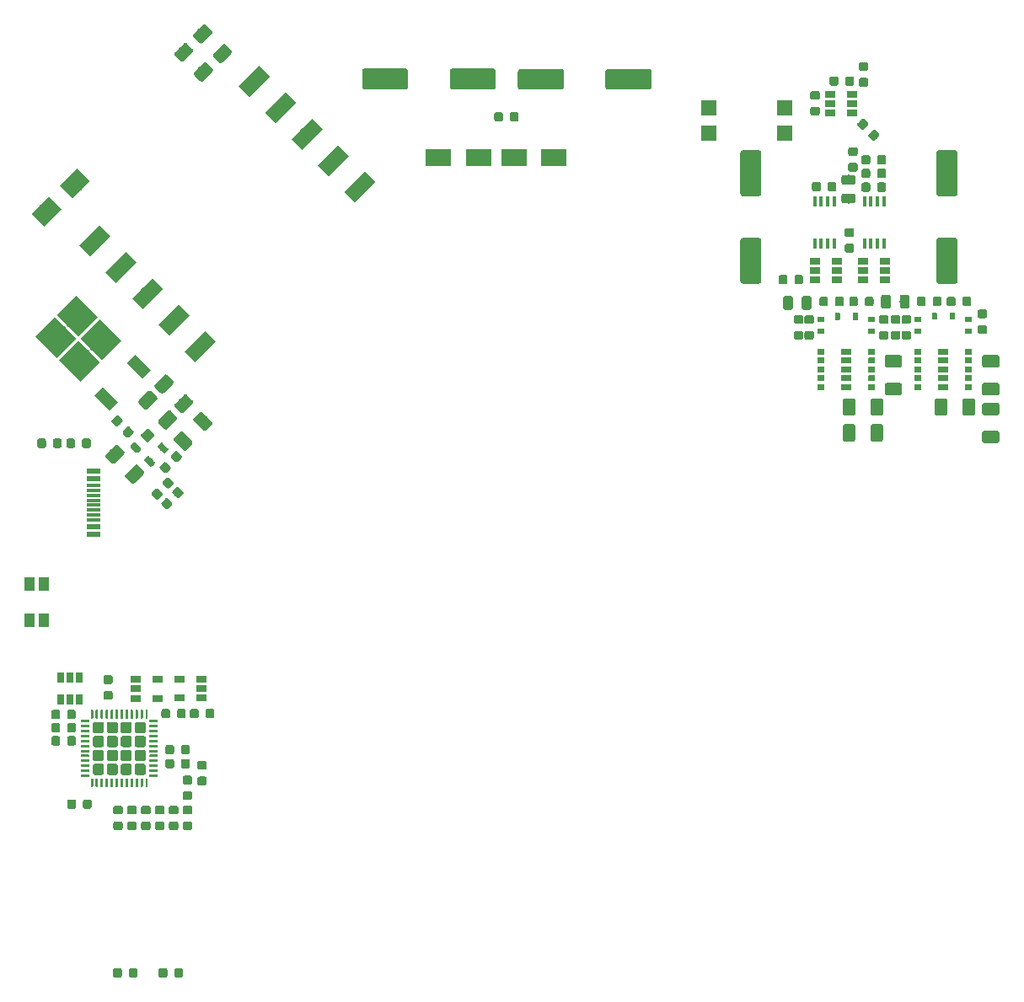
<source format=gtp>
G04 #@! TF.GenerationSoftware,KiCad,Pcbnew,5.0.2-bee76a0~70~ubuntu18.04.1*
G04 #@! TF.CreationDate,2019-04-27T16:33:21+02:00*
G04 #@! TF.ProjectId,pcbtc,70636274-632e-46b6-9963-61645f706362,rev?*
G04 #@! TF.SameCoordinates,Original*
G04 #@! TF.FileFunction,Paste,Top*
G04 #@! TF.FilePolarity,Positive*
%FSLAX46Y46*%
G04 Gerber Fmt 4.6, Leading zero omitted, Abs format (unit mm)*
G04 Created by KiCad (PCBNEW 5.0.2-bee76a0~70~ubuntu18.04.1) date Sa 27 Apr 2019 16:33:21 CEST*
%MOMM*%
%LPD*%
G01*
G04 APERTURE LIST*
%ADD10C,0.100000*%
%ADD11C,0.875000*%
%ADD12R,1.060000X0.650000*%
%ADD13C,2.100000*%
%ADD14R,1.450000X0.600000*%
%ADD15R,1.450000X0.300000*%
%ADD16R,1.600000X1.600000*%
%ADD17R,0.400000X1.100000*%
%ADD18R,2.500000X1.800000*%
%ADD19C,0.975000*%
%ADD20C,1.130000*%
%ADD21C,0.250000*%
%ADD22C,1.518920*%
%ADD23C,1.250000*%
%ADD24R,1.050000X1.400000*%
%ADD25C,1.800000*%
%ADD26C,0.590000*%
%ADD27C,0.500000*%
%ADD28R,0.650000X1.060000*%
%ADD29C,1.200000*%
%ADD30C,2.750000*%
%ADD31C,0.660000*%
%ADD32C,1.060000*%
G04 APERTURE END LIST*
D10*
G04 #@! TO.C,C44*
G36*
X188927691Y-61176053D02*
X188948926Y-61179203D01*
X188969750Y-61184419D01*
X188989962Y-61191651D01*
X189009368Y-61200830D01*
X189027781Y-61211866D01*
X189045024Y-61224654D01*
X189060930Y-61239070D01*
X189075346Y-61254976D01*
X189088134Y-61272219D01*
X189099170Y-61290632D01*
X189108349Y-61310038D01*
X189115581Y-61330250D01*
X189120797Y-61351074D01*
X189123947Y-61372309D01*
X189125000Y-61393750D01*
X189125000Y-61831250D01*
X189123947Y-61852691D01*
X189120797Y-61873926D01*
X189115581Y-61894750D01*
X189108349Y-61914962D01*
X189099170Y-61934368D01*
X189088134Y-61952781D01*
X189075346Y-61970024D01*
X189060930Y-61985930D01*
X189045024Y-62000346D01*
X189027781Y-62013134D01*
X189009368Y-62024170D01*
X188989962Y-62033349D01*
X188969750Y-62040581D01*
X188948926Y-62045797D01*
X188927691Y-62048947D01*
X188906250Y-62050000D01*
X188393750Y-62050000D01*
X188372309Y-62048947D01*
X188351074Y-62045797D01*
X188330250Y-62040581D01*
X188310038Y-62033349D01*
X188290632Y-62024170D01*
X188272219Y-62013134D01*
X188254976Y-62000346D01*
X188239070Y-61985930D01*
X188224654Y-61970024D01*
X188211866Y-61952781D01*
X188200830Y-61934368D01*
X188191651Y-61914962D01*
X188184419Y-61894750D01*
X188179203Y-61873926D01*
X188176053Y-61852691D01*
X188175000Y-61831250D01*
X188175000Y-61393750D01*
X188176053Y-61372309D01*
X188179203Y-61351074D01*
X188184419Y-61330250D01*
X188191651Y-61310038D01*
X188200830Y-61290632D01*
X188211866Y-61272219D01*
X188224654Y-61254976D01*
X188239070Y-61239070D01*
X188254976Y-61224654D01*
X188272219Y-61211866D01*
X188290632Y-61200830D01*
X188310038Y-61191651D01*
X188330250Y-61184419D01*
X188351074Y-61179203D01*
X188372309Y-61176053D01*
X188393750Y-61175000D01*
X188906250Y-61175000D01*
X188927691Y-61176053D01*
X188927691Y-61176053D01*
G37*
D11*
X188650000Y-61612500D03*
D10*
G36*
X188927691Y-62751053D02*
X188948926Y-62754203D01*
X188969750Y-62759419D01*
X188989962Y-62766651D01*
X189009368Y-62775830D01*
X189027781Y-62786866D01*
X189045024Y-62799654D01*
X189060930Y-62814070D01*
X189075346Y-62829976D01*
X189088134Y-62847219D01*
X189099170Y-62865632D01*
X189108349Y-62885038D01*
X189115581Y-62905250D01*
X189120797Y-62926074D01*
X189123947Y-62947309D01*
X189125000Y-62968750D01*
X189125000Y-63406250D01*
X189123947Y-63427691D01*
X189120797Y-63448926D01*
X189115581Y-63469750D01*
X189108349Y-63489962D01*
X189099170Y-63509368D01*
X189088134Y-63527781D01*
X189075346Y-63545024D01*
X189060930Y-63560930D01*
X189045024Y-63575346D01*
X189027781Y-63588134D01*
X189009368Y-63599170D01*
X188989962Y-63608349D01*
X188969750Y-63615581D01*
X188948926Y-63620797D01*
X188927691Y-63623947D01*
X188906250Y-63625000D01*
X188393750Y-63625000D01*
X188372309Y-63623947D01*
X188351074Y-63620797D01*
X188330250Y-63615581D01*
X188310038Y-63608349D01*
X188290632Y-63599170D01*
X188272219Y-63588134D01*
X188254976Y-63575346D01*
X188239070Y-63560930D01*
X188224654Y-63545024D01*
X188211866Y-63527781D01*
X188200830Y-63509368D01*
X188191651Y-63489962D01*
X188184419Y-63469750D01*
X188179203Y-63448926D01*
X188176053Y-63427691D01*
X188175000Y-63406250D01*
X188175000Y-62968750D01*
X188176053Y-62947309D01*
X188179203Y-62926074D01*
X188184419Y-62905250D01*
X188191651Y-62885038D01*
X188200830Y-62865632D01*
X188211866Y-62847219D01*
X188224654Y-62829976D01*
X188239070Y-62814070D01*
X188254976Y-62799654D01*
X188272219Y-62786866D01*
X188290632Y-62775830D01*
X188310038Y-62766651D01*
X188330250Y-62759419D01*
X188351074Y-62754203D01*
X188372309Y-62751053D01*
X188393750Y-62750000D01*
X188906250Y-62750000D01*
X188927691Y-62751053D01*
X188927691Y-62751053D01*
G37*
D11*
X188650000Y-63187500D03*
G04 #@! TD*
D10*
G04 #@! TO.C,C43*
G36*
X179177691Y-61176053D02*
X179198926Y-61179203D01*
X179219750Y-61184419D01*
X179239962Y-61191651D01*
X179259368Y-61200830D01*
X179277781Y-61211866D01*
X179295024Y-61224654D01*
X179310930Y-61239070D01*
X179325346Y-61254976D01*
X179338134Y-61272219D01*
X179349170Y-61290632D01*
X179358349Y-61310038D01*
X179365581Y-61330250D01*
X179370797Y-61351074D01*
X179373947Y-61372309D01*
X179375000Y-61393750D01*
X179375000Y-61831250D01*
X179373947Y-61852691D01*
X179370797Y-61873926D01*
X179365581Y-61894750D01*
X179358349Y-61914962D01*
X179349170Y-61934368D01*
X179338134Y-61952781D01*
X179325346Y-61970024D01*
X179310930Y-61985930D01*
X179295024Y-62000346D01*
X179277781Y-62013134D01*
X179259368Y-62024170D01*
X179239962Y-62033349D01*
X179219750Y-62040581D01*
X179198926Y-62045797D01*
X179177691Y-62048947D01*
X179156250Y-62050000D01*
X178643750Y-62050000D01*
X178622309Y-62048947D01*
X178601074Y-62045797D01*
X178580250Y-62040581D01*
X178560038Y-62033349D01*
X178540632Y-62024170D01*
X178522219Y-62013134D01*
X178504976Y-62000346D01*
X178489070Y-61985930D01*
X178474654Y-61970024D01*
X178461866Y-61952781D01*
X178450830Y-61934368D01*
X178441651Y-61914962D01*
X178434419Y-61894750D01*
X178429203Y-61873926D01*
X178426053Y-61852691D01*
X178425000Y-61831250D01*
X178425000Y-61393750D01*
X178426053Y-61372309D01*
X178429203Y-61351074D01*
X178434419Y-61330250D01*
X178441651Y-61310038D01*
X178450830Y-61290632D01*
X178461866Y-61272219D01*
X178474654Y-61254976D01*
X178489070Y-61239070D01*
X178504976Y-61224654D01*
X178522219Y-61211866D01*
X178540632Y-61200830D01*
X178560038Y-61191651D01*
X178580250Y-61184419D01*
X178601074Y-61179203D01*
X178622309Y-61176053D01*
X178643750Y-61175000D01*
X179156250Y-61175000D01*
X179177691Y-61176053D01*
X179177691Y-61176053D01*
G37*
D11*
X178900000Y-61612500D03*
D10*
G36*
X179177691Y-62751053D02*
X179198926Y-62754203D01*
X179219750Y-62759419D01*
X179239962Y-62766651D01*
X179259368Y-62775830D01*
X179277781Y-62786866D01*
X179295024Y-62799654D01*
X179310930Y-62814070D01*
X179325346Y-62829976D01*
X179338134Y-62847219D01*
X179349170Y-62865632D01*
X179358349Y-62885038D01*
X179365581Y-62905250D01*
X179370797Y-62926074D01*
X179373947Y-62947309D01*
X179375000Y-62968750D01*
X179375000Y-63406250D01*
X179373947Y-63427691D01*
X179370797Y-63448926D01*
X179365581Y-63469750D01*
X179358349Y-63489962D01*
X179349170Y-63509368D01*
X179338134Y-63527781D01*
X179325346Y-63545024D01*
X179310930Y-63560930D01*
X179295024Y-63575346D01*
X179277781Y-63588134D01*
X179259368Y-63599170D01*
X179239962Y-63608349D01*
X179219750Y-63615581D01*
X179198926Y-63620797D01*
X179177691Y-63623947D01*
X179156250Y-63625000D01*
X178643750Y-63625000D01*
X178622309Y-63623947D01*
X178601074Y-63620797D01*
X178580250Y-63615581D01*
X178560038Y-63608349D01*
X178540632Y-63599170D01*
X178522219Y-63588134D01*
X178504976Y-63575346D01*
X178489070Y-63560930D01*
X178474654Y-63545024D01*
X178461866Y-63527781D01*
X178450830Y-63509368D01*
X178441651Y-63489962D01*
X178434419Y-63469750D01*
X178429203Y-63448926D01*
X178426053Y-63427691D01*
X178425000Y-63406250D01*
X178425000Y-62968750D01*
X178426053Y-62947309D01*
X178429203Y-62926074D01*
X178434419Y-62905250D01*
X178441651Y-62885038D01*
X178450830Y-62865632D01*
X178461866Y-62847219D01*
X178474654Y-62829976D01*
X178489070Y-62814070D01*
X178504976Y-62799654D01*
X178522219Y-62786866D01*
X178540632Y-62775830D01*
X178560038Y-62766651D01*
X178580250Y-62759419D01*
X178601074Y-62754203D01*
X178622309Y-62751053D01*
X178643750Y-62750000D01*
X179156250Y-62750000D01*
X179177691Y-62751053D01*
X179177691Y-62751053D01*
G37*
D11*
X178900000Y-63187500D03*
G04 #@! TD*
D10*
G04 #@! TO.C,C32*
G36*
X185391111Y-41429580D02*
X185412346Y-41432730D01*
X185433170Y-41437946D01*
X185453382Y-41445178D01*
X185472788Y-41454357D01*
X185491201Y-41465393D01*
X185508444Y-41478181D01*
X185524350Y-41492597D01*
X185833709Y-41801956D01*
X185848125Y-41817862D01*
X185860913Y-41835105D01*
X185871949Y-41853518D01*
X185881128Y-41872924D01*
X185888360Y-41893136D01*
X185893576Y-41913960D01*
X185896726Y-41935195D01*
X185897779Y-41956636D01*
X185896726Y-41978077D01*
X185893576Y-41999312D01*
X185888360Y-42020136D01*
X185881128Y-42040348D01*
X185871949Y-42059754D01*
X185860913Y-42078167D01*
X185848125Y-42095410D01*
X185833709Y-42111316D01*
X185471316Y-42473709D01*
X185455410Y-42488125D01*
X185438167Y-42500913D01*
X185419754Y-42511949D01*
X185400348Y-42521128D01*
X185380136Y-42528360D01*
X185359312Y-42533576D01*
X185338077Y-42536726D01*
X185316636Y-42537779D01*
X185295195Y-42536726D01*
X185273960Y-42533576D01*
X185253136Y-42528360D01*
X185232924Y-42521128D01*
X185213518Y-42511949D01*
X185195105Y-42500913D01*
X185177862Y-42488125D01*
X185161956Y-42473709D01*
X184852597Y-42164350D01*
X184838181Y-42148444D01*
X184825393Y-42131201D01*
X184814357Y-42112788D01*
X184805178Y-42093382D01*
X184797946Y-42073170D01*
X184792730Y-42052346D01*
X184789580Y-42031111D01*
X184788527Y-42009670D01*
X184789580Y-41988229D01*
X184792730Y-41966994D01*
X184797946Y-41946170D01*
X184805178Y-41925958D01*
X184814357Y-41906552D01*
X184825393Y-41888139D01*
X184838181Y-41870896D01*
X184852597Y-41854990D01*
X185214990Y-41492597D01*
X185230896Y-41478181D01*
X185248139Y-41465393D01*
X185266552Y-41454357D01*
X185285958Y-41445178D01*
X185306170Y-41437946D01*
X185326994Y-41432730D01*
X185348229Y-41429580D01*
X185369670Y-41428527D01*
X185391111Y-41429580D01*
X185391111Y-41429580D01*
G37*
D11*
X185343153Y-41983153D03*
D10*
G36*
X186504805Y-42543274D02*
X186526040Y-42546424D01*
X186546864Y-42551640D01*
X186567076Y-42558872D01*
X186586482Y-42568051D01*
X186604895Y-42579087D01*
X186622138Y-42591875D01*
X186638044Y-42606291D01*
X186947403Y-42915650D01*
X186961819Y-42931556D01*
X186974607Y-42948799D01*
X186985643Y-42967212D01*
X186994822Y-42986618D01*
X187002054Y-43006830D01*
X187007270Y-43027654D01*
X187010420Y-43048889D01*
X187011473Y-43070330D01*
X187010420Y-43091771D01*
X187007270Y-43113006D01*
X187002054Y-43133830D01*
X186994822Y-43154042D01*
X186985643Y-43173448D01*
X186974607Y-43191861D01*
X186961819Y-43209104D01*
X186947403Y-43225010D01*
X186585010Y-43587403D01*
X186569104Y-43601819D01*
X186551861Y-43614607D01*
X186533448Y-43625643D01*
X186514042Y-43634822D01*
X186493830Y-43642054D01*
X186473006Y-43647270D01*
X186451771Y-43650420D01*
X186430330Y-43651473D01*
X186408889Y-43650420D01*
X186387654Y-43647270D01*
X186366830Y-43642054D01*
X186346618Y-43634822D01*
X186327212Y-43625643D01*
X186308799Y-43614607D01*
X186291556Y-43601819D01*
X186275650Y-43587403D01*
X185966291Y-43278044D01*
X185951875Y-43262138D01*
X185939087Y-43244895D01*
X185928051Y-43226482D01*
X185918872Y-43207076D01*
X185911640Y-43186864D01*
X185906424Y-43166040D01*
X185903274Y-43144805D01*
X185902221Y-43123364D01*
X185903274Y-43101923D01*
X185906424Y-43080688D01*
X185911640Y-43059864D01*
X185918872Y-43039652D01*
X185928051Y-43020246D01*
X185939087Y-43001833D01*
X185951875Y-42984590D01*
X185966291Y-42968684D01*
X186328684Y-42606291D01*
X186344590Y-42591875D01*
X186361833Y-42579087D01*
X186380246Y-42568051D01*
X186399652Y-42558872D01*
X186419864Y-42551640D01*
X186440688Y-42546424D01*
X186461923Y-42543274D01*
X186483364Y-42542221D01*
X186504805Y-42543274D01*
X186504805Y-42543274D01*
G37*
D11*
X186456847Y-43096847D03*
G04 #@! TD*
D10*
G04 #@! TO.C,R7*
G36*
X116371771Y-74819580D02*
X116393006Y-74822730D01*
X116413830Y-74827946D01*
X116434042Y-74835178D01*
X116453448Y-74844357D01*
X116471861Y-74855393D01*
X116489104Y-74868181D01*
X116505010Y-74882597D01*
X116867403Y-75244990D01*
X116881819Y-75260896D01*
X116894607Y-75278139D01*
X116905643Y-75296552D01*
X116914822Y-75315958D01*
X116922054Y-75336170D01*
X116927270Y-75356994D01*
X116930420Y-75378229D01*
X116931473Y-75399670D01*
X116930420Y-75421111D01*
X116927270Y-75442346D01*
X116922054Y-75463170D01*
X116914822Y-75483382D01*
X116905643Y-75502788D01*
X116894607Y-75521201D01*
X116881819Y-75538444D01*
X116867403Y-75554350D01*
X116558044Y-75863709D01*
X116542138Y-75878125D01*
X116524895Y-75890913D01*
X116506482Y-75901949D01*
X116487076Y-75911128D01*
X116466864Y-75918360D01*
X116446040Y-75923576D01*
X116424805Y-75926726D01*
X116403364Y-75927779D01*
X116381923Y-75926726D01*
X116360688Y-75923576D01*
X116339864Y-75918360D01*
X116319652Y-75911128D01*
X116300246Y-75901949D01*
X116281833Y-75890913D01*
X116264590Y-75878125D01*
X116248684Y-75863709D01*
X115886291Y-75501316D01*
X115871875Y-75485410D01*
X115859087Y-75468167D01*
X115848051Y-75449754D01*
X115838872Y-75430348D01*
X115831640Y-75410136D01*
X115826424Y-75389312D01*
X115823274Y-75368077D01*
X115822221Y-75346636D01*
X115823274Y-75325195D01*
X115826424Y-75303960D01*
X115831640Y-75283136D01*
X115838872Y-75262924D01*
X115848051Y-75243518D01*
X115859087Y-75225105D01*
X115871875Y-75207862D01*
X115886291Y-75191956D01*
X116195650Y-74882597D01*
X116211556Y-74868181D01*
X116228799Y-74855393D01*
X116247212Y-74844357D01*
X116266618Y-74835178D01*
X116286830Y-74827946D01*
X116307654Y-74822730D01*
X116328889Y-74819580D01*
X116350330Y-74818527D01*
X116371771Y-74819580D01*
X116371771Y-74819580D01*
G37*
D11*
X116376847Y-75373153D03*
D10*
G36*
X115258077Y-75933274D02*
X115279312Y-75936424D01*
X115300136Y-75941640D01*
X115320348Y-75948872D01*
X115339754Y-75958051D01*
X115358167Y-75969087D01*
X115375410Y-75981875D01*
X115391316Y-75996291D01*
X115753709Y-76358684D01*
X115768125Y-76374590D01*
X115780913Y-76391833D01*
X115791949Y-76410246D01*
X115801128Y-76429652D01*
X115808360Y-76449864D01*
X115813576Y-76470688D01*
X115816726Y-76491923D01*
X115817779Y-76513364D01*
X115816726Y-76534805D01*
X115813576Y-76556040D01*
X115808360Y-76576864D01*
X115801128Y-76597076D01*
X115791949Y-76616482D01*
X115780913Y-76634895D01*
X115768125Y-76652138D01*
X115753709Y-76668044D01*
X115444350Y-76977403D01*
X115428444Y-76991819D01*
X115411201Y-77004607D01*
X115392788Y-77015643D01*
X115373382Y-77024822D01*
X115353170Y-77032054D01*
X115332346Y-77037270D01*
X115311111Y-77040420D01*
X115289670Y-77041473D01*
X115268229Y-77040420D01*
X115246994Y-77037270D01*
X115226170Y-77032054D01*
X115205958Y-77024822D01*
X115186552Y-77015643D01*
X115168139Y-77004607D01*
X115150896Y-76991819D01*
X115134990Y-76977403D01*
X114772597Y-76615010D01*
X114758181Y-76599104D01*
X114745393Y-76581861D01*
X114734357Y-76563448D01*
X114725178Y-76544042D01*
X114717946Y-76523830D01*
X114712730Y-76503006D01*
X114709580Y-76481771D01*
X114708527Y-76460330D01*
X114709580Y-76438889D01*
X114712730Y-76417654D01*
X114717946Y-76396830D01*
X114725178Y-76376618D01*
X114734357Y-76357212D01*
X114745393Y-76338799D01*
X114758181Y-76321556D01*
X114772597Y-76305650D01*
X115081956Y-75996291D01*
X115097862Y-75981875D01*
X115115105Y-75969087D01*
X115133518Y-75958051D01*
X115152924Y-75948872D01*
X115173136Y-75941640D01*
X115193960Y-75936424D01*
X115215195Y-75933274D01*
X115236636Y-75932221D01*
X115258077Y-75933274D01*
X115258077Y-75933274D01*
G37*
D11*
X115263153Y-76486847D03*
G04 #@! TD*
D10*
G04 #@! TO.C,R17*
G36*
X111594805Y-72363274D02*
X111616040Y-72366424D01*
X111636864Y-72371640D01*
X111657076Y-72378872D01*
X111676482Y-72388051D01*
X111694895Y-72399087D01*
X111712138Y-72411875D01*
X111728044Y-72426291D01*
X112037403Y-72735650D01*
X112051819Y-72751556D01*
X112064607Y-72768799D01*
X112075643Y-72787212D01*
X112084822Y-72806618D01*
X112092054Y-72826830D01*
X112097270Y-72847654D01*
X112100420Y-72868889D01*
X112101473Y-72890330D01*
X112100420Y-72911771D01*
X112097270Y-72933006D01*
X112092054Y-72953830D01*
X112084822Y-72974042D01*
X112075643Y-72993448D01*
X112064607Y-73011861D01*
X112051819Y-73029104D01*
X112037403Y-73045010D01*
X111675010Y-73407403D01*
X111659104Y-73421819D01*
X111641861Y-73434607D01*
X111623448Y-73445643D01*
X111604042Y-73454822D01*
X111583830Y-73462054D01*
X111563006Y-73467270D01*
X111541771Y-73470420D01*
X111520330Y-73471473D01*
X111498889Y-73470420D01*
X111477654Y-73467270D01*
X111456830Y-73462054D01*
X111436618Y-73454822D01*
X111417212Y-73445643D01*
X111398799Y-73434607D01*
X111381556Y-73421819D01*
X111365650Y-73407403D01*
X111056291Y-73098044D01*
X111041875Y-73082138D01*
X111029087Y-73064895D01*
X111018051Y-73046482D01*
X111008872Y-73027076D01*
X111001640Y-73006864D01*
X110996424Y-72986040D01*
X110993274Y-72964805D01*
X110992221Y-72943364D01*
X110993274Y-72921923D01*
X110996424Y-72900688D01*
X111001640Y-72879864D01*
X111008872Y-72859652D01*
X111018051Y-72840246D01*
X111029087Y-72821833D01*
X111041875Y-72804590D01*
X111056291Y-72788684D01*
X111418684Y-72426291D01*
X111434590Y-72411875D01*
X111451833Y-72399087D01*
X111470246Y-72388051D01*
X111489652Y-72378872D01*
X111509864Y-72371640D01*
X111530688Y-72366424D01*
X111551923Y-72363274D01*
X111573364Y-72362221D01*
X111594805Y-72363274D01*
X111594805Y-72363274D01*
G37*
D11*
X111546847Y-72916847D03*
D10*
G36*
X110481111Y-71249580D02*
X110502346Y-71252730D01*
X110523170Y-71257946D01*
X110543382Y-71265178D01*
X110562788Y-71274357D01*
X110581201Y-71285393D01*
X110598444Y-71298181D01*
X110614350Y-71312597D01*
X110923709Y-71621956D01*
X110938125Y-71637862D01*
X110950913Y-71655105D01*
X110961949Y-71673518D01*
X110971128Y-71692924D01*
X110978360Y-71713136D01*
X110983576Y-71733960D01*
X110986726Y-71755195D01*
X110987779Y-71776636D01*
X110986726Y-71798077D01*
X110983576Y-71819312D01*
X110978360Y-71840136D01*
X110971128Y-71860348D01*
X110961949Y-71879754D01*
X110950913Y-71898167D01*
X110938125Y-71915410D01*
X110923709Y-71931316D01*
X110561316Y-72293709D01*
X110545410Y-72308125D01*
X110528167Y-72320913D01*
X110509754Y-72331949D01*
X110490348Y-72341128D01*
X110470136Y-72348360D01*
X110449312Y-72353576D01*
X110428077Y-72356726D01*
X110406636Y-72357779D01*
X110385195Y-72356726D01*
X110363960Y-72353576D01*
X110343136Y-72348360D01*
X110322924Y-72341128D01*
X110303518Y-72331949D01*
X110285105Y-72320913D01*
X110267862Y-72308125D01*
X110251956Y-72293709D01*
X109942597Y-71984350D01*
X109928181Y-71968444D01*
X109915393Y-71951201D01*
X109904357Y-71932788D01*
X109895178Y-71913382D01*
X109887946Y-71893170D01*
X109882730Y-71872346D01*
X109879580Y-71851111D01*
X109878527Y-71829670D01*
X109879580Y-71808229D01*
X109882730Y-71786994D01*
X109887946Y-71766170D01*
X109895178Y-71745958D01*
X109904357Y-71726552D01*
X109915393Y-71708139D01*
X109928181Y-71690896D01*
X109942597Y-71674990D01*
X110304990Y-71312597D01*
X110320896Y-71298181D01*
X110338139Y-71285393D01*
X110356552Y-71274357D01*
X110375958Y-71265178D01*
X110396170Y-71257946D01*
X110416994Y-71252730D01*
X110438229Y-71249580D01*
X110459670Y-71248527D01*
X110481111Y-71249580D01*
X110481111Y-71249580D01*
G37*
D11*
X110433153Y-71803153D03*
G04 #@! TD*
D10*
G04 #@! TO.C,R15*
G36*
X185687691Y-35756053D02*
X185708926Y-35759203D01*
X185729750Y-35764419D01*
X185749962Y-35771651D01*
X185769368Y-35780830D01*
X185787781Y-35791866D01*
X185805024Y-35804654D01*
X185820930Y-35819070D01*
X185835346Y-35834976D01*
X185848134Y-35852219D01*
X185859170Y-35870632D01*
X185868349Y-35890038D01*
X185875581Y-35910250D01*
X185880797Y-35931074D01*
X185883947Y-35952309D01*
X185885000Y-35973750D01*
X185885000Y-36411250D01*
X185883947Y-36432691D01*
X185880797Y-36453926D01*
X185875581Y-36474750D01*
X185868349Y-36494962D01*
X185859170Y-36514368D01*
X185848134Y-36532781D01*
X185835346Y-36550024D01*
X185820930Y-36565930D01*
X185805024Y-36580346D01*
X185787781Y-36593134D01*
X185769368Y-36604170D01*
X185749962Y-36613349D01*
X185729750Y-36620581D01*
X185708926Y-36625797D01*
X185687691Y-36628947D01*
X185666250Y-36630000D01*
X185153750Y-36630000D01*
X185132309Y-36628947D01*
X185111074Y-36625797D01*
X185090250Y-36620581D01*
X185070038Y-36613349D01*
X185050632Y-36604170D01*
X185032219Y-36593134D01*
X185014976Y-36580346D01*
X184999070Y-36565930D01*
X184984654Y-36550024D01*
X184971866Y-36532781D01*
X184960830Y-36514368D01*
X184951651Y-36494962D01*
X184944419Y-36474750D01*
X184939203Y-36453926D01*
X184936053Y-36432691D01*
X184935000Y-36411250D01*
X184935000Y-35973750D01*
X184936053Y-35952309D01*
X184939203Y-35931074D01*
X184944419Y-35910250D01*
X184951651Y-35890038D01*
X184960830Y-35870632D01*
X184971866Y-35852219D01*
X184984654Y-35834976D01*
X184999070Y-35819070D01*
X185014976Y-35804654D01*
X185032219Y-35791866D01*
X185050632Y-35780830D01*
X185070038Y-35771651D01*
X185090250Y-35764419D01*
X185111074Y-35759203D01*
X185132309Y-35756053D01*
X185153750Y-35755000D01*
X185666250Y-35755000D01*
X185687691Y-35756053D01*
X185687691Y-35756053D01*
G37*
D11*
X185410000Y-36192500D03*
D10*
G36*
X185687691Y-37331053D02*
X185708926Y-37334203D01*
X185729750Y-37339419D01*
X185749962Y-37346651D01*
X185769368Y-37355830D01*
X185787781Y-37366866D01*
X185805024Y-37379654D01*
X185820930Y-37394070D01*
X185835346Y-37409976D01*
X185848134Y-37427219D01*
X185859170Y-37445632D01*
X185868349Y-37465038D01*
X185875581Y-37485250D01*
X185880797Y-37506074D01*
X185883947Y-37527309D01*
X185885000Y-37548750D01*
X185885000Y-37986250D01*
X185883947Y-38007691D01*
X185880797Y-38028926D01*
X185875581Y-38049750D01*
X185868349Y-38069962D01*
X185859170Y-38089368D01*
X185848134Y-38107781D01*
X185835346Y-38125024D01*
X185820930Y-38140930D01*
X185805024Y-38155346D01*
X185787781Y-38168134D01*
X185769368Y-38179170D01*
X185749962Y-38188349D01*
X185729750Y-38195581D01*
X185708926Y-38200797D01*
X185687691Y-38203947D01*
X185666250Y-38205000D01*
X185153750Y-38205000D01*
X185132309Y-38203947D01*
X185111074Y-38200797D01*
X185090250Y-38195581D01*
X185070038Y-38188349D01*
X185050632Y-38179170D01*
X185032219Y-38168134D01*
X185014976Y-38155346D01*
X184999070Y-38140930D01*
X184984654Y-38125024D01*
X184971866Y-38107781D01*
X184960830Y-38089368D01*
X184951651Y-38069962D01*
X184944419Y-38049750D01*
X184939203Y-38028926D01*
X184936053Y-38007691D01*
X184935000Y-37986250D01*
X184935000Y-37548750D01*
X184936053Y-37527309D01*
X184939203Y-37506074D01*
X184944419Y-37485250D01*
X184951651Y-37465038D01*
X184960830Y-37445632D01*
X184971866Y-37427219D01*
X184984654Y-37409976D01*
X184999070Y-37394070D01*
X185014976Y-37379654D01*
X185032219Y-37366866D01*
X185050632Y-37355830D01*
X185070038Y-37346651D01*
X185090250Y-37339419D01*
X185111074Y-37334203D01*
X185132309Y-37331053D01*
X185153750Y-37330000D01*
X185666250Y-37330000D01*
X185687691Y-37331053D01*
X185687691Y-37331053D01*
G37*
D11*
X185410000Y-37767500D03*
G04 #@! TD*
D10*
G04 #@! TO.C,PWR*
G36*
X116851691Y-126780053D02*
X116872926Y-126783203D01*
X116893750Y-126788419D01*
X116913962Y-126795651D01*
X116933368Y-126804830D01*
X116951781Y-126815866D01*
X116969024Y-126828654D01*
X116984930Y-126843070D01*
X116999346Y-126858976D01*
X117012134Y-126876219D01*
X117023170Y-126894632D01*
X117032349Y-126914038D01*
X117039581Y-126934250D01*
X117044797Y-126955074D01*
X117047947Y-126976309D01*
X117049000Y-126997750D01*
X117049000Y-127510250D01*
X117047947Y-127531691D01*
X117044797Y-127552926D01*
X117039581Y-127573750D01*
X117032349Y-127593962D01*
X117023170Y-127613368D01*
X117012134Y-127631781D01*
X116999346Y-127649024D01*
X116984930Y-127664930D01*
X116969024Y-127679346D01*
X116951781Y-127692134D01*
X116933368Y-127703170D01*
X116913962Y-127712349D01*
X116893750Y-127719581D01*
X116872926Y-127724797D01*
X116851691Y-127727947D01*
X116830250Y-127729000D01*
X116392750Y-127729000D01*
X116371309Y-127727947D01*
X116350074Y-127724797D01*
X116329250Y-127719581D01*
X116309038Y-127712349D01*
X116289632Y-127703170D01*
X116271219Y-127692134D01*
X116253976Y-127679346D01*
X116238070Y-127664930D01*
X116223654Y-127649024D01*
X116210866Y-127631781D01*
X116199830Y-127613368D01*
X116190651Y-127593962D01*
X116183419Y-127573750D01*
X116178203Y-127552926D01*
X116175053Y-127531691D01*
X116174000Y-127510250D01*
X116174000Y-126997750D01*
X116175053Y-126976309D01*
X116178203Y-126955074D01*
X116183419Y-126934250D01*
X116190651Y-126914038D01*
X116199830Y-126894632D01*
X116210866Y-126876219D01*
X116223654Y-126858976D01*
X116238070Y-126843070D01*
X116253976Y-126828654D01*
X116271219Y-126815866D01*
X116289632Y-126804830D01*
X116309038Y-126795651D01*
X116329250Y-126788419D01*
X116350074Y-126783203D01*
X116371309Y-126780053D01*
X116392750Y-126779000D01*
X116830250Y-126779000D01*
X116851691Y-126780053D01*
X116851691Y-126780053D01*
G37*
D11*
X116611500Y-127254000D03*
D10*
G36*
X115276691Y-126780053D02*
X115297926Y-126783203D01*
X115318750Y-126788419D01*
X115338962Y-126795651D01*
X115358368Y-126804830D01*
X115376781Y-126815866D01*
X115394024Y-126828654D01*
X115409930Y-126843070D01*
X115424346Y-126858976D01*
X115437134Y-126876219D01*
X115448170Y-126894632D01*
X115457349Y-126914038D01*
X115464581Y-126934250D01*
X115469797Y-126955074D01*
X115472947Y-126976309D01*
X115474000Y-126997750D01*
X115474000Y-127510250D01*
X115472947Y-127531691D01*
X115469797Y-127552926D01*
X115464581Y-127573750D01*
X115457349Y-127593962D01*
X115448170Y-127613368D01*
X115437134Y-127631781D01*
X115424346Y-127649024D01*
X115409930Y-127664930D01*
X115394024Y-127679346D01*
X115376781Y-127692134D01*
X115358368Y-127703170D01*
X115338962Y-127712349D01*
X115318750Y-127719581D01*
X115297926Y-127724797D01*
X115276691Y-127727947D01*
X115255250Y-127729000D01*
X114817750Y-127729000D01*
X114796309Y-127727947D01*
X114775074Y-127724797D01*
X114754250Y-127719581D01*
X114734038Y-127712349D01*
X114714632Y-127703170D01*
X114696219Y-127692134D01*
X114678976Y-127679346D01*
X114663070Y-127664930D01*
X114648654Y-127649024D01*
X114635866Y-127631781D01*
X114624830Y-127613368D01*
X114615651Y-127593962D01*
X114608419Y-127573750D01*
X114603203Y-127552926D01*
X114600053Y-127531691D01*
X114599000Y-127510250D01*
X114599000Y-126997750D01*
X114600053Y-126976309D01*
X114603203Y-126955074D01*
X114608419Y-126934250D01*
X114615651Y-126914038D01*
X114624830Y-126894632D01*
X114635866Y-126876219D01*
X114648654Y-126858976D01*
X114663070Y-126843070D01*
X114678976Y-126828654D01*
X114696219Y-126815866D01*
X114714632Y-126804830D01*
X114734038Y-126795651D01*
X114754250Y-126788419D01*
X114775074Y-126783203D01*
X114796309Y-126780053D01*
X114817750Y-126779000D01*
X115255250Y-126779000D01*
X115276691Y-126780053D01*
X115276691Y-126780053D01*
G37*
D11*
X115036500Y-127254000D03*
G04 #@! TD*
D10*
G04 #@! TO.C,STATUS*
G36*
X110704691Y-126780053D02*
X110725926Y-126783203D01*
X110746750Y-126788419D01*
X110766962Y-126795651D01*
X110786368Y-126804830D01*
X110804781Y-126815866D01*
X110822024Y-126828654D01*
X110837930Y-126843070D01*
X110852346Y-126858976D01*
X110865134Y-126876219D01*
X110876170Y-126894632D01*
X110885349Y-126914038D01*
X110892581Y-126934250D01*
X110897797Y-126955074D01*
X110900947Y-126976309D01*
X110902000Y-126997750D01*
X110902000Y-127510250D01*
X110900947Y-127531691D01*
X110897797Y-127552926D01*
X110892581Y-127573750D01*
X110885349Y-127593962D01*
X110876170Y-127613368D01*
X110865134Y-127631781D01*
X110852346Y-127649024D01*
X110837930Y-127664930D01*
X110822024Y-127679346D01*
X110804781Y-127692134D01*
X110786368Y-127703170D01*
X110766962Y-127712349D01*
X110746750Y-127719581D01*
X110725926Y-127724797D01*
X110704691Y-127727947D01*
X110683250Y-127729000D01*
X110245750Y-127729000D01*
X110224309Y-127727947D01*
X110203074Y-127724797D01*
X110182250Y-127719581D01*
X110162038Y-127712349D01*
X110142632Y-127703170D01*
X110124219Y-127692134D01*
X110106976Y-127679346D01*
X110091070Y-127664930D01*
X110076654Y-127649024D01*
X110063866Y-127631781D01*
X110052830Y-127613368D01*
X110043651Y-127593962D01*
X110036419Y-127573750D01*
X110031203Y-127552926D01*
X110028053Y-127531691D01*
X110027000Y-127510250D01*
X110027000Y-126997750D01*
X110028053Y-126976309D01*
X110031203Y-126955074D01*
X110036419Y-126934250D01*
X110043651Y-126914038D01*
X110052830Y-126894632D01*
X110063866Y-126876219D01*
X110076654Y-126858976D01*
X110091070Y-126843070D01*
X110106976Y-126828654D01*
X110124219Y-126815866D01*
X110142632Y-126804830D01*
X110162038Y-126795651D01*
X110182250Y-126788419D01*
X110203074Y-126783203D01*
X110224309Y-126780053D01*
X110245750Y-126779000D01*
X110683250Y-126779000D01*
X110704691Y-126780053D01*
X110704691Y-126780053D01*
G37*
D11*
X110464500Y-127254000D03*
D10*
G36*
X112279691Y-126780053D02*
X112300926Y-126783203D01*
X112321750Y-126788419D01*
X112341962Y-126795651D01*
X112361368Y-126804830D01*
X112379781Y-126815866D01*
X112397024Y-126828654D01*
X112412930Y-126843070D01*
X112427346Y-126858976D01*
X112440134Y-126876219D01*
X112451170Y-126894632D01*
X112460349Y-126914038D01*
X112467581Y-126934250D01*
X112472797Y-126955074D01*
X112475947Y-126976309D01*
X112477000Y-126997750D01*
X112477000Y-127510250D01*
X112475947Y-127531691D01*
X112472797Y-127552926D01*
X112467581Y-127573750D01*
X112460349Y-127593962D01*
X112451170Y-127613368D01*
X112440134Y-127631781D01*
X112427346Y-127649024D01*
X112412930Y-127664930D01*
X112397024Y-127679346D01*
X112379781Y-127692134D01*
X112361368Y-127703170D01*
X112341962Y-127712349D01*
X112321750Y-127719581D01*
X112300926Y-127724797D01*
X112279691Y-127727947D01*
X112258250Y-127729000D01*
X111820750Y-127729000D01*
X111799309Y-127727947D01*
X111778074Y-127724797D01*
X111757250Y-127719581D01*
X111737038Y-127712349D01*
X111717632Y-127703170D01*
X111699219Y-127692134D01*
X111681976Y-127679346D01*
X111666070Y-127664930D01*
X111651654Y-127649024D01*
X111638866Y-127631781D01*
X111627830Y-127613368D01*
X111618651Y-127593962D01*
X111611419Y-127573750D01*
X111606203Y-127552926D01*
X111603053Y-127531691D01*
X111602000Y-127510250D01*
X111602000Y-126997750D01*
X111603053Y-126976309D01*
X111606203Y-126955074D01*
X111611419Y-126934250D01*
X111618651Y-126914038D01*
X111627830Y-126894632D01*
X111638866Y-126876219D01*
X111651654Y-126858976D01*
X111666070Y-126843070D01*
X111681976Y-126828654D01*
X111699219Y-126815866D01*
X111717632Y-126804830D01*
X111737038Y-126795651D01*
X111757250Y-126788419D01*
X111778074Y-126783203D01*
X111799309Y-126780053D01*
X111820750Y-126779000D01*
X112258250Y-126779000D01*
X112279691Y-126780053D01*
X112279691Y-126780053D01*
G37*
D11*
X112039500Y-127254000D03*
G04 #@! TD*
D12*
G04 #@! TO.C,U10*
X187577200Y-56662000D03*
X187577200Y-55712000D03*
X187577200Y-57612000D03*
X185377200Y-57612000D03*
X185377200Y-56662000D03*
X185377200Y-55712000D03*
G04 #@! TD*
D10*
G04 #@! TO.C,R12*
G36*
X109797411Y-98928453D02*
X109818646Y-98931603D01*
X109839470Y-98936819D01*
X109859682Y-98944051D01*
X109879088Y-98953230D01*
X109897501Y-98964266D01*
X109914744Y-98977054D01*
X109930650Y-98991470D01*
X109945066Y-99007376D01*
X109957854Y-99024619D01*
X109968890Y-99043032D01*
X109978069Y-99062438D01*
X109985301Y-99082650D01*
X109990517Y-99103474D01*
X109993667Y-99124709D01*
X109994720Y-99146150D01*
X109994720Y-99583650D01*
X109993667Y-99605091D01*
X109990517Y-99626326D01*
X109985301Y-99647150D01*
X109978069Y-99667362D01*
X109968890Y-99686768D01*
X109957854Y-99705181D01*
X109945066Y-99722424D01*
X109930650Y-99738330D01*
X109914744Y-99752746D01*
X109897501Y-99765534D01*
X109879088Y-99776570D01*
X109859682Y-99785749D01*
X109839470Y-99792981D01*
X109818646Y-99798197D01*
X109797411Y-99801347D01*
X109775970Y-99802400D01*
X109263470Y-99802400D01*
X109242029Y-99801347D01*
X109220794Y-99798197D01*
X109199970Y-99792981D01*
X109179758Y-99785749D01*
X109160352Y-99776570D01*
X109141939Y-99765534D01*
X109124696Y-99752746D01*
X109108790Y-99738330D01*
X109094374Y-99722424D01*
X109081586Y-99705181D01*
X109070550Y-99686768D01*
X109061371Y-99667362D01*
X109054139Y-99647150D01*
X109048923Y-99626326D01*
X109045773Y-99605091D01*
X109044720Y-99583650D01*
X109044720Y-99146150D01*
X109045773Y-99124709D01*
X109048923Y-99103474D01*
X109054139Y-99082650D01*
X109061371Y-99062438D01*
X109070550Y-99043032D01*
X109081586Y-99024619D01*
X109094374Y-99007376D01*
X109108790Y-98991470D01*
X109124696Y-98977054D01*
X109141939Y-98964266D01*
X109160352Y-98953230D01*
X109179758Y-98944051D01*
X109199970Y-98936819D01*
X109220794Y-98931603D01*
X109242029Y-98928453D01*
X109263470Y-98927400D01*
X109775970Y-98927400D01*
X109797411Y-98928453D01*
X109797411Y-98928453D01*
G37*
D11*
X109519720Y-99364900D03*
D10*
G36*
X109797411Y-97353453D02*
X109818646Y-97356603D01*
X109839470Y-97361819D01*
X109859682Y-97369051D01*
X109879088Y-97378230D01*
X109897501Y-97389266D01*
X109914744Y-97402054D01*
X109930650Y-97416470D01*
X109945066Y-97432376D01*
X109957854Y-97449619D01*
X109968890Y-97468032D01*
X109978069Y-97487438D01*
X109985301Y-97507650D01*
X109990517Y-97528474D01*
X109993667Y-97549709D01*
X109994720Y-97571150D01*
X109994720Y-98008650D01*
X109993667Y-98030091D01*
X109990517Y-98051326D01*
X109985301Y-98072150D01*
X109978069Y-98092362D01*
X109968890Y-98111768D01*
X109957854Y-98130181D01*
X109945066Y-98147424D01*
X109930650Y-98163330D01*
X109914744Y-98177746D01*
X109897501Y-98190534D01*
X109879088Y-98201570D01*
X109859682Y-98210749D01*
X109839470Y-98217981D01*
X109818646Y-98223197D01*
X109797411Y-98226347D01*
X109775970Y-98227400D01*
X109263470Y-98227400D01*
X109242029Y-98226347D01*
X109220794Y-98223197D01*
X109199970Y-98217981D01*
X109179758Y-98210749D01*
X109160352Y-98201570D01*
X109141939Y-98190534D01*
X109124696Y-98177746D01*
X109108790Y-98163330D01*
X109094374Y-98147424D01*
X109081586Y-98130181D01*
X109070550Y-98111768D01*
X109061371Y-98092362D01*
X109054139Y-98072150D01*
X109048923Y-98051326D01*
X109045773Y-98030091D01*
X109044720Y-98008650D01*
X109044720Y-97571150D01*
X109045773Y-97549709D01*
X109048923Y-97528474D01*
X109054139Y-97507650D01*
X109061371Y-97487438D01*
X109070550Y-97468032D01*
X109081586Y-97449619D01*
X109094374Y-97432376D01*
X109108790Y-97416470D01*
X109124696Y-97402054D01*
X109141939Y-97389266D01*
X109160352Y-97378230D01*
X109179758Y-97369051D01*
X109199970Y-97361819D01*
X109220794Y-97356603D01*
X109242029Y-97353453D01*
X109263470Y-97352400D01*
X109775970Y-97352400D01*
X109797411Y-97353453D01*
X109797411Y-97353453D01*
G37*
D11*
X109519720Y-97789900D03*
G04 #@! TD*
D10*
G04 #@! TO.C,C2*
G36*
X106082091Y-100821253D02*
X106103326Y-100824403D01*
X106124150Y-100829619D01*
X106144362Y-100836851D01*
X106163768Y-100846030D01*
X106182181Y-100857066D01*
X106199424Y-100869854D01*
X106215330Y-100884270D01*
X106229746Y-100900176D01*
X106242534Y-100917419D01*
X106253570Y-100935832D01*
X106262749Y-100955238D01*
X106269981Y-100975450D01*
X106275197Y-100996274D01*
X106278347Y-101017509D01*
X106279400Y-101038950D01*
X106279400Y-101551450D01*
X106278347Y-101572891D01*
X106275197Y-101594126D01*
X106269981Y-101614950D01*
X106262749Y-101635162D01*
X106253570Y-101654568D01*
X106242534Y-101672981D01*
X106229746Y-101690224D01*
X106215330Y-101706130D01*
X106199424Y-101720546D01*
X106182181Y-101733334D01*
X106163768Y-101744370D01*
X106144362Y-101753549D01*
X106124150Y-101760781D01*
X106103326Y-101765997D01*
X106082091Y-101769147D01*
X106060650Y-101770200D01*
X105623150Y-101770200D01*
X105601709Y-101769147D01*
X105580474Y-101765997D01*
X105559650Y-101760781D01*
X105539438Y-101753549D01*
X105520032Y-101744370D01*
X105501619Y-101733334D01*
X105484376Y-101720546D01*
X105468470Y-101706130D01*
X105454054Y-101690224D01*
X105441266Y-101672981D01*
X105430230Y-101654568D01*
X105421051Y-101635162D01*
X105413819Y-101614950D01*
X105408603Y-101594126D01*
X105405453Y-101572891D01*
X105404400Y-101551450D01*
X105404400Y-101038950D01*
X105405453Y-101017509D01*
X105408603Y-100996274D01*
X105413819Y-100975450D01*
X105421051Y-100955238D01*
X105430230Y-100935832D01*
X105441266Y-100917419D01*
X105454054Y-100900176D01*
X105468470Y-100884270D01*
X105484376Y-100869854D01*
X105501619Y-100857066D01*
X105520032Y-100846030D01*
X105539438Y-100836851D01*
X105559650Y-100829619D01*
X105580474Y-100824403D01*
X105601709Y-100821253D01*
X105623150Y-100820200D01*
X106060650Y-100820200D01*
X106082091Y-100821253D01*
X106082091Y-100821253D01*
G37*
D11*
X105841900Y-101295200D03*
D10*
G36*
X104507091Y-100821253D02*
X104528326Y-100824403D01*
X104549150Y-100829619D01*
X104569362Y-100836851D01*
X104588768Y-100846030D01*
X104607181Y-100857066D01*
X104624424Y-100869854D01*
X104640330Y-100884270D01*
X104654746Y-100900176D01*
X104667534Y-100917419D01*
X104678570Y-100935832D01*
X104687749Y-100955238D01*
X104694981Y-100975450D01*
X104700197Y-100996274D01*
X104703347Y-101017509D01*
X104704400Y-101038950D01*
X104704400Y-101551450D01*
X104703347Y-101572891D01*
X104700197Y-101594126D01*
X104694981Y-101614950D01*
X104687749Y-101635162D01*
X104678570Y-101654568D01*
X104667534Y-101672981D01*
X104654746Y-101690224D01*
X104640330Y-101706130D01*
X104624424Y-101720546D01*
X104607181Y-101733334D01*
X104588768Y-101744370D01*
X104569362Y-101753549D01*
X104549150Y-101760781D01*
X104528326Y-101765997D01*
X104507091Y-101769147D01*
X104485650Y-101770200D01*
X104048150Y-101770200D01*
X104026709Y-101769147D01*
X104005474Y-101765997D01*
X103984650Y-101760781D01*
X103964438Y-101753549D01*
X103945032Y-101744370D01*
X103926619Y-101733334D01*
X103909376Y-101720546D01*
X103893470Y-101706130D01*
X103879054Y-101690224D01*
X103866266Y-101672981D01*
X103855230Y-101654568D01*
X103846051Y-101635162D01*
X103838819Y-101614950D01*
X103833603Y-101594126D01*
X103830453Y-101572891D01*
X103829400Y-101551450D01*
X103829400Y-101038950D01*
X103830453Y-101017509D01*
X103833603Y-100996274D01*
X103838819Y-100975450D01*
X103846051Y-100955238D01*
X103855230Y-100935832D01*
X103866266Y-100917419D01*
X103879054Y-100900176D01*
X103893470Y-100884270D01*
X103909376Y-100869854D01*
X103926619Y-100857066D01*
X103945032Y-100846030D01*
X103964438Y-100836851D01*
X103984650Y-100829619D01*
X104005474Y-100824403D01*
X104026709Y-100821253D01*
X104048150Y-100820200D01*
X104485650Y-100820200D01*
X104507091Y-100821253D01*
X104507091Y-100821253D01*
G37*
D11*
X104266900Y-101295200D03*
G04 #@! TD*
D10*
G04 #@! TO.C,C15*
G36*
X148230104Y-36396204D02*
X148254373Y-36399804D01*
X148278171Y-36405765D01*
X148301271Y-36414030D01*
X148323449Y-36424520D01*
X148344493Y-36437133D01*
X148364198Y-36451747D01*
X148382377Y-36468223D01*
X148398853Y-36486402D01*
X148413467Y-36506107D01*
X148426080Y-36527151D01*
X148436570Y-36549329D01*
X148444835Y-36572429D01*
X148450796Y-36596227D01*
X148454396Y-36620496D01*
X148455600Y-36645000D01*
X148455600Y-38245000D01*
X148454396Y-38269504D01*
X148450796Y-38293773D01*
X148444835Y-38317571D01*
X148436570Y-38340671D01*
X148426080Y-38362849D01*
X148413467Y-38383893D01*
X148398853Y-38403598D01*
X148382377Y-38421777D01*
X148364198Y-38438253D01*
X148344493Y-38452867D01*
X148323449Y-38465480D01*
X148301271Y-38475970D01*
X148278171Y-38484235D01*
X148254373Y-38490196D01*
X148230104Y-38493796D01*
X148205600Y-38495000D01*
X144105600Y-38495000D01*
X144081096Y-38493796D01*
X144056827Y-38490196D01*
X144033029Y-38484235D01*
X144009929Y-38475970D01*
X143987751Y-38465480D01*
X143966707Y-38452867D01*
X143947002Y-38438253D01*
X143928823Y-38421777D01*
X143912347Y-38403598D01*
X143897733Y-38383893D01*
X143885120Y-38362849D01*
X143874630Y-38340671D01*
X143866365Y-38317571D01*
X143860404Y-38293773D01*
X143856804Y-38269504D01*
X143855600Y-38245000D01*
X143855600Y-36645000D01*
X143856804Y-36620496D01*
X143860404Y-36596227D01*
X143866365Y-36572429D01*
X143874630Y-36549329D01*
X143885120Y-36527151D01*
X143897733Y-36506107D01*
X143912347Y-36486402D01*
X143928823Y-36468223D01*
X143947002Y-36451747D01*
X143966707Y-36437133D01*
X143987751Y-36424520D01*
X144009929Y-36414030D01*
X144033029Y-36405765D01*
X144056827Y-36399804D01*
X144081096Y-36396204D01*
X144105600Y-36395000D01*
X148205600Y-36395000D01*
X148230104Y-36396204D01*
X148230104Y-36396204D01*
G37*
D13*
X146155600Y-37445000D03*
D10*
G36*
X139430104Y-36396204D02*
X139454373Y-36399804D01*
X139478171Y-36405765D01*
X139501271Y-36414030D01*
X139523449Y-36424520D01*
X139544493Y-36437133D01*
X139564198Y-36451747D01*
X139582377Y-36468223D01*
X139598853Y-36486402D01*
X139613467Y-36506107D01*
X139626080Y-36527151D01*
X139636570Y-36549329D01*
X139644835Y-36572429D01*
X139650796Y-36596227D01*
X139654396Y-36620496D01*
X139655600Y-36645000D01*
X139655600Y-38245000D01*
X139654396Y-38269504D01*
X139650796Y-38293773D01*
X139644835Y-38317571D01*
X139636570Y-38340671D01*
X139626080Y-38362849D01*
X139613467Y-38383893D01*
X139598853Y-38403598D01*
X139582377Y-38421777D01*
X139564198Y-38438253D01*
X139544493Y-38452867D01*
X139523449Y-38465480D01*
X139501271Y-38475970D01*
X139478171Y-38484235D01*
X139454373Y-38490196D01*
X139430104Y-38493796D01*
X139405600Y-38495000D01*
X135305600Y-38495000D01*
X135281096Y-38493796D01*
X135256827Y-38490196D01*
X135233029Y-38484235D01*
X135209929Y-38475970D01*
X135187751Y-38465480D01*
X135166707Y-38452867D01*
X135147002Y-38438253D01*
X135128823Y-38421777D01*
X135112347Y-38403598D01*
X135097733Y-38383893D01*
X135085120Y-38362849D01*
X135074630Y-38340671D01*
X135066365Y-38317571D01*
X135060404Y-38293773D01*
X135056804Y-38269504D01*
X135055600Y-38245000D01*
X135055600Y-36645000D01*
X135056804Y-36620496D01*
X135060404Y-36596227D01*
X135066365Y-36572429D01*
X135074630Y-36549329D01*
X135085120Y-36527151D01*
X135097733Y-36506107D01*
X135112347Y-36486402D01*
X135128823Y-36468223D01*
X135147002Y-36451747D01*
X135166707Y-36437133D01*
X135187751Y-36424520D01*
X135209929Y-36414030D01*
X135233029Y-36405765D01*
X135256827Y-36399804D01*
X135281096Y-36396204D01*
X135305600Y-36395000D01*
X139405600Y-36395000D01*
X139430104Y-36396204D01*
X139430104Y-36396204D01*
G37*
D13*
X137355600Y-37445000D03*
G04 #@! TD*
D14*
G04 #@! TO.C,J1*
X108077000Y-83210000D03*
X108077000Y-82410000D03*
D15*
X108077000Y-81760000D03*
X108077000Y-81260000D03*
X108077000Y-80760000D03*
X108077000Y-80260000D03*
X108077000Y-79760000D03*
X108077000Y-79260000D03*
X108077000Y-78760000D03*
X108077000Y-78260000D03*
D14*
X108077000Y-77610000D03*
X108077000Y-76810000D03*
G04 #@! TD*
D10*
G04 #@! TO.C,C11*
G36*
X184275291Y-53995853D02*
X184296526Y-53999003D01*
X184317350Y-54004219D01*
X184337562Y-54011451D01*
X184356968Y-54020630D01*
X184375381Y-54031666D01*
X184392624Y-54044454D01*
X184408530Y-54058870D01*
X184422946Y-54074776D01*
X184435734Y-54092019D01*
X184446770Y-54110432D01*
X184455949Y-54129838D01*
X184463181Y-54150050D01*
X184468397Y-54170874D01*
X184471547Y-54192109D01*
X184472600Y-54213550D01*
X184472600Y-54651050D01*
X184471547Y-54672491D01*
X184468397Y-54693726D01*
X184463181Y-54714550D01*
X184455949Y-54734762D01*
X184446770Y-54754168D01*
X184435734Y-54772581D01*
X184422946Y-54789824D01*
X184408530Y-54805730D01*
X184392624Y-54820146D01*
X184375381Y-54832934D01*
X184356968Y-54843970D01*
X184337562Y-54853149D01*
X184317350Y-54860381D01*
X184296526Y-54865597D01*
X184275291Y-54868747D01*
X184253850Y-54869800D01*
X183741350Y-54869800D01*
X183719909Y-54868747D01*
X183698674Y-54865597D01*
X183677850Y-54860381D01*
X183657638Y-54853149D01*
X183638232Y-54843970D01*
X183619819Y-54832934D01*
X183602576Y-54820146D01*
X183586670Y-54805730D01*
X183572254Y-54789824D01*
X183559466Y-54772581D01*
X183548430Y-54754168D01*
X183539251Y-54734762D01*
X183532019Y-54714550D01*
X183526803Y-54693726D01*
X183523653Y-54672491D01*
X183522600Y-54651050D01*
X183522600Y-54213550D01*
X183523653Y-54192109D01*
X183526803Y-54170874D01*
X183532019Y-54150050D01*
X183539251Y-54129838D01*
X183548430Y-54110432D01*
X183559466Y-54092019D01*
X183572254Y-54074776D01*
X183586670Y-54058870D01*
X183602576Y-54044454D01*
X183619819Y-54031666D01*
X183638232Y-54020630D01*
X183657638Y-54011451D01*
X183677850Y-54004219D01*
X183698674Y-53999003D01*
X183719909Y-53995853D01*
X183741350Y-53994800D01*
X184253850Y-53994800D01*
X184275291Y-53995853D01*
X184275291Y-53995853D01*
G37*
D11*
X183997600Y-54432300D03*
D10*
G36*
X184275291Y-52420853D02*
X184296526Y-52424003D01*
X184317350Y-52429219D01*
X184337562Y-52436451D01*
X184356968Y-52445630D01*
X184375381Y-52456666D01*
X184392624Y-52469454D01*
X184408530Y-52483870D01*
X184422946Y-52499776D01*
X184435734Y-52517019D01*
X184446770Y-52535432D01*
X184455949Y-52554838D01*
X184463181Y-52575050D01*
X184468397Y-52595874D01*
X184471547Y-52617109D01*
X184472600Y-52638550D01*
X184472600Y-53076050D01*
X184471547Y-53097491D01*
X184468397Y-53118726D01*
X184463181Y-53139550D01*
X184455949Y-53159762D01*
X184446770Y-53179168D01*
X184435734Y-53197581D01*
X184422946Y-53214824D01*
X184408530Y-53230730D01*
X184392624Y-53245146D01*
X184375381Y-53257934D01*
X184356968Y-53268970D01*
X184337562Y-53278149D01*
X184317350Y-53285381D01*
X184296526Y-53290597D01*
X184275291Y-53293747D01*
X184253850Y-53294800D01*
X183741350Y-53294800D01*
X183719909Y-53293747D01*
X183698674Y-53290597D01*
X183677850Y-53285381D01*
X183657638Y-53278149D01*
X183638232Y-53268970D01*
X183619819Y-53257934D01*
X183602576Y-53245146D01*
X183586670Y-53230730D01*
X183572254Y-53214824D01*
X183559466Y-53197581D01*
X183548430Y-53179168D01*
X183539251Y-53159762D01*
X183532019Y-53139550D01*
X183526803Y-53118726D01*
X183523653Y-53097491D01*
X183522600Y-53076050D01*
X183522600Y-52638550D01*
X183523653Y-52617109D01*
X183526803Y-52595874D01*
X183532019Y-52575050D01*
X183539251Y-52554838D01*
X183548430Y-52535432D01*
X183559466Y-52517019D01*
X183572254Y-52499776D01*
X183586670Y-52483870D01*
X183602576Y-52469454D01*
X183619819Y-52456666D01*
X183638232Y-52445630D01*
X183657638Y-52436451D01*
X183677850Y-52429219D01*
X183698674Y-52424003D01*
X183719909Y-52420853D01*
X183741350Y-52419800D01*
X184253850Y-52419800D01*
X184275291Y-52420853D01*
X184275291Y-52420853D01*
G37*
D11*
X183997600Y-52857300D03*
G04 #@! TD*
D10*
G04 #@! TO.C,C6*
G36*
X182485291Y-47786053D02*
X182506526Y-47789203D01*
X182527350Y-47794419D01*
X182547562Y-47801651D01*
X182566968Y-47810830D01*
X182585381Y-47821866D01*
X182602624Y-47834654D01*
X182618530Y-47849070D01*
X182632946Y-47864976D01*
X182645734Y-47882219D01*
X182656770Y-47900632D01*
X182665949Y-47920038D01*
X182673181Y-47940250D01*
X182678397Y-47961074D01*
X182681547Y-47982309D01*
X182682600Y-48003750D01*
X182682600Y-48516250D01*
X182681547Y-48537691D01*
X182678397Y-48558926D01*
X182673181Y-48579750D01*
X182665949Y-48599962D01*
X182656770Y-48619368D01*
X182645734Y-48637781D01*
X182632946Y-48655024D01*
X182618530Y-48670930D01*
X182602624Y-48685346D01*
X182585381Y-48698134D01*
X182566968Y-48709170D01*
X182547562Y-48718349D01*
X182527350Y-48725581D01*
X182506526Y-48730797D01*
X182485291Y-48733947D01*
X182463850Y-48735000D01*
X182026350Y-48735000D01*
X182004909Y-48733947D01*
X181983674Y-48730797D01*
X181962850Y-48725581D01*
X181942638Y-48718349D01*
X181923232Y-48709170D01*
X181904819Y-48698134D01*
X181887576Y-48685346D01*
X181871670Y-48670930D01*
X181857254Y-48655024D01*
X181844466Y-48637781D01*
X181833430Y-48619368D01*
X181824251Y-48599962D01*
X181817019Y-48579750D01*
X181811803Y-48558926D01*
X181808653Y-48537691D01*
X181807600Y-48516250D01*
X181807600Y-48003750D01*
X181808653Y-47982309D01*
X181811803Y-47961074D01*
X181817019Y-47940250D01*
X181824251Y-47920038D01*
X181833430Y-47900632D01*
X181844466Y-47882219D01*
X181857254Y-47864976D01*
X181871670Y-47849070D01*
X181887576Y-47834654D01*
X181904819Y-47821866D01*
X181923232Y-47810830D01*
X181942638Y-47801651D01*
X181962850Y-47794419D01*
X181983674Y-47789203D01*
X182004909Y-47786053D01*
X182026350Y-47785000D01*
X182463850Y-47785000D01*
X182485291Y-47786053D01*
X182485291Y-47786053D01*
G37*
D11*
X182245100Y-48260000D03*
D10*
G36*
X180910291Y-47786053D02*
X180931526Y-47789203D01*
X180952350Y-47794419D01*
X180972562Y-47801651D01*
X180991968Y-47810830D01*
X181010381Y-47821866D01*
X181027624Y-47834654D01*
X181043530Y-47849070D01*
X181057946Y-47864976D01*
X181070734Y-47882219D01*
X181081770Y-47900632D01*
X181090949Y-47920038D01*
X181098181Y-47940250D01*
X181103397Y-47961074D01*
X181106547Y-47982309D01*
X181107600Y-48003750D01*
X181107600Y-48516250D01*
X181106547Y-48537691D01*
X181103397Y-48558926D01*
X181098181Y-48579750D01*
X181090949Y-48599962D01*
X181081770Y-48619368D01*
X181070734Y-48637781D01*
X181057946Y-48655024D01*
X181043530Y-48670930D01*
X181027624Y-48685346D01*
X181010381Y-48698134D01*
X180991968Y-48709170D01*
X180972562Y-48718349D01*
X180952350Y-48725581D01*
X180931526Y-48730797D01*
X180910291Y-48733947D01*
X180888850Y-48735000D01*
X180451350Y-48735000D01*
X180429909Y-48733947D01*
X180408674Y-48730797D01*
X180387850Y-48725581D01*
X180367638Y-48718349D01*
X180348232Y-48709170D01*
X180329819Y-48698134D01*
X180312576Y-48685346D01*
X180296670Y-48670930D01*
X180282254Y-48655024D01*
X180269466Y-48637781D01*
X180258430Y-48619368D01*
X180249251Y-48599962D01*
X180242019Y-48579750D01*
X180236803Y-48558926D01*
X180233653Y-48537691D01*
X180232600Y-48516250D01*
X180232600Y-48003750D01*
X180233653Y-47982309D01*
X180236803Y-47961074D01*
X180242019Y-47940250D01*
X180249251Y-47920038D01*
X180258430Y-47900632D01*
X180269466Y-47882219D01*
X180282254Y-47864976D01*
X180296670Y-47849070D01*
X180312576Y-47834654D01*
X180329819Y-47821866D01*
X180348232Y-47810830D01*
X180367638Y-47801651D01*
X180387850Y-47794419D01*
X180408674Y-47789203D01*
X180429909Y-47786053D01*
X180451350Y-47785000D01*
X180888850Y-47785000D01*
X180910291Y-47786053D01*
X180910291Y-47786053D01*
G37*
D11*
X180670100Y-48260000D03*
G04 #@! TD*
D10*
G04 #@! TO.C,C8*
G36*
X185888691Y-47836853D02*
X185909926Y-47840003D01*
X185930750Y-47845219D01*
X185950962Y-47852451D01*
X185970368Y-47861630D01*
X185988781Y-47872666D01*
X186006024Y-47885454D01*
X186021930Y-47899870D01*
X186036346Y-47915776D01*
X186049134Y-47933019D01*
X186060170Y-47951432D01*
X186069349Y-47970838D01*
X186076581Y-47991050D01*
X186081797Y-48011874D01*
X186084947Y-48033109D01*
X186086000Y-48054550D01*
X186086000Y-48567050D01*
X186084947Y-48588491D01*
X186081797Y-48609726D01*
X186076581Y-48630550D01*
X186069349Y-48650762D01*
X186060170Y-48670168D01*
X186049134Y-48688581D01*
X186036346Y-48705824D01*
X186021930Y-48721730D01*
X186006024Y-48736146D01*
X185988781Y-48748934D01*
X185970368Y-48759970D01*
X185950962Y-48769149D01*
X185930750Y-48776381D01*
X185909926Y-48781597D01*
X185888691Y-48784747D01*
X185867250Y-48785800D01*
X185429750Y-48785800D01*
X185408309Y-48784747D01*
X185387074Y-48781597D01*
X185366250Y-48776381D01*
X185346038Y-48769149D01*
X185326632Y-48759970D01*
X185308219Y-48748934D01*
X185290976Y-48736146D01*
X185275070Y-48721730D01*
X185260654Y-48705824D01*
X185247866Y-48688581D01*
X185236830Y-48670168D01*
X185227651Y-48650762D01*
X185220419Y-48630550D01*
X185215203Y-48609726D01*
X185212053Y-48588491D01*
X185211000Y-48567050D01*
X185211000Y-48054550D01*
X185212053Y-48033109D01*
X185215203Y-48011874D01*
X185220419Y-47991050D01*
X185227651Y-47970838D01*
X185236830Y-47951432D01*
X185247866Y-47933019D01*
X185260654Y-47915776D01*
X185275070Y-47899870D01*
X185290976Y-47885454D01*
X185308219Y-47872666D01*
X185326632Y-47861630D01*
X185346038Y-47852451D01*
X185366250Y-47845219D01*
X185387074Y-47840003D01*
X185408309Y-47836853D01*
X185429750Y-47835800D01*
X185867250Y-47835800D01*
X185888691Y-47836853D01*
X185888691Y-47836853D01*
G37*
D11*
X185648500Y-48310800D03*
D10*
G36*
X187463691Y-47836853D02*
X187484926Y-47840003D01*
X187505750Y-47845219D01*
X187525962Y-47852451D01*
X187545368Y-47861630D01*
X187563781Y-47872666D01*
X187581024Y-47885454D01*
X187596930Y-47899870D01*
X187611346Y-47915776D01*
X187624134Y-47933019D01*
X187635170Y-47951432D01*
X187644349Y-47970838D01*
X187651581Y-47991050D01*
X187656797Y-48011874D01*
X187659947Y-48033109D01*
X187661000Y-48054550D01*
X187661000Y-48567050D01*
X187659947Y-48588491D01*
X187656797Y-48609726D01*
X187651581Y-48630550D01*
X187644349Y-48650762D01*
X187635170Y-48670168D01*
X187624134Y-48688581D01*
X187611346Y-48705824D01*
X187596930Y-48721730D01*
X187581024Y-48736146D01*
X187563781Y-48748934D01*
X187545368Y-48759970D01*
X187525962Y-48769149D01*
X187505750Y-48776381D01*
X187484926Y-48781597D01*
X187463691Y-48784747D01*
X187442250Y-48785800D01*
X187004750Y-48785800D01*
X186983309Y-48784747D01*
X186962074Y-48781597D01*
X186941250Y-48776381D01*
X186921038Y-48769149D01*
X186901632Y-48759970D01*
X186883219Y-48748934D01*
X186865976Y-48736146D01*
X186850070Y-48721730D01*
X186835654Y-48705824D01*
X186822866Y-48688581D01*
X186811830Y-48670168D01*
X186802651Y-48650762D01*
X186795419Y-48630550D01*
X186790203Y-48609726D01*
X186787053Y-48588491D01*
X186786000Y-48567050D01*
X186786000Y-48054550D01*
X186787053Y-48033109D01*
X186790203Y-48011874D01*
X186795419Y-47991050D01*
X186802651Y-47970838D01*
X186811830Y-47951432D01*
X186822866Y-47933019D01*
X186835654Y-47915776D01*
X186850070Y-47899870D01*
X186865976Y-47885454D01*
X186883219Y-47872666D01*
X186901632Y-47861630D01*
X186921038Y-47852451D01*
X186941250Y-47845219D01*
X186962074Y-47840003D01*
X186983309Y-47836853D01*
X187004750Y-47835800D01*
X187442250Y-47835800D01*
X187463691Y-47836853D01*
X187463691Y-47836853D01*
G37*
D11*
X187223500Y-48310800D03*
G04 #@! TD*
D10*
G04 #@! TO.C,R14*
G36*
X181652691Y-59326053D02*
X181673926Y-59329203D01*
X181694750Y-59334419D01*
X181714962Y-59341651D01*
X181734368Y-59350830D01*
X181752781Y-59361866D01*
X181770024Y-59374654D01*
X181785930Y-59389070D01*
X181800346Y-59404976D01*
X181813134Y-59422219D01*
X181824170Y-59440632D01*
X181833349Y-59460038D01*
X181840581Y-59480250D01*
X181845797Y-59501074D01*
X181848947Y-59522309D01*
X181850000Y-59543750D01*
X181850000Y-60056250D01*
X181848947Y-60077691D01*
X181845797Y-60098926D01*
X181840581Y-60119750D01*
X181833349Y-60139962D01*
X181824170Y-60159368D01*
X181813134Y-60177781D01*
X181800346Y-60195024D01*
X181785930Y-60210930D01*
X181770024Y-60225346D01*
X181752781Y-60238134D01*
X181734368Y-60249170D01*
X181714962Y-60258349D01*
X181694750Y-60265581D01*
X181673926Y-60270797D01*
X181652691Y-60273947D01*
X181631250Y-60275000D01*
X181193750Y-60275000D01*
X181172309Y-60273947D01*
X181151074Y-60270797D01*
X181130250Y-60265581D01*
X181110038Y-60258349D01*
X181090632Y-60249170D01*
X181072219Y-60238134D01*
X181054976Y-60225346D01*
X181039070Y-60210930D01*
X181024654Y-60195024D01*
X181011866Y-60177781D01*
X181000830Y-60159368D01*
X180991651Y-60139962D01*
X180984419Y-60119750D01*
X180979203Y-60098926D01*
X180976053Y-60077691D01*
X180975000Y-60056250D01*
X180975000Y-59543750D01*
X180976053Y-59522309D01*
X180979203Y-59501074D01*
X180984419Y-59480250D01*
X180991651Y-59460038D01*
X181000830Y-59440632D01*
X181011866Y-59422219D01*
X181024654Y-59404976D01*
X181039070Y-59389070D01*
X181054976Y-59374654D01*
X181072219Y-59361866D01*
X181090632Y-59350830D01*
X181110038Y-59341651D01*
X181130250Y-59334419D01*
X181151074Y-59329203D01*
X181172309Y-59326053D01*
X181193750Y-59325000D01*
X181631250Y-59325000D01*
X181652691Y-59326053D01*
X181652691Y-59326053D01*
G37*
D11*
X181412500Y-59800000D03*
D10*
G36*
X183227691Y-59326053D02*
X183248926Y-59329203D01*
X183269750Y-59334419D01*
X183289962Y-59341651D01*
X183309368Y-59350830D01*
X183327781Y-59361866D01*
X183345024Y-59374654D01*
X183360930Y-59389070D01*
X183375346Y-59404976D01*
X183388134Y-59422219D01*
X183399170Y-59440632D01*
X183408349Y-59460038D01*
X183415581Y-59480250D01*
X183420797Y-59501074D01*
X183423947Y-59522309D01*
X183425000Y-59543750D01*
X183425000Y-60056250D01*
X183423947Y-60077691D01*
X183420797Y-60098926D01*
X183415581Y-60119750D01*
X183408349Y-60139962D01*
X183399170Y-60159368D01*
X183388134Y-60177781D01*
X183375346Y-60195024D01*
X183360930Y-60210930D01*
X183345024Y-60225346D01*
X183327781Y-60238134D01*
X183309368Y-60249170D01*
X183289962Y-60258349D01*
X183269750Y-60265581D01*
X183248926Y-60270797D01*
X183227691Y-60273947D01*
X183206250Y-60275000D01*
X182768750Y-60275000D01*
X182747309Y-60273947D01*
X182726074Y-60270797D01*
X182705250Y-60265581D01*
X182685038Y-60258349D01*
X182665632Y-60249170D01*
X182647219Y-60238134D01*
X182629976Y-60225346D01*
X182614070Y-60210930D01*
X182599654Y-60195024D01*
X182586866Y-60177781D01*
X182575830Y-60159368D01*
X182566651Y-60139962D01*
X182559419Y-60119750D01*
X182554203Y-60098926D01*
X182551053Y-60077691D01*
X182550000Y-60056250D01*
X182550000Y-59543750D01*
X182551053Y-59522309D01*
X182554203Y-59501074D01*
X182559419Y-59480250D01*
X182566651Y-59460038D01*
X182575830Y-59440632D01*
X182586866Y-59422219D01*
X182599654Y-59404976D01*
X182614070Y-59389070D01*
X182629976Y-59374654D01*
X182647219Y-59361866D01*
X182665632Y-59350830D01*
X182685038Y-59341651D01*
X182705250Y-59334419D01*
X182726074Y-59329203D01*
X182747309Y-59326053D01*
X182768750Y-59325000D01*
X183206250Y-59325000D01*
X183227691Y-59326053D01*
X183227691Y-59326053D01*
G37*
D11*
X182987500Y-59800000D03*
G04 #@! TD*
D10*
G04 #@! TO.C,R13*
G36*
X184652691Y-59326053D02*
X184673926Y-59329203D01*
X184694750Y-59334419D01*
X184714962Y-59341651D01*
X184734368Y-59350830D01*
X184752781Y-59361866D01*
X184770024Y-59374654D01*
X184785930Y-59389070D01*
X184800346Y-59404976D01*
X184813134Y-59422219D01*
X184824170Y-59440632D01*
X184833349Y-59460038D01*
X184840581Y-59480250D01*
X184845797Y-59501074D01*
X184848947Y-59522309D01*
X184850000Y-59543750D01*
X184850000Y-60056250D01*
X184848947Y-60077691D01*
X184845797Y-60098926D01*
X184840581Y-60119750D01*
X184833349Y-60139962D01*
X184824170Y-60159368D01*
X184813134Y-60177781D01*
X184800346Y-60195024D01*
X184785930Y-60210930D01*
X184770024Y-60225346D01*
X184752781Y-60238134D01*
X184734368Y-60249170D01*
X184714962Y-60258349D01*
X184694750Y-60265581D01*
X184673926Y-60270797D01*
X184652691Y-60273947D01*
X184631250Y-60275000D01*
X184193750Y-60275000D01*
X184172309Y-60273947D01*
X184151074Y-60270797D01*
X184130250Y-60265581D01*
X184110038Y-60258349D01*
X184090632Y-60249170D01*
X184072219Y-60238134D01*
X184054976Y-60225346D01*
X184039070Y-60210930D01*
X184024654Y-60195024D01*
X184011866Y-60177781D01*
X184000830Y-60159368D01*
X183991651Y-60139962D01*
X183984419Y-60119750D01*
X183979203Y-60098926D01*
X183976053Y-60077691D01*
X183975000Y-60056250D01*
X183975000Y-59543750D01*
X183976053Y-59522309D01*
X183979203Y-59501074D01*
X183984419Y-59480250D01*
X183991651Y-59460038D01*
X184000830Y-59440632D01*
X184011866Y-59422219D01*
X184024654Y-59404976D01*
X184039070Y-59389070D01*
X184054976Y-59374654D01*
X184072219Y-59361866D01*
X184090632Y-59350830D01*
X184110038Y-59341651D01*
X184130250Y-59334419D01*
X184151074Y-59329203D01*
X184172309Y-59326053D01*
X184193750Y-59325000D01*
X184631250Y-59325000D01*
X184652691Y-59326053D01*
X184652691Y-59326053D01*
G37*
D11*
X184412500Y-59800000D03*
D10*
G36*
X186227691Y-59326053D02*
X186248926Y-59329203D01*
X186269750Y-59334419D01*
X186289962Y-59341651D01*
X186309368Y-59350830D01*
X186327781Y-59361866D01*
X186345024Y-59374654D01*
X186360930Y-59389070D01*
X186375346Y-59404976D01*
X186388134Y-59422219D01*
X186399170Y-59440632D01*
X186408349Y-59460038D01*
X186415581Y-59480250D01*
X186420797Y-59501074D01*
X186423947Y-59522309D01*
X186425000Y-59543750D01*
X186425000Y-60056250D01*
X186423947Y-60077691D01*
X186420797Y-60098926D01*
X186415581Y-60119750D01*
X186408349Y-60139962D01*
X186399170Y-60159368D01*
X186388134Y-60177781D01*
X186375346Y-60195024D01*
X186360930Y-60210930D01*
X186345024Y-60225346D01*
X186327781Y-60238134D01*
X186309368Y-60249170D01*
X186289962Y-60258349D01*
X186269750Y-60265581D01*
X186248926Y-60270797D01*
X186227691Y-60273947D01*
X186206250Y-60275000D01*
X185768750Y-60275000D01*
X185747309Y-60273947D01*
X185726074Y-60270797D01*
X185705250Y-60265581D01*
X185685038Y-60258349D01*
X185665632Y-60249170D01*
X185647219Y-60238134D01*
X185629976Y-60225346D01*
X185614070Y-60210930D01*
X185599654Y-60195024D01*
X185586866Y-60177781D01*
X185575830Y-60159368D01*
X185566651Y-60139962D01*
X185559419Y-60119750D01*
X185554203Y-60098926D01*
X185551053Y-60077691D01*
X185550000Y-60056250D01*
X185550000Y-59543750D01*
X185551053Y-59522309D01*
X185554203Y-59501074D01*
X185559419Y-59480250D01*
X185566651Y-59460038D01*
X185575830Y-59440632D01*
X185586866Y-59422219D01*
X185599654Y-59404976D01*
X185614070Y-59389070D01*
X185629976Y-59374654D01*
X185647219Y-59361866D01*
X185665632Y-59350830D01*
X185685038Y-59341651D01*
X185705250Y-59334419D01*
X185726074Y-59329203D01*
X185747309Y-59326053D01*
X185768750Y-59325000D01*
X186206250Y-59325000D01*
X186227691Y-59326053D01*
X186227691Y-59326053D01*
G37*
D11*
X185987500Y-59800000D03*
G04 #@! TD*
D10*
G04 #@! TO.C,R8*
G36*
X196027691Y-59326053D02*
X196048926Y-59329203D01*
X196069750Y-59334419D01*
X196089962Y-59341651D01*
X196109368Y-59350830D01*
X196127781Y-59361866D01*
X196145024Y-59374654D01*
X196160930Y-59389070D01*
X196175346Y-59404976D01*
X196188134Y-59422219D01*
X196199170Y-59440632D01*
X196208349Y-59460038D01*
X196215581Y-59480250D01*
X196220797Y-59501074D01*
X196223947Y-59522309D01*
X196225000Y-59543750D01*
X196225000Y-60056250D01*
X196223947Y-60077691D01*
X196220797Y-60098926D01*
X196215581Y-60119750D01*
X196208349Y-60139962D01*
X196199170Y-60159368D01*
X196188134Y-60177781D01*
X196175346Y-60195024D01*
X196160930Y-60210930D01*
X196145024Y-60225346D01*
X196127781Y-60238134D01*
X196109368Y-60249170D01*
X196089962Y-60258349D01*
X196069750Y-60265581D01*
X196048926Y-60270797D01*
X196027691Y-60273947D01*
X196006250Y-60275000D01*
X195568750Y-60275000D01*
X195547309Y-60273947D01*
X195526074Y-60270797D01*
X195505250Y-60265581D01*
X195485038Y-60258349D01*
X195465632Y-60249170D01*
X195447219Y-60238134D01*
X195429976Y-60225346D01*
X195414070Y-60210930D01*
X195399654Y-60195024D01*
X195386866Y-60177781D01*
X195375830Y-60159368D01*
X195366651Y-60139962D01*
X195359419Y-60119750D01*
X195354203Y-60098926D01*
X195351053Y-60077691D01*
X195350000Y-60056250D01*
X195350000Y-59543750D01*
X195351053Y-59522309D01*
X195354203Y-59501074D01*
X195359419Y-59480250D01*
X195366651Y-59460038D01*
X195375830Y-59440632D01*
X195386866Y-59422219D01*
X195399654Y-59404976D01*
X195414070Y-59389070D01*
X195429976Y-59374654D01*
X195447219Y-59361866D01*
X195465632Y-59350830D01*
X195485038Y-59341651D01*
X195505250Y-59334419D01*
X195526074Y-59329203D01*
X195547309Y-59326053D01*
X195568750Y-59325000D01*
X196006250Y-59325000D01*
X196027691Y-59326053D01*
X196027691Y-59326053D01*
G37*
D11*
X195787500Y-59800000D03*
D10*
G36*
X194452691Y-59326053D02*
X194473926Y-59329203D01*
X194494750Y-59334419D01*
X194514962Y-59341651D01*
X194534368Y-59350830D01*
X194552781Y-59361866D01*
X194570024Y-59374654D01*
X194585930Y-59389070D01*
X194600346Y-59404976D01*
X194613134Y-59422219D01*
X194624170Y-59440632D01*
X194633349Y-59460038D01*
X194640581Y-59480250D01*
X194645797Y-59501074D01*
X194648947Y-59522309D01*
X194650000Y-59543750D01*
X194650000Y-60056250D01*
X194648947Y-60077691D01*
X194645797Y-60098926D01*
X194640581Y-60119750D01*
X194633349Y-60139962D01*
X194624170Y-60159368D01*
X194613134Y-60177781D01*
X194600346Y-60195024D01*
X194585930Y-60210930D01*
X194570024Y-60225346D01*
X194552781Y-60238134D01*
X194534368Y-60249170D01*
X194514962Y-60258349D01*
X194494750Y-60265581D01*
X194473926Y-60270797D01*
X194452691Y-60273947D01*
X194431250Y-60275000D01*
X193993750Y-60275000D01*
X193972309Y-60273947D01*
X193951074Y-60270797D01*
X193930250Y-60265581D01*
X193910038Y-60258349D01*
X193890632Y-60249170D01*
X193872219Y-60238134D01*
X193854976Y-60225346D01*
X193839070Y-60210930D01*
X193824654Y-60195024D01*
X193811866Y-60177781D01*
X193800830Y-60159368D01*
X193791651Y-60139962D01*
X193784419Y-60119750D01*
X193779203Y-60098926D01*
X193776053Y-60077691D01*
X193775000Y-60056250D01*
X193775000Y-59543750D01*
X193776053Y-59522309D01*
X193779203Y-59501074D01*
X193784419Y-59480250D01*
X193791651Y-59460038D01*
X193800830Y-59440632D01*
X193811866Y-59422219D01*
X193824654Y-59404976D01*
X193839070Y-59389070D01*
X193854976Y-59374654D01*
X193872219Y-59361866D01*
X193890632Y-59350830D01*
X193910038Y-59341651D01*
X193930250Y-59334419D01*
X193951074Y-59329203D01*
X193972309Y-59326053D01*
X193993750Y-59325000D01*
X194431250Y-59325000D01*
X194452691Y-59326053D01*
X194452691Y-59326053D01*
G37*
D11*
X194212500Y-59800000D03*
G04 #@! TD*
D10*
G04 #@! TO.C,R6*
G36*
X193040190Y-59326053D02*
X193061425Y-59329203D01*
X193082249Y-59334419D01*
X193102461Y-59341651D01*
X193121867Y-59350830D01*
X193140280Y-59361866D01*
X193157523Y-59374654D01*
X193173429Y-59389070D01*
X193187845Y-59404976D01*
X193200633Y-59422219D01*
X193211669Y-59440632D01*
X193220848Y-59460038D01*
X193228080Y-59480250D01*
X193233296Y-59501074D01*
X193236446Y-59522309D01*
X193237499Y-59543750D01*
X193237499Y-60056250D01*
X193236446Y-60077691D01*
X193233296Y-60098926D01*
X193228080Y-60119750D01*
X193220848Y-60139962D01*
X193211669Y-60159368D01*
X193200633Y-60177781D01*
X193187845Y-60195024D01*
X193173429Y-60210930D01*
X193157523Y-60225346D01*
X193140280Y-60238134D01*
X193121867Y-60249170D01*
X193102461Y-60258349D01*
X193082249Y-60265581D01*
X193061425Y-60270797D01*
X193040190Y-60273947D01*
X193018749Y-60275000D01*
X192581249Y-60275000D01*
X192559808Y-60273947D01*
X192538573Y-60270797D01*
X192517749Y-60265581D01*
X192497537Y-60258349D01*
X192478131Y-60249170D01*
X192459718Y-60238134D01*
X192442475Y-60225346D01*
X192426569Y-60210930D01*
X192412153Y-60195024D01*
X192399365Y-60177781D01*
X192388329Y-60159368D01*
X192379150Y-60139962D01*
X192371918Y-60119750D01*
X192366702Y-60098926D01*
X192363552Y-60077691D01*
X192362499Y-60056250D01*
X192362499Y-59543750D01*
X192363552Y-59522309D01*
X192366702Y-59501074D01*
X192371918Y-59480250D01*
X192379150Y-59460038D01*
X192388329Y-59440632D01*
X192399365Y-59422219D01*
X192412153Y-59404976D01*
X192426569Y-59389070D01*
X192442475Y-59374654D01*
X192459718Y-59361866D01*
X192478131Y-59350830D01*
X192497537Y-59341651D01*
X192517749Y-59334419D01*
X192538573Y-59329203D01*
X192559808Y-59326053D01*
X192581249Y-59325000D01*
X193018749Y-59325000D01*
X193040190Y-59326053D01*
X193040190Y-59326053D01*
G37*
D11*
X192799999Y-59800000D03*
D10*
G36*
X191465190Y-59326053D02*
X191486425Y-59329203D01*
X191507249Y-59334419D01*
X191527461Y-59341651D01*
X191546867Y-59350830D01*
X191565280Y-59361866D01*
X191582523Y-59374654D01*
X191598429Y-59389070D01*
X191612845Y-59404976D01*
X191625633Y-59422219D01*
X191636669Y-59440632D01*
X191645848Y-59460038D01*
X191653080Y-59480250D01*
X191658296Y-59501074D01*
X191661446Y-59522309D01*
X191662499Y-59543750D01*
X191662499Y-60056250D01*
X191661446Y-60077691D01*
X191658296Y-60098926D01*
X191653080Y-60119750D01*
X191645848Y-60139962D01*
X191636669Y-60159368D01*
X191625633Y-60177781D01*
X191612845Y-60195024D01*
X191598429Y-60210930D01*
X191582523Y-60225346D01*
X191565280Y-60238134D01*
X191546867Y-60249170D01*
X191527461Y-60258349D01*
X191507249Y-60265581D01*
X191486425Y-60270797D01*
X191465190Y-60273947D01*
X191443749Y-60275000D01*
X191006249Y-60275000D01*
X190984808Y-60273947D01*
X190963573Y-60270797D01*
X190942749Y-60265581D01*
X190922537Y-60258349D01*
X190903131Y-60249170D01*
X190884718Y-60238134D01*
X190867475Y-60225346D01*
X190851569Y-60210930D01*
X190837153Y-60195024D01*
X190824365Y-60177781D01*
X190813329Y-60159368D01*
X190804150Y-60139962D01*
X190796918Y-60119750D01*
X190791702Y-60098926D01*
X190788552Y-60077691D01*
X190787499Y-60056250D01*
X190787499Y-59543750D01*
X190788552Y-59522309D01*
X190791702Y-59501074D01*
X190796918Y-59480250D01*
X190804150Y-59460038D01*
X190813329Y-59440632D01*
X190824365Y-59422219D01*
X190837153Y-59404976D01*
X190851569Y-59389070D01*
X190867475Y-59374654D01*
X190884718Y-59361866D01*
X190903131Y-59350830D01*
X190922537Y-59341651D01*
X190942749Y-59334419D01*
X190963573Y-59329203D01*
X190984808Y-59326053D01*
X191006249Y-59325000D01*
X191443749Y-59325000D01*
X191465190Y-59326053D01*
X191465190Y-59326053D01*
G37*
D11*
X191224999Y-59800000D03*
G04 #@! TD*
D10*
G04 #@! TO.C,C7*
G36*
X184263291Y-37176053D02*
X184284526Y-37179203D01*
X184305350Y-37184419D01*
X184325562Y-37191651D01*
X184344968Y-37200830D01*
X184363381Y-37211866D01*
X184380624Y-37224654D01*
X184396530Y-37239070D01*
X184410946Y-37254976D01*
X184423734Y-37272219D01*
X184434770Y-37290632D01*
X184443949Y-37310038D01*
X184451181Y-37330250D01*
X184456397Y-37351074D01*
X184459547Y-37372309D01*
X184460600Y-37393750D01*
X184460600Y-37906250D01*
X184459547Y-37927691D01*
X184456397Y-37948926D01*
X184451181Y-37969750D01*
X184443949Y-37989962D01*
X184434770Y-38009368D01*
X184423734Y-38027781D01*
X184410946Y-38045024D01*
X184396530Y-38060930D01*
X184380624Y-38075346D01*
X184363381Y-38088134D01*
X184344968Y-38099170D01*
X184325562Y-38108349D01*
X184305350Y-38115581D01*
X184284526Y-38120797D01*
X184263291Y-38123947D01*
X184241850Y-38125000D01*
X183804350Y-38125000D01*
X183782909Y-38123947D01*
X183761674Y-38120797D01*
X183740850Y-38115581D01*
X183720638Y-38108349D01*
X183701232Y-38099170D01*
X183682819Y-38088134D01*
X183665576Y-38075346D01*
X183649670Y-38060930D01*
X183635254Y-38045024D01*
X183622466Y-38027781D01*
X183611430Y-38009368D01*
X183602251Y-37989962D01*
X183595019Y-37969750D01*
X183589803Y-37948926D01*
X183586653Y-37927691D01*
X183585600Y-37906250D01*
X183585600Y-37393750D01*
X183586653Y-37372309D01*
X183589803Y-37351074D01*
X183595019Y-37330250D01*
X183602251Y-37310038D01*
X183611430Y-37290632D01*
X183622466Y-37272219D01*
X183635254Y-37254976D01*
X183649670Y-37239070D01*
X183665576Y-37224654D01*
X183682819Y-37211866D01*
X183701232Y-37200830D01*
X183720638Y-37191651D01*
X183740850Y-37184419D01*
X183761674Y-37179203D01*
X183782909Y-37176053D01*
X183804350Y-37175000D01*
X184241850Y-37175000D01*
X184263291Y-37176053D01*
X184263291Y-37176053D01*
G37*
D11*
X184023100Y-37650000D03*
D10*
G36*
X182688291Y-37176053D02*
X182709526Y-37179203D01*
X182730350Y-37184419D01*
X182750562Y-37191651D01*
X182769968Y-37200830D01*
X182788381Y-37211866D01*
X182805624Y-37224654D01*
X182821530Y-37239070D01*
X182835946Y-37254976D01*
X182848734Y-37272219D01*
X182859770Y-37290632D01*
X182868949Y-37310038D01*
X182876181Y-37330250D01*
X182881397Y-37351074D01*
X182884547Y-37372309D01*
X182885600Y-37393750D01*
X182885600Y-37906250D01*
X182884547Y-37927691D01*
X182881397Y-37948926D01*
X182876181Y-37969750D01*
X182868949Y-37989962D01*
X182859770Y-38009368D01*
X182848734Y-38027781D01*
X182835946Y-38045024D01*
X182821530Y-38060930D01*
X182805624Y-38075346D01*
X182788381Y-38088134D01*
X182769968Y-38099170D01*
X182750562Y-38108349D01*
X182730350Y-38115581D01*
X182709526Y-38120797D01*
X182688291Y-38123947D01*
X182666850Y-38125000D01*
X182229350Y-38125000D01*
X182207909Y-38123947D01*
X182186674Y-38120797D01*
X182165850Y-38115581D01*
X182145638Y-38108349D01*
X182126232Y-38099170D01*
X182107819Y-38088134D01*
X182090576Y-38075346D01*
X182074670Y-38060930D01*
X182060254Y-38045024D01*
X182047466Y-38027781D01*
X182036430Y-38009368D01*
X182027251Y-37989962D01*
X182020019Y-37969750D01*
X182014803Y-37948926D01*
X182011653Y-37927691D01*
X182010600Y-37906250D01*
X182010600Y-37393750D01*
X182011653Y-37372309D01*
X182014803Y-37351074D01*
X182020019Y-37330250D01*
X182027251Y-37310038D01*
X182036430Y-37290632D01*
X182047466Y-37272219D01*
X182060254Y-37254976D01*
X182074670Y-37239070D01*
X182090576Y-37224654D01*
X182107819Y-37211866D01*
X182126232Y-37200830D01*
X182145638Y-37191651D01*
X182165850Y-37184419D01*
X182186674Y-37179203D01*
X182207909Y-37176053D01*
X182229350Y-37175000D01*
X182666850Y-37175000D01*
X182688291Y-37176053D01*
X182688291Y-37176053D01*
G37*
D11*
X182448100Y-37650000D03*
G04 #@! TD*
D10*
G04 #@! TO.C,C9*
G36*
X184630891Y-44292853D02*
X184652126Y-44296003D01*
X184672950Y-44301219D01*
X184693162Y-44308451D01*
X184712568Y-44317630D01*
X184730981Y-44328666D01*
X184748224Y-44341454D01*
X184764130Y-44355870D01*
X184778546Y-44371776D01*
X184791334Y-44389019D01*
X184802370Y-44407432D01*
X184811549Y-44426838D01*
X184818781Y-44447050D01*
X184823997Y-44467874D01*
X184827147Y-44489109D01*
X184828200Y-44510550D01*
X184828200Y-44948050D01*
X184827147Y-44969491D01*
X184823997Y-44990726D01*
X184818781Y-45011550D01*
X184811549Y-45031762D01*
X184802370Y-45051168D01*
X184791334Y-45069581D01*
X184778546Y-45086824D01*
X184764130Y-45102730D01*
X184748224Y-45117146D01*
X184730981Y-45129934D01*
X184712568Y-45140970D01*
X184693162Y-45150149D01*
X184672950Y-45157381D01*
X184652126Y-45162597D01*
X184630891Y-45165747D01*
X184609450Y-45166800D01*
X184096950Y-45166800D01*
X184075509Y-45165747D01*
X184054274Y-45162597D01*
X184033450Y-45157381D01*
X184013238Y-45150149D01*
X183993832Y-45140970D01*
X183975419Y-45129934D01*
X183958176Y-45117146D01*
X183942270Y-45102730D01*
X183927854Y-45086824D01*
X183915066Y-45069581D01*
X183904030Y-45051168D01*
X183894851Y-45031762D01*
X183887619Y-45011550D01*
X183882403Y-44990726D01*
X183879253Y-44969491D01*
X183878200Y-44948050D01*
X183878200Y-44510550D01*
X183879253Y-44489109D01*
X183882403Y-44467874D01*
X183887619Y-44447050D01*
X183894851Y-44426838D01*
X183904030Y-44407432D01*
X183915066Y-44389019D01*
X183927854Y-44371776D01*
X183942270Y-44355870D01*
X183958176Y-44341454D01*
X183975419Y-44328666D01*
X183993832Y-44317630D01*
X184013238Y-44308451D01*
X184033450Y-44301219D01*
X184054274Y-44296003D01*
X184075509Y-44292853D01*
X184096950Y-44291800D01*
X184609450Y-44291800D01*
X184630891Y-44292853D01*
X184630891Y-44292853D01*
G37*
D11*
X184353200Y-44729300D03*
D10*
G36*
X184630891Y-45867853D02*
X184652126Y-45871003D01*
X184672950Y-45876219D01*
X184693162Y-45883451D01*
X184712568Y-45892630D01*
X184730981Y-45903666D01*
X184748224Y-45916454D01*
X184764130Y-45930870D01*
X184778546Y-45946776D01*
X184791334Y-45964019D01*
X184802370Y-45982432D01*
X184811549Y-46001838D01*
X184818781Y-46022050D01*
X184823997Y-46042874D01*
X184827147Y-46064109D01*
X184828200Y-46085550D01*
X184828200Y-46523050D01*
X184827147Y-46544491D01*
X184823997Y-46565726D01*
X184818781Y-46586550D01*
X184811549Y-46606762D01*
X184802370Y-46626168D01*
X184791334Y-46644581D01*
X184778546Y-46661824D01*
X184764130Y-46677730D01*
X184748224Y-46692146D01*
X184730981Y-46704934D01*
X184712568Y-46715970D01*
X184693162Y-46725149D01*
X184672950Y-46732381D01*
X184652126Y-46737597D01*
X184630891Y-46740747D01*
X184609450Y-46741800D01*
X184096950Y-46741800D01*
X184075509Y-46740747D01*
X184054274Y-46737597D01*
X184033450Y-46732381D01*
X184013238Y-46725149D01*
X183993832Y-46715970D01*
X183975419Y-46704934D01*
X183958176Y-46692146D01*
X183942270Y-46677730D01*
X183927854Y-46661824D01*
X183915066Y-46644581D01*
X183904030Y-46626168D01*
X183894851Y-46606762D01*
X183887619Y-46586550D01*
X183882403Y-46565726D01*
X183879253Y-46544491D01*
X183878200Y-46523050D01*
X183878200Y-46085550D01*
X183879253Y-46064109D01*
X183882403Y-46042874D01*
X183887619Y-46022050D01*
X183894851Y-46001838D01*
X183904030Y-45982432D01*
X183915066Y-45964019D01*
X183927854Y-45946776D01*
X183942270Y-45930870D01*
X183958176Y-45916454D01*
X183975419Y-45903666D01*
X183993832Y-45892630D01*
X184013238Y-45883451D01*
X184033450Y-45876219D01*
X184054274Y-45871003D01*
X184075509Y-45867853D01*
X184096950Y-45866800D01*
X184609450Y-45866800D01*
X184630891Y-45867853D01*
X184630891Y-45867853D01*
G37*
D11*
X184353200Y-46304300D03*
G04 #@! TD*
D10*
G04 #@! TO.C,C10*
G36*
X120001291Y-100719653D02*
X120022526Y-100722803D01*
X120043350Y-100728019D01*
X120063562Y-100735251D01*
X120082968Y-100744430D01*
X120101381Y-100755466D01*
X120118624Y-100768254D01*
X120134530Y-100782670D01*
X120148946Y-100798576D01*
X120161734Y-100815819D01*
X120172770Y-100834232D01*
X120181949Y-100853638D01*
X120189181Y-100873850D01*
X120194397Y-100894674D01*
X120197547Y-100915909D01*
X120198600Y-100937350D01*
X120198600Y-101449850D01*
X120197547Y-101471291D01*
X120194397Y-101492526D01*
X120189181Y-101513350D01*
X120181949Y-101533562D01*
X120172770Y-101552968D01*
X120161734Y-101571381D01*
X120148946Y-101588624D01*
X120134530Y-101604530D01*
X120118624Y-101618946D01*
X120101381Y-101631734D01*
X120082968Y-101642770D01*
X120063562Y-101651949D01*
X120043350Y-101659181D01*
X120022526Y-101664397D01*
X120001291Y-101667547D01*
X119979850Y-101668600D01*
X119542350Y-101668600D01*
X119520909Y-101667547D01*
X119499674Y-101664397D01*
X119478850Y-101659181D01*
X119458638Y-101651949D01*
X119439232Y-101642770D01*
X119420819Y-101631734D01*
X119403576Y-101618946D01*
X119387670Y-101604530D01*
X119373254Y-101588624D01*
X119360466Y-101571381D01*
X119349430Y-101552968D01*
X119340251Y-101533562D01*
X119333019Y-101513350D01*
X119327803Y-101492526D01*
X119324653Y-101471291D01*
X119323600Y-101449850D01*
X119323600Y-100937350D01*
X119324653Y-100915909D01*
X119327803Y-100894674D01*
X119333019Y-100873850D01*
X119340251Y-100853638D01*
X119349430Y-100834232D01*
X119360466Y-100815819D01*
X119373254Y-100798576D01*
X119387670Y-100782670D01*
X119403576Y-100768254D01*
X119420819Y-100755466D01*
X119439232Y-100744430D01*
X119458638Y-100735251D01*
X119478850Y-100728019D01*
X119499674Y-100722803D01*
X119520909Y-100719653D01*
X119542350Y-100718600D01*
X119979850Y-100718600D01*
X120001291Y-100719653D01*
X120001291Y-100719653D01*
G37*
D11*
X119761100Y-101193600D03*
D10*
G36*
X118426291Y-100719653D02*
X118447526Y-100722803D01*
X118468350Y-100728019D01*
X118488562Y-100735251D01*
X118507968Y-100744430D01*
X118526381Y-100755466D01*
X118543624Y-100768254D01*
X118559530Y-100782670D01*
X118573946Y-100798576D01*
X118586734Y-100815819D01*
X118597770Y-100834232D01*
X118606949Y-100853638D01*
X118614181Y-100873850D01*
X118619397Y-100894674D01*
X118622547Y-100915909D01*
X118623600Y-100937350D01*
X118623600Y-101449850D01*
X118622547Y-101471291D01*
X118619397Y-101492526D01*
X118614181Y-101513350D01*
X118606949Y-101533562D01*
X118597770Y-101552968D01*
X118586734Y-101571381D01*
X118573946Y-101588624D01*
X118559530Y-101604530D01*
X118543624Y-101618946D01*
X118526381Y-101631734D01*
X118507968Y-101642770D01*
X118488562Y-101651949D01*
X118468350Y-101659181D01*
X118447526Y-101664397D01*
X118426291Y-101667547D01*
X118404850Y-101668600D01*
X117967350Y-101668600D01*
X117945909Y-101667547D01*
X117924674Y-101664397D01*
X117903850Y-101659181D01*
X117883638Y-101651949D01*
X117864232Y-101642770D01*
X117845819Y-101631734D01*
X117828576Y-101618946D01*
X117812670Y-101604530D01*
X117798254Y-101588624D01*
X117785466Y-101571381D01*
X117774430Y-101552968D01*
X117765251Y-101533562D01*
X117758019Y-101513350D01*
X117752803Y-101492526D01*
X117749653Y-101471291D01*
X117748600Y-101449850D01*
X117748600Y-100937350D01*
X117749653Y-100915909D01*
X117752803Y-100894674D01*
X117758019Y-100873850D01*
X117765251Y-100853638D01*
X117774430Y-100834232D01*
X117785466Y-100815819D01*
X117798254Y-100798576D01*
X117812670Y-100782670D01*
X117828576Y-100768254D01*
X117845819Y-100755466D01*
X117864232Y-100744430D01*
X117883638Y-100735251D01*
X117903850Y-100728019D01*
X117924674Y-100722803D01*
X117945909Y-100719653D01*
X117967350Y-100718600D01*
X118404850Y-100718600D01*
X118426291Y-100719653D01*
X118426291Y-100719653D01*
G37*
D11*
X118186100Y-101193600D03*
G04 #@! TD*
D16*
G04 #@! TO.C,U3*
X169875200Y-40386000D03*
X177495200Y-42926000D03*
X169875200Y-42926000D03*
X177495200Y-40386000D03*
G04 #@! TD*
D17*
G04 #@! TO.C,U5*
X185502200Y-54012000D03*
X186152200Y-54012000D03*
X186802200Y-54012000D03*
X187452200Y-54012000D03*
X187452200Y-49712000D03*
X186802200Y-49712000D03*
X186152200Y-49712000D03*
X185502200Y-49712000D03*
G04 #@! TD*
G04 #@! TO.C,U6*
X180502200Y-54012000D03*
X181152200Y-54012000D03*
X181802200Y-54012000D03*
X182452200Y-54012000D03*
X182452200Y-49712000D03*
X181802200Y-49712000D03*
X181152200Y-49712000D03*
X180502200Y-49712000D03*
G04 #@! TD*
D12*
G04 #@! TO.C,U9*
X180577200Y-55712000D03*
X180577200Y-56662000D03*
X180577200Y-57612000D03*
X182777200Y-57612000D03*
X182777200Y-55712000D03*
X182777200Y-56662000D03*
G04 #@! TD*
G04 #@! TO.C,U11*
X182084800Y-38978800D03*
X182084800Y-39928800D03*
X182084800Y-40878800D03*
X184284800Y-40878800D03*
X184284800Y-38978800D03*
X184284800Y-39928800D03*
G04 #@! TD*
D10*
G04 #@! TO.C,R3*
G36*
X185888691Y-46465253D02*
X185909926Y-46468403D01*
X185930750Y-46473619D01*
X185950962Y-46480851D01*
X185970368Y-46490030D01*
X185988781Y-46501066D01*
X186006024Y-46513854D01*
X186021930Y-46528270D01*
X186036346Y-46544176D01*
X186049134Y-46561419D01*
X186060170Y-46579832D01*
X186069349Y-46599238D01*
X186076581Y-46619450D01*
X186081797Y-46640274D01*
X186084947Y-46661509D01*
X186086000Y-46682950D01*
X186086000Y-47195450D01*
X186084947Y-47216891D01*
X186081797Y-47238126D01*
X186076581Y-47258950D01*
X186069349Y-47279162D01*
X186060170Y-47298568D01*
X186049134Y-47316981D01*
X186036346Y-47334224D01*
X186021930Y-47350130D01*
X186006024Y-47364546D01*
X185988781Y-47377334D01*
X185970368Y-47388370D01*
X185950962Y-47397549D01*
X185930750Y-47404781D01*
X185909926Y-47409997D01*
X185888691Y-47413147D01*
X185867250Y-47414200D01*
X185429750Y-47414200D01*
X185408309Y-47413147D01*
X185387074Y-47409997D01*
X185366250Y-47404781D01*
X185346038Y-47397549D01*
X185326632Y-47388370D01*
X185308219Y-47377334D01*
X185290976Y-47364546D01*
X185275070Y-47350130D01*
X185260654Y-47334224D01*
X185247866Y-47316981D01*
X185236830Y-47298568D01*
X185227651Y-47279162D01*
X185220419Y-47258950D01*
X185215203Y-47238126D01*
X185212053Y-47216891D01*
X185211000Y-47195450D01*
X185211000Y-46682950D01*
X185212053Y-46661509D01*
X185215203Y-46640274D01*
X185220419Y-46619450D01*
X185227651Y-46599238D01*
X185236830Y-46579832D01*
X185247866Y-46561419D01*
X185260654Y-46544176D01*
X185275070Y-46528270D01*
X185290976Y-46513854D01*
X185308219Y-46501066D01*
X185326632Y-46490030D01*
X185346038Y-46480851D01*
X185366250Y-46473619D01*
X185387074Y-46468403D01*
X185408309Y-46465253D01*
X185429750Y-46464200D01*
X185867250Y-46464200D01*
X185888691Y-46465253D01*
X185888691Y-46465253D01*
G37*
D11*
X185648500Y-46939200D03*
D10*
G36*
X187463691Y-46465253D02*
X187484926Y-46468403D01*
X187505750Y-46473619D01*
X187525962Y-46480851D01*
X187545368Y-46490030D01*
X187563781Y-46501066D01*
X187581024Y-46513854D01*
X187596930Y-46528270D01*
X187611346Y-46544176D01*
X187624134Y-46561419D01*
X187635170Y-46579832D01*
X187644349Y-46599238D01*
X187651581Y-46619450D01*
X187656797Y-46640274D01*
X187659947Y-46661509D01*
X187661000Y-46682950D01*
X187661000Y-47195450D01*
X187659947Y-47216891D01*
X187656797Y-47238126D01*
X187651581Y-47258950D01*
X187644349Y-47279162D01*
X187635170Y-47298568D01*
X187624134Y-47316981D01*
X187611346Y-47334224D01*
X187596930Y-47350130D01*
X187581024Y-47364546D01*
X187563781Y-47377334D01*
X187545368Y-47388370D01*
X187525962Y-47397549D01*
X187505750Y-47404781D01*
X187484926Y-47409997D01*
X187463691Y-47413147D01*
X187442250Y-47414200D01*
X187004750Y-47414200D01*
X186983309Y-47413147D01*
X186962074Y-47409997D01*
X186941250Y-47404781D01*
X186921038Y-47397549D01*
X186901632Y-47388370D01*
X186883219Y-47377334D01*
X186865976Y-47364546D01*
X186850070Y-47350130D01*
X186835654Y-47334224D01*
X186822866Y-47316981D01*
X186811830Y-47298568D01*
X186802651Y-47279162D01*
X186795419Y-47258950D01*
X186790203Y-47238126D01*
X186787053Y-47216891D01*
X186786000Y-47195450D01*
X186786000Y-46682950D01*
X186787053Y-46661509D01*
X186790203Y-46640274D01*
X186795419Y-46619450D01*
X186802651Y-46599238D01*
X186811830Y-46579832D01*
X186822866Y-46561419D01*
X186835654Y-46544176D01*
X186850070Y-46528270D01*
X186865976Y-46513854D01*
X186883219Y-46501066D01*
X186901632Y-46490030D01*
X186921038Y-46480851D01*
X186941250Y-46473619D01*
X186962074Y-46468403D01*
X186983309Y-46465253D01*
X187004750Y-46464200D01*
X187442250Y-46464200D01*
X187463691Y-46465253D01*
X187463691Y-46465253D01*
G37*
D11*
X187223500Y-46939200D03*
G04 #@! TD*
D10*
G04 #@! TO.C,R5*
G36*
X106082091Y-103462853D02*
X106103326Y-103466003D01*
X106124150Y-103471219D01*
X106144362Y-103478451D01*
X106163768Y-103487630D01*
X106182181Y-103498666D01*
X106199424Y-103511454D01*
X106215330Y-103525870D01*
X106229746Y-103541776D01*
X106242534Y-103559019D01*
X106253570Y-103577432D01*
X106262749Y-103596838D01*
X106269981Y-103617050D01*
X106275197Y-103637874D01*
X106278347Y-103659109D01*
X106279400Y-103680550D01*
X106279400Y-104193050D01*
X106278347Y-104214491D01*
X106275197Y-104235726D01*
X106269981Y-104256550D01*
X106262749Y-104276762D01*
X106253570Y-104296168D01*
X106242534Y-104314581D01*
X106229746Y-104331824D01*
X106215330Y-104347730D01*
X106199424Y-104362146D01*
X106182181Y-104374934D01*
X106163768Y-104385970D01*
X106144362Y-104395149D01*
X106124150Y-104402381D01*
X106103326Y-104407597D01*
X106082091Y-104410747D01*
X106060650Y-104411800D01*
X105623150Y-104411800D01*
X105601709Y-104410747D01*
X105580474Y-104407597D01*
X105559650Y-104402381D01*
X105539438Y-104395149D01*
X105520032Y-104385970D01*
X105501619Y-104374934D01*
X105484376Y-104362146D01*
X105468470Y-104347730D01*
X105454054Y-104331824D01*
X105441266Y-104314581D01*
X105430230Y-104296168D01*
X105421051Y-104276762D01*
X105413819Y-104256550D01*
X105408603Y-104235726D01*
X105405453Y-104214491D01*
X105404400Y-104193050D01*
X105404400Y-103680550D01*
X105405453Y-103659109D01*
X105408603Y-103637874D01*
X105413819Y-103617050D01*
X105421051Y-103596838D01*
X105430230Y-103577432D01*
X105441266Y-103559019D01*
X105454054Y-103541776D01*
X105468470Y-103525870D01*
X105484376Y-103511454D01*
X105501619Y-103498666D01*
X105520032Y-103487630D01*
X105539438Y-103478451D01*
X105559650Y-103471219D01*
X105580474Y-103466003D01*
X105601709Y-103462853D01*
X105623150Y-103461800D01*
X106060650Y-103461800D01*
X106082091Y-103462853D01*
X106082091Y-103462853D01*
G37*
D11*
X105841900Y-103936800D03*
D10*
G36*
X104507091Y-103462853D02*
X104528326Y-103466003D01*
X104549150Y-103471219D01*
X104569362Y-103478451D01*
X104588768Y-103487630D01*
X104607181Y-103498666D01*
X104624424Y-103511454D01*
X104640330Y-103525870D01*
X104654746Y-103541776D01*
X104667534Y-103559019D01*
X104678570Y-103577432D01*
X104687749Y-103596838D01*
X104694981Y-103617050D01*
X104700197Y-103637874D01*
X104703347Y-103659109D01*
X104704400Y-103680550D01*
X104704400Y-104193050D01*
X104703347Y-104214491D01*
X104700197Y-104235726D01*
X104694981Y-104256550D01*
X104687749Y-104276762D01*
X104678570Y-104296168D01*
X104667534Y-104314581D01*
X104654746Y-104331824D01*
X104640330Y-104347730D01*
X104624424Y-104362146D01*
X104607181Y-104374934D01*
X104588768Y-104385970D01*
X104569362Y-104395149D01*
X104549150Y-104402381D01*
X104528326Y-104407597D01*
X104507091Y-104410747D01*
X104485650Y-104411800D01*
X104048150Y-104411800D01*
X104026709Y-104410747D01*
X104005474Y-104407597D01*
X103984650Y-104402381D01*
X103964438Y-104395149D01*
X103945032Y-104385970D01*
X103926619Y-104374934D01*
X103909376Y-104362146D01*
X103893470Y-104347730D01*
X103879054Y-104331824D01*
X103866266Y-104314581D01*
X103855230Y-104296168D01*
X103846051Y-104276762D01*
X103838819Y-104256550D01*
X103833603Y-104235726D01*
X103830453Y-104214491D01*
X103829400Y-104193050D01*
X103829400Y-103680550D01*
X103830453Y-103659109D01*
X103833603Y-103637874D01*
X103838819Y-103617050D01*
X103846051Y-103596838D01*
X103855230Y-103577432D01*
X103866266Y-103559019D01*
X103879054Y-103541776D01*
X103893470Y-103525870D01*
X103909376Y-103511454D01*
X103926619Y-103498666D01*
X103945032Y-103487630D01*
X103964438Y-103478451D01*
X103984650Y-103471219D01*
X104005474Y-103466003D01*
X104026709Y-103462853D01*
X104048150Y-103461800D01*
X104485650Y-103461800D01*
X104507091Y-103462853D01*
X104507091Y-103462853D01*
G37*
D11*
X104266900Y-103936800D03*
G04 #@! TD*
D10*
G04 #@! TO.C,R9*
G36*
X187463691Y-45093653D02*
X187484926Y-45096803D01*
X187505750Y-45102019D01*
X187525962Y-45109251D01*
X187545368Y-45118430D01*
X187563781Y-45129466D01*
X187581024Y-45142254D01*
X187596930Y-45156670D01*
X187611346Y-45172576D01*
X187624134Y-45189819D01*
X187635170Y-45208232D01*
X187644349Y-45227638D01*
X187651581Y-45247850D01*
X187656797Y-45268674D01*
X187659947Y-45289909D01*
X187661000Y-45311350D01*
X187661000Y-45823850D01*
X187659947Y-45845291D01*
X187656797Y-45866526D01*
X187651581Y-45887350D01*
X187644349Y-45907562D01*
X187635170Y-45926968D01*
X187624134Y-45945381D01*
X187611346Y-45962624D01*
X187596930Y-45978530D01*
X187581024Y-45992946D01*
X187563781Y-46005734D01*
X187545368Y-46016770D01*
X187525962Y-46025949D01*
X187505750Y-46033181D01*
X187484926Y-46038397D01*
X187463691Y-46041547D01*
X187442250Y-46042600D01*
X187004750Y-46042600D01*
X186983309Y-46041547D01*
X186962074Y-46038397D01*
X186941250Y-46033181D01*
X186921038Y-46025949D01*
X186901632Y-46016770D01*
X186883219Y-46005734D01*
X186865976Y-45992946D01*
X186850070Y-45978530D01*
X186835654Y-45962624D01*
X186822866Y-45945381D01*
X186811830Y-45926968D01*
X186802651Y-45907562D01*
X186795419Y-45887350D01*
X186790203Y-45866526D01*
X186787053Y-45845291D01*
X186786000Y-45823850D01*
X186786000Y-45311350D01*
X186787053Y-45289909D01*
X186790203Y-45268674D01*
X186795419Y-45247850D01*
X186802651Y-45227638D01*
X186811830Y-45208232D01*
X186822866Y-45189819D01*
X186835654Y-45172576D01*
X186850070Y-45156670D01*
X186865976Y-45142254D01*
X186883219Y-45129466D01*
X186901632Y-45118430D01*
X186921038Y-45109251D01*
X186941250Y-45102019D01*
X186962074Y-45096803D01*
X186983309Y-45093653D01*
X187004750Y-45092600D01*
X187442250Y-45092600D01*
X187463691Y-45093653D01*
X187463691Y-45093653D01*
G37*
D11*
X187223500Y-45567600D03*
D10*
G36*
X185888691Y-45093653D02*
X185909926Y-45096803D01*
X185930750Y-45102019D01*
X185950962Y-45109251D01*
X185970368Y-45118430D01*
X185988781Y-45129466D01*
X186006024Y-45142254D01*
X186021930Y-45156670D01*
X186036346Y-45172576D01*
X186049134Y-45189819D01*
X186060170Y-45208232D01*
X186069349Y-45227638D01*
X186076581Y-45247850D01*
X186081797Y-45268674D01*
X186084947Y-45289909D01*
X186086000Y-45311350D01*
X186086000Y-45823850D01*
X186084947Y-45845291D01*
X186081797Y-45866526D01*
X186076581Y-45887350D01*
X186069349Y-45907562D01*
X186060170Y-45926968D01*
X186049134Y-45945381D01*
X186036346Y-45962624D01*
X186021930Y-45978530D01*
X186006024Y-45992946D01*
X185988781Y-46005734D01*
X185970368Y-46016770D01*
X185950962Y-46025949D01*
X185930750Y-46033181D01*
X185909926Y-46038397D01*
X185888691Y-46041547D01*
X185867250Y-46042600D01*
X185429750Y-46042600D01*
X185408309Y-46041547D01*
X185387074Y-46038397D01*
X185366250Y-46033181D01*
X185346038Y-46025949D01*
X185326632Y-46016770D01*
X185308219Y-46005734D01*
X185290976Y-45992946D01*
X185275070Y-45978530D01*
X185260654Y-45962624D01*
X185247866Y-45945381D01*
X185236830Y-45926968D01*
X185227651Y-45907562D01*
X185220419Y-45887350D01*
X185215203Y-45866526D01*
X185212053Y-45845291D01*
X185211000Y-45823850D01*
X185211000Y-45311350D01*
X185212053Y-45289909D01*
X185215203Y-45268674D01*
X185220419Y-45247850D01*
X185227651Y-45227638D01*
X185236830Y-45208232D01*
X185247866Y-45189819D01*
X185260654Y-45172576D01*
X185275070Y-45156670D01*
X185290976Y-45142254D01*
X185308219Y-45129466D01*
X185326632Y-45118430D01*
X185346038Y-45109251D01*
X185366250Y-45102019D01*
X185387074Y-45096803D01*
X185408309Y-45093653D01*
X185429750Y-45092600D01*
X185867250Y-45092600D01*
X185888691Y-45093653D01*
X185888691Y-45093653D01*
G37*
D11*
X185648500Y-45567600D03*
G04 #@! TD*
D10*
G04 #@! TO.C,R10*
G36*
X180820891Y-38654053D02*
X180842126Y-38657203D01*
X180862950Y-38662419D01*
X180883162Y-38669651D01*
X180902568Y-38678830D01*
X180920981Y-38689866D01*
X180938224Y-38702654D01*
X180954130Y-38717070D01*
X180968546Y-38732976D01*
X180981334Y-38750219D01*
X180992370Y-38768632D01*
X181001549Y-38788038D01*
X181008781Y-38808250D01*
X181013997Y-38829074D01*
X181017147Y-38850309D01*
X181018200Y-38871750D01*
X181018200Y-39309250D01*
X181017147Y-39330691D01*
X181013997Y-39351926D01*
X181008781Y-39372750D01*
X181001549Y-39392962D01*
X180992370Y-39412368D01*
X180981334Y-39430781D01*
X180968546Y-39448024D01*
X180954130Y-39463930D01*
X180938224Y-39478346D01*
X180920981Y-39491134D01*
X180902568Y-39502170D01*
X180883162Y-39511349D01*
X180862950Y-39518581D01*
X180842126Y-39523797D01*
X180820891Y-39526947D01*
X180799450Y-39528000D01*
X180286950Y-39528000D01*
X180265509Y-39526947D01*
X180244274Y-39523797D01*
X180223450Y-39518581D01*
X180203238Y-39511349D01*
X180183832Y-39502170D01*
X180165419Y-39491134D01*
X180148176Y-39478346D01*
X180132270Y-39463930D01*
X180117854Y-39448024D01*
X180105066Y-39430781D01*
X180094030Y-39412368D01*
X180084851Y-39392962D01*
X180077619Y-39372750D01*
X180072403Y-39351926D01*
X180069253Y-39330691D01*
X180068200Y-39309250D01*
X180068200Y-38871750D01*
X180069253Y-38850309D01*
X180072403Y-38829074D01*
X180077619Y-38808250D01*
X180084851Y-38788038D01*
X180094030Y-38768632D01*
X180105066Y-38750219D01*
X180117854Y-38732976D01*
X180132270Y-38717070D01*
X180148176Y-38702654D01*
X180165419Y-38689866D01*
X180183832Y-38678830D01*
X180203238Y-38669651D01*
X180223450Y-38662419D01*
X180244274Y-38657203D01*
X180265509Y-38654053D01*
X180286950Y-38653000D01*
X180799450Y-38653000D01*
X180820891Y-38654053D01*
X180820891Y-38654053D01*
G37*
D11*
X180543200Y-39090500D03*
D10*
G36*
X180820891Y-40229053D02*
X180842126Y-40232203D01*
X180862950Y-40237419D01*
X180883162Y-40244651D01*
X180902568Y-40253830D01*
X180920981Y-40264866D01*
X180938224Y-40277654D01*
X180954130Y-40292070D01*
X180968546Y-40307976D01*
X180981334Y-40325219D01*
X180992370Y-40343632D01*
X181001549Y-40363038D01*
X181008781Y-40383250D01*
X181013997Y-40404074D01*
X181017147Y-40425309D01*
X181018200Y-40446750D01*
X181018200Y-40884250D01*
X181017147Y-40905691D01*
X181013997Y-40926926D01*
X181008781Y-40947750D01*
X181001549Y-40967962D01*
X180992370Y-40987368D01*
X180981334Y-41005781D01*
X180968546Y-41023024D01*
X180954130Y-41038930D01*
X180938224Y-41053346D01*
X180920981Y-41066134D01*
X180902568Y-41077170D01*
X180883162Y-41086349D01*
X180862950Y-41093581D01*
X180842126Y-41098797D01*
X180820891Y-41101947D01*
X180799450Y-41103000D01*
X180286950Y-41103000D01*
X180265509Y-41101947D01*
X180244274Y-41098797D01*
X180223450Y-41093581D01*
X180203238Y-41086349D01*
X180183832Y-41077170D01*
X180165419Y-41066134D01*
X180148176Y-41053346D01*
X180132270Y-41038930D01*
X180117854Y-41023024D01*
X180105066Y-41005781D01*
X180094030Y-40987368D01*
X180084851Y-40967962D01*
X180077619Y-40947750D01*
X180072403Y-40926926D01*
X180069253Y-40905691D01*
X180068200Y-40884250D01*
X180068200Y-40446750D01*
X180069253Y-40425309D01*
X180072403Y-40404074D01*
X180077619Y-40383250D01*
X180084851Y-40363038D01*
X180094030Y-40343632D01*
X180105066Y-40325219D01*
X180117854Y-40307976D01*
X180132270Y-40292070D01*
X180148176Y-40277654D01*
X180165419Y-40264866D01*
X180183832Y-40253830D01*
X180203238Y-40244651D01*
X180223450Y-40237419D01*
X180244274Y-40232203D01*
X180265509Y-40229053D01*
X180286950Y-40228000D01*
X180799450Y-40228000D01*
X180820891Y-40229053D01*
X180820891Y-40229053D01*
G37*
D11*
X180543200Y-40665500D03*
G04 #@! TD*
D10*
G04 #@! TO.C,R24*
G36*
X150570191Y-40775653D02*
X150591426Y-40778803D01*
X150612250Y-40784019D01*
X150632462Y-40791251D01*
X150651868Y-40800430D01*
X150670281Y-40811466D01*
X150687524Y-40824254D01*
X150703430Y-40838670D01*
X150717846Y-40854576D01*
X150730634Y-40871819D01*
X150741670Y-40890232D01*
X150750849Y-40909638D01*
X150758081Y-40929850D01*
X150763297Y-40950674D01*
X150766447Y-40971909D01*
X150767500Y-40993350D01*
X150767500Y-41505850D01*
X150766447Y-41527291D01*
X150763297Y-41548526D01*
X150758081Y-41569350D01*
X150750849Y-41589562D01*
X150741670Y-41608968D01*
X150730634Y-41627381D01*
X150717846Y-41644624D01*
X150703430Y-41660530D01*
X150687524Y-41674946D01*
X150670281Y-41687734D01*
X150651868Y-41698770D01*
X150632462Y-41707949D01*
X150612250Y-41715181D01*
X150591426Y-41720397D01*
X150570191Y-41723547D01*
X150548750Y-41724600D01*
X150111250Y-41724600D01*
X150089809Y-41723547D01*
X150068574Y-41720397D01*
X150047750Y-41715181D01*
X150027538Y-41707949D01*
X150008132Y-41698770D01*
X149989719Y-41687734D01*
X149972476Y-41674946D01*
X149956570Y-41660530D01*
X149942154Y-41644624D01*
X149929366Y-41627381D01*
X149918330Y-41608968D01*
X149909151Y-41589562D01*
X149901919Y-41569350D01*
X149896703Y-41548526D01*
X149893553Y-41527291D01*
X149892500Y-41505850D01*
X149892500Y-40993350D01*
X149893553Y-40971909D01*
X149896703Y-40950674D01*
X149901919Y-40929850D01*
X149909151Y-40909638D01*
X149918330Y-40890232D01*
X149929366Y-40871819D01*
X149942154Y-40854576D01*
X149956570Y-40838670D01*
X149972476Y-40824254D01*
X149989719Y-40811466D01*
X150008132Y-40800430D01*
X150027538Y-40791251D01*
X150047750Y-40784019D01*
X150068574Y-40778803D01*
X150089809Y-40775653D01*
X150111250Y-40774600D01*
X150548750Y-40774600D01*
X150570191Y-40775653D01*
X150570191Y-40775653D01*
G37*
D11*
X150330000Y-41249600D03*
D10*
G36*
X148995191Y-40775653D02*
X149016426Y-40778803D01*
X149037250Y-40784019D01*
X149057462Y-40791251D01*
X149076868Y-40800430D01*
X149095281Y-40811466D01*
X149112524Y-40824254D01*
X149128430Y-40838670D01*
X149142846Y-40854576D01*
X149155634Y-40871819D01*
X149166670Y-40890232D01*
X149175849Y-40909638D01*
X149183081Y-40929850D01*
X149188297Y-40950674D01*
X149191447Y-40971909D01*
X149192500Y-40993350D01*
X149192500Y-41505850D01*
X149191447Y-41527291D01*
X149188297Y-41548526D01*
X149183081Y-41569350D01*
X149175849Y-41589562D01*
X149166670Y-41608968D01*
X149155634Y-41627381D01*
X149142846Y-41644624D01*
X149128430Y-41660530D01*
X149112524Y-41674946D01*
X149095281Y-41687734D01*
X149076868Y-41698770D01*
X149057462Y-41707949D01*
X149037250Y-41715181D01*
X149016426Y-41720397D01*
X148995191Y-41723547D01*
X148973750Y-41724600D01*
X148536250Y-41724600D01*
X148514809Y-41723547D01*
X148493574Y-41720397D01*
X148472750Y-41715181D01*
X148452538Y-41707949D01*
X148433132Y-41698770D01*
X148414719Y-41687734D01*
X148397476Y-41674946D01*
X148381570Y-41660530D01*
X148367154Y-41644624D01*
X148354366Y-41627381D01*
X148343330Y-41608968D01*
X148334151Y-41589562D01*
X148326919Y-41569350D01*
X148321703Y-41548526D01*
X148318553Y-41527291D01*
X148317500Y-41505850D01*
X148317500Y-40993350D01*
X148318553Y-40971909D01*
X148321703Y-40950674D01*
X148326919Y-40929850D01*
X148334151Y-40909638D01*
X148343330Y-40890232D01*
X148354366Y-40871819D01*
X148367154Y-40854576D01*
X148381570Y-40838670D01*
X148397476Y-40824254D01*
X148414719Y-40811466D01*
X148433132Y-40800430D01*
X148452538Y-40791251D01*
X148472750Y-40784019D01*
X148493574Y-40778803D01*
X148514809Y-40775653D01*
X148536250Y-40774600D01*
X148973750Y-40774600D01*
X148995191Y-40775653D01*
X148995191Y-40775653D01*
G37*
D11*
X148755000Y-41249600D03*
G04 #@! TD*
D18*
G04 #@! TO.C,D13*
X154273000Y-45364400D03*
X150273000Y-45364400D03*
G04 #@! TD*
D10*
G04 #@! TO.C,L3*
G36*
X184376142Y-47090174D02*
X184399803Y-47093684D01*
X184423007Y-47099496D01*
X184445529Y-47107554D01*
X184467153Y-47117782D01*
X184487670Y-47130079D01*
X184506883Y-47144329D01*
X184524607Y-47160393D01*
X184540671Y-47178117D01*
X184554921Y-47197330D01*
X184567218Y-47217847D01*
X184577446Y-47239471D01*
X184585504Y-47261993D01*
X184591316Y-47285197D01*
X184594826Y-47308858D01*
X184596000Y-47332750D01*
X184596000Y-47820250D01*
X184594826Y-47844142D01*
X184591316Y-47867803D01*
X184585504Y-47891007D01*
X184577446Y-47913529D01*
X184567218Y-47935153D01*
X184554921Y-47955670D01*
X184540671Y-47974883D01*
X184524607Y-47992607D01*
X184506883Y-48008671D01*
X184487670Y-48022921D01*
X184467153Y-48035218D01*
X184445529Y-48045446D01*
X184423007Y-48053504D01*
X184399803Y-48059316D01*
X184376142Y-48062826D01*
X184352250Y-48064000D01*
X183439750Y-48064000D01*
X183415858Y-48062826D01*
X183392197Y-48059316D01*
X183368993Y-48053504D01*
X183346471Y-48045446D01*
X183324847Y-48035218D01*
X183304330Y-48022921D01*
X183285117Y-48008671D01*
X183267393Y-47992607D01*
X183251329Y-47974883D01*
X183237079Y-47955670D01*
X183224782Y-47935153D01*
X183214554Y-47913529D01*
X183206496Y-47891007D01*
X183200684Y-47867803D01*
X183197174Y-47844142D01*
X183196000Y-47820250D01*
X183196000Y-47332750D01*
X183197174Y-47308858D01*
X183200684Y-47285197D01*
X183206496Y-47261993D01*
X183214554Y-47239471D01*
X183224782Y-47217847D01*
X183237079Y-47197330D01*
X183251329Y-47178117D01*
X183267393Y-47160393D01*
X183285117Y-47144329D01*
X183304330Y-47130079D01*
X183324847Y-47117782D01*
X183346471Y-47107554D01*
X183368993Y-47099496D01*
X183392197Y-47093684D01*
X183415858Y-47090174D01*
X183439750Y-47089000D01*
X184352250Y-47089000D01*
X184376142Y-47090174D01*
X184376142Y-47090174D01*
G37*
D19*
X183896000Y-47576500D03*
D10*
G36*
X184376142Y-48965174D02*
X184399803Y-48968684D01*
X184423007Y-48974496D01*
X184445529Y-48982554D01*
X184467153Y-48992782D01*
X184487670Y-49005079D01*
X184506883Y-49019329D01*
X184524607Y-49035393D01*
X184540671Y-49053117D01*
X184554921Y-49072330D01*
X184567218Y-49092847D01*
X184577446Y-49114471D01*
X184585504Y-49136993D01*
X184591316Y-49160197D01*
X184594826Y-49183858D01*
X184596000Y-49207750D01*
X184596000Y-49695250D01*
X184594826Y-49719142D01*
X184591316Y-49742803D01*
X184585504Y-49766007D01*
X184577446Y-49788529D01*
X184567218Y-49810153D01*
X184554921Y-49830670D01*
X184540671Y-49849883D01*
X184524607Y-49867607D01*
X184506883Y-49883671D01*
X184487670Y-49897921D01*
X184467153Y-49910218D01*
X184445529Y-49920446D01*
X184423007Y-49928504D01*
X184399803Y-49934316D01*
X184376142Y-49937826D01*
X184352250Y-49939000D01*
X183439750Y-49939000D01*
X183415858Y-49937826D01*
X183392197Y-49934316D01*
X183368993Y-49928504D01*
X183346471Y-49920446D01*
X183324847Y-49910218D01*
X183304330Y-49897921D01*
X183285117Y-49883671D01*
X183267393Y-49867607D01*
X183251329Y-49849883D01*
X183237079Y-49830670D01*
X183224782Y-49810153D01*
X183214554Y-49788529D01*
X183206496Y-49766007D01*
X183200684Y-49742803D01*
X183197174Y-49719142D01*
X183196000Y-49695250D01*
X183196000Y-49207750D01*
X183197174Y-49183858D01*
X183200684Y-49160197D01*
X183206496Y-49136993D01*
X183214554Y-49114471D01*
X183224782Y-49092847D01*
X183237079Y-49072330D01*
X183251329Y-49053117D01*
X183267393Y-49035393D01*
X183285117Y-49019329D01*
X183304330Y-49005079D01*
X183324847Y-48992782D01*
X183346471Y-48982554D01*
X183368993Y-48974496D01*
X183392197Y-48968684D01*
X183415858Y-48965174D01*
X183439750Y-48964000D01*
X184352250Y-48964000D01*
X184376142Y-48965174D01*
X184376142Y-48965174D01*
G37*
D19*
X183896000Y-49451500D03*
G04 #@! TD*
D10*
G04 #@! TO.C,L1*
G36*
X179970343Y-59245174D02*
X179994004Y-59248684D01*
X180017208Y-59254496D01*
X180039730Y-59262554D01*
X180061354Y-59272782D01*
X180081871Y-59285079D01*
X180101084Y-59299329D01*
X180118808Y-59315393D01*
X180134872Y-59333117D01*
X180149122Y-59352330D01*
X180161419Y-59372847D01*
X180171647Y-59394471D01*
X180179705Y-59416993D01*
X180185517Y-59440197D01*
X180189027Y-59463858D01*
X180190201Y-59487750D01*
X180190201Y-60400250D01*
X180189027Y-60424142D01*
X180185517Y-60447803D01*
X180179705Y-60471007D01*
X180171647Y-60493529D01*
X180161419Y-60515153D01*
X180149122Y-60535670D01*
X180134872Y-60554883D01*
X180118808Y-60572607D01*
X180101084Y-60588671D01*
X180081871Y-60602921D01*
X180061354Y-60615218D01*
X180039730Y-60625446D01*
X180017208Y-60633504D01*
X179994004Y-60639316D01*
X179970343Y-60642826D01*
X179946451Y-60644000D01*
X179458951Y-60644000D01*
X179435059Y-60642826D01*
X179411398Y-60639316D01*
X179388194Y-60633504D01*
X179365672Y-60625446D01*
X179344048Y-60615218D01*
X179323531Y-60602921D01*
X179304318Y-60588671D01*
X179286594Y-60572607D01*
X179270530Y-60554883D01*
X179256280Y-60535670D01*
X179243983Y-60515153D01*
X179233755Y-60493529D01*
X179225697Y-60471007D01*
X179219885Y-60447803D01*
X179216375Y-60424142D01*
X179215201Y-60400250D01*
X179215201Y-59487750D01*
X179216375Y-59463858D01*
X179219885Y-59440197D01*
X179225697Y-59416993D01*
X179233755Y-59394471D01*
X179243983Y-59372847D01*
X179256280Y-59352330D01*
X179270530Y-59333117D01*
X179286594Y-59315393D01*
X179304318Y-59299329D01*
X179323531Y-59285079D01*
X179344048Y-59272782D01*
X179365672Y-59262554D01*
X179388194Y-59254496D01*
X179411398Y-59248684D01*
X179435059Y-59245174D01*
X179458951Y-59244000D01*
X179946451Y-59244000D01*
X179970343Y-59245174D01*
X179970343Y-59245174D01*
G37*
D19*
X179702701Y-59944000D03*
D10*
G36*
X178095341Y-59245174D02*
X178119002Y-59248684D01*
X178142206Y-59254496D01*
X178164728Y-59262554D01*
X178186352Y-59272782D01*
X178206869Y-59285079D01*
X178226082Y-59299329D01*
X178243806Y-59315393D01*
X178259870Y-59333117D01*
X178274120Y-59352330D01*
X178286417Y-59372847D01*
X178296645Y-59394471D01*
X178304703Y-59416993D01*
X178310515Y-59440197D01*
X178314025Y-59463858D01*
X178315199Y-59487750D01*
X178315199Y-60400250D01*
X178314025Y-60424142D01*
X178310515Y-60447803D01*
X178304703Y-60471007D01*
X178296645Y-60493529D01*
X178286417Y-60515153D01*
X178274120Y-60535670D01*
X178259870Y-60554883D01*
X178243806Y-60572607D01*
X178226082Y-60588671D01*
X178206869Y-60602921D01*
X178186352Y-60615218D01*
X178164728Y-60625446D01*
X178142206Y-60633504D01*
X178119002Y-60639316D01*
X178095341Y-60642826D01*
X178071449Y-60644000D01*
X177583949Y-60644000D01*
X177560057Y-60642826D01*
X177536396Y-60639316D01*
X177513192Y-60633504D01*
X177490670Y-60625446D01*
X177469046Y-60615218D01*
X177448529Y-60602921D01*
X177429316Y-60588671D01*
X177411592Y-60572607D01*
X177395528Y-60554883D01*
X177381278Y-60535670D01*
X177368981Y-60515153D01*
X177358753Y-60493529D01*
X177350695Y-60471007D01*
X177344883Y-60447803D01*
X177341373Y-60424142D01*
X177340199Y-60400250D01*
X177340199Y-59487750D01*
X177341373Y-59463858D01*
X177344883Y-59440197D01*
X177350695Y-59416993D01*
X177358753Y-59394471D01*
X177368981Y-59372847D01*
X177381278Y-59352330D01*
X177395528Y-59333117D01*
X177411592Y-59315393D01*
X177429316Y-59299329D01*
X177448529Y-59285079D01*
X177469046Y-59272782D01*
X177490670Y-59262554D01*
X177513192Y-59254496D01*
X177536396Y-59248684D01*
X177560057Y-59245174D01*
X177583949Y-59244000D01*
X178071449Y-59244000D01*
X178095341Y-59245174D01*
X178095341Y-59245174D01*
G37*
D19*
X177827699Y-59944000D03*
G04 #@! TD*
D10*
G04 #@! TO.C,L2*
G36*
X187930142Y-59101174D02*
X187953803Y-59104684D01*
X187977007Y-59110496D01*
X187999529Y-59118554D01*
X188021153Y-59128782D01*
X188041670Y-59141079D01*
X188060883Y-59155329D01*
X188078607Y-59171393D01*
X188094671Y-59189117D01*
X188108921Y-59208330D01*
X188121218Y-59228847D01*
X188131446Y-59250471D01*
X188139504Y-59272993D01*
X188145316Y-59296197D01*
X188148826Y-59319858D01*
X188150000Y-59343750D01*
X188150000Y-60256250D01*
X188148826Y-60280142D01*
X188145316Y-60303803D01*
X188139504Y-60327007D01*
X188131446Y-60349529D01*
X188121218Y-60371153D01*
X188108921Y-60391670D01*
X188094671Y-60410883D01*
X188078607Y-60428607D01*
X188060883Y-60444671D01*
X188041670Y-60458921D01*
X188021153Y-60471218D01*
X187999529Y-60481446D01*
X187977007Y-60489504D01*
X187953803Y-60495316D01*
X187930142Y-60498826D01*
X187906250Y-60500000D01*
X187418750Y-60500000D01*
X187394858Y-60498826D01*
X187371197Y-60495316D01*
X187347993Y-60489504D01*
X187325471Y-60481446D01*
X187303847Y-60471218D01*
X187283330Y-60458921D01*
X187264117Y-60444671D01*
X187246393Y-60428607D01*
X187230329Y-60410883D01*
X187216079Y-60391670D01*
X187203782Y-60371153D01*
X187193554Y-60349529D01*
X187185496Y-60327007D01*
X187179684Y-60303803D01*
X187176174Y-60280142D01*
X187175000Y-60256250D01*
X187175000Y-59343750D01*
X187176174Y-59319858D01*
X187179684Y-59296197D01*
X187185496Y-59272993D01*
X187193554Y-59250471D01*
X187203782Y-59228847D01*
X187216079Y-59208330D01*
X187230329Y-59189117D01*
X187246393Y-59171393D01*
X187264117Y-59155329D01*
X187283330Y-59141079D01*
X187303847Y-59128782D01*
X187325471Y-59118554D01*
X187347993Y-59110496D01*
X187371197Y-59104684D01*
X187394858Y-59101174D01*
X187418750Y-59100000D01*
X187906250Y-59100000D01*
X187930142Y-59101174D01*
X187930142Y-59101174D01*
G37*
D19*
X187662500Y-59800000D03*
D10*
G36*
X189805142Y-59101174D02*
X189828803Y-59104684D01*
X189852007Y-59110496D01*
X189874529Y-59118554D01*
X189896153Y-59128782D01*
X189916670Y-59141079D01*
X189935883Y-59155329D01*
X189953607Y-59171393D01*
X189969671Y-59189117D01*
X189983921Y-59208330D01*
X189996218Y-59228847D01*
X190006446Y-59250471D01*
X190014504Y-59272993D01*
X190020316Y-59296197D01*
X190023826Y-59319858D01*
X190025000Y-59343750D01*
X190025000Y-60256250D01*
X190023826Y-60280142D01*
X190020316Y-60303803D01*
X190014504Y-60327007D01*
X190006446Y-60349529D01*
X189996218Y-60371153D01*
X189983921Y-60391670D01*
X189969671Y-60410883D01*
X189953607Y-60428607D01*
X189935883Y-60444671D01*
X189916670Y-60458921D01*
X189896153Y-60471218D01*
X189874529Y-60481446D01*
X189852007Y-60489504D01*
X189828803Y-60495316D01*
X189805142Y-60498826D01*
X189781250Y-60500000D01*
X189293750Y-60500000D01*
X189269858Y-60498826D01*
X189246197Y-60495316D01*
X189222993Y-60489504D01*
X189200471Y-60481446D01*
X189178847Y-60471218D01*
X189158330Y-60458921D01*
X189139117Y-60444671D01*
X189121393Y-60428607D01*
X189105329Y-60410883D01*
X189091079Y-60391670D01*
X189078782Y-60371153D01*
X189068554Y-60349529D01*
X189060496Y-60327007D01*
X189054684Y-60303803D01*
X189051174Y-60280142D01*
X189050000Y-60256250D01*
X189050000Y-59343750D01*
X189051174Y-59319858D01*
X189054684Y-59296197D01*
X189060496Y-59272993D01*
X189068554Y-59250471D01*
X189078782Y-59228847D01*
X189091079Y-59208330D01*
X189105329Y-59189117D01*
X189121393Y-59171393D01*
X189139117Y-59155329D01*
X189158330Y-59141079D01*
X189178847Y-59128782D01*
X189200471Y-59118554D01*
X189222993Y-59110496D01*
X189246197Y-59104684D01*
X189269858Y-59101174D01*
X189293750Y-59100000D01*
X189781250Y-59100000D01*
X189805142Y-59101174D01*
X189805142Y-59101174D01*
G37*
D19*
X189537500Y-59800000D03*
G04 #@! TD*
D10*
G04 #@! TO.C,U4*
G36*
X108888804Y-106237204D02*
X108913073Y-106240804D01*
X108936871Y-106246765D01*
X108959971Y-106255030D01*
X108982149Y-106265520D01*
X109003193Y-106278133D01*
X109022898Y-106292747D01*
X109041077Y-106309223D01*
X109057553Y-106327402D01*
X109072167Y-106347107D01*
X109084780Y-106368151D01*
X109095270Y-106390329D01*
X109103535Y-106413429D01*
X109109496Y-106437227D01*
X109113096Y-106461496D01*
X109114300Y-106486000D01*
X109114300Y-107116000D01*
X109113096Y-107140504D01*
X109109496Y-107164773D01*
X109103535Y-107188571D01*
X109095270Y-107211671D01*
X109084780Y-107233849D01*
X109072167Y-107254893D01*
X109057553Y-107274598D01*
X109041077Y-107292777D01*
X109022898Y-107309253D01*
X109003193Y-107323867D01*
X108982149Y-107336480D01*
X108959971Y-107346970D01*
X108936871Y-107355235D01*
X108913073Y-107361196D01*
X108888804Y-107364796D01*
X108864300Y-107366000D01*
X108234300Y-107366000D01*
X108209796Y-107364796D01*
X108185527Y-107361196D01*
X108161729Y-107355235D01*
X108138629Y-107346970D01*
X108116451Y-107336480D01*
X108095407Y-107323867D01*
X108075702Y-107309253D01*
X108057523Y-107292777D01*
X108041047Y-107274598D01*
X108026433Y-107254893D01*
X108013820Y-107233849D01*
X108003330Y-107211671D01*
X107995065Y-107188571D01*
X107989104Y-107164773D01*
X107985504Y-107140504D01*
X107984300Y-107116000D01*
X107984300Y-106486000D01*
X107985504Y-106461496D01*
X107989104Y-106437227D01*
X107995065Y-106413429D01*
X108003330Y-106390329D01*
X108013820Y-106368151D01*
X108026433Y-106347107D01*
X108041047Y-106327402D01*
X108057523Y-106309223D01*
X108075702Y-106292747D01*
X108095407Y-106278133D01*
X108116451Y-106265520D01*
X108138629Y-106255030D01*
X108161729Y-106246765D01*
X108185527Y-106240804D01*
X108209796Y-106237204D01*
X108234300Y-106236000D01*
X108864300Y-106236000D01*
X108888804Y-106237204D01*
X108888804Y-106237204D01*
G37*
D20*
X108549300Y-106801000D03*
D10*
G36*
X110288804Y-106237204D02*
X110313073Y-106240804D01*
X110336871Y-106246765D01*
X110359971Y-106255030D01*
X110382149Y-106265520D01*
X110403193Y-106278133D01*
X110422898Y-106292747D01*
X110441077Y-106309223D01*
X110457553Y-106327402D01*
X110472167Y-106347107D01*
X110484780Y-106368151D01*
X110495270Y-106390329D01*
X110503535Y-106413429D01*
X110509496Y-106437227D01*
X110513096Y-106461496D01*
X110514300Y-106486000D01*
X110514300Y-107116000D01*
X110513096Y-107140504D01*
X110509496Y-107164773D01*
X110503535Y-107188571D01*
X110495270Y-107211671D01*
X110484780Y-107233849D01*
X110472167Y-107254893D01*
X110457553Y-107274598D01*
X110441077Y-107292777D01*
X110422898Y-107309253D01*
X110403193Y-107323867D01*
X110382149Y-107336480D01*
X110359971Y-107346970D01*
X110336871Y-107355235D01*
X110313073Y-107361196D01*
X110288804Y-107364796D01*
X110264300Y-107366000D01*
X109634300Y-107366000D01*
X109609796Y-107364796D01*
X109585527Y-107361196D01*
X109561729Y-107355235D01*
X109538629Y-107346970D01*
X109516451Y-107336480D01*
X109495407Y-107323867D01*
X109475702Y-107309253D01*
X109457523Y-107292777D01*
X109441047Y-107274598D01*
X109426433Y-107254893D01*
X109413820Y-107233849D01*
X109403330Y-107211671D01*
X109395065Y-107188571D01*
X109389104Y-107164773D01*
X109385504Y-107140504D01*
X109384300Y-107116000D01*
X109384300Y-106486000D01*
X109385504Y-106461496D01*
X109389104Y-106437227D01*
X109395065Y-106413429D01*
X109403330Y-106390329D01*
X109413820Y-106368151D01*
X109426433Y-106347107D01*
X109441047Y-106327402D01*
X109457523Y-106309223D01*
X109475702Y-106292747D01*
X109495407Y-106278133D01*
X109516451Y-106265520D01*
X109538629Y-106255030D01*
X109561729Y-106246765D01*
X109585527Y-106240804D01*
X109609796Y-106237204D01*
X109634300Y-106236000D01*
X110264300Y-106236000D01*
X110288804Y-106237204D01*
X110288804Y-106237204D01*
G37*
D20*
X109949300Y-106801000D03*
D10*
G36*
X111688804Y-106237204D02*
X111713073Y-106240804D01*
X111736871Y-106246765D01*
X111759971Y-106255030D01*
X111782149Y-106265520D01*
X111803193Y-106278133D01*
X111822898Y-106292747D01*
X111841077Y-106309223D01*
X111857553Y-106327402D01*
X111872167Y-106347107D01*
X111884780Y-106368151D01*
X111895270Y-106390329D01*
X111903535Y-106413429D01*
X111909496Y-106437227D01*
X111913096Y-106461496D01*
X111914300Y-106486000D01*
X111914300Y-107116000D01*
X111913096Y-107140504D01*
X111909496Y-107164773D01*
X111903535Y-107188571D01*
X111895270Y-107211671D01*
X111884780Y-107233849D01*
X111872167Y-107254893D01*
X111857553Y-107274598D01*
X111841077Y-107292777D01*
X111822898Y-107309253D01*
X111803193Y-107323867D01*
X111782149Y-107336480D01*
X111759971Y-107346970D01*
X111736871Y-107355235D01*
X111713073Y-107361196D01*
X111688804Y-107364796D01*
X111664300Y-107366000D01*
X111034300Y-107366000D01*
X111009796Y-107364796D01*
X110985527Y-107361196D01*
X110961729Y-107355235D01*
X110938629Y-107346970D01*
X110916451Y-107336480D01*
X110895407Y-107323867D01*
X110875702Y-107309253D01*
X110857523Y-107292777D01*
X110841047Y-107274598D01*
X110826433Y-107254893D01*
X110813820Y-107233849D01*
X110803330Y-107211671D01*
X110795065Y-107188571D01*
X110789104Y-107164773D01*
X110785504Y-107140504D01*
X110784300Y-107116000D01*
X110784300Y-106486000D01*
X110785504Y-106461496D01*
X110789104Y-106437227D01*
X110795065Y-106413429D01*
X110803330Y-106390329D01*
X110813820Y-106368151D01*
X110826433Y-106347107D01*
X110841047Y-106327402D01*
X110857523Y-106309223D01*
X110875702Y-106292747D01*
X110895407Y-106278133D01*
X110916451Y-106265520D01*
X110938629Y-106255030D01*
X110961729Y-106246765D01*
X110985527Y-106240804D01*
X111009796Y-106237204D01*
X111034300Y-106236000D01*
X111664300Y-106236000D01*
X111688804Y-106237204D01*
X111688804Y-106237204D01*
G37*
D20*
X111349300Y-106801000D03*
D10*
G36*
X113088804Y-106237204D02*
X113113073Y-106240804D01*
X113136871Y-106246765D01*
X113159971Y-106255030D01*
X113182149Y-106265520D01*
X113203193Y-106278133D01*
X113222898Y-106292747D01*
X113241077Y-106309223D01*
X113257553Y-106327402D01*
X113272167Y-106347107D01*
X113284780Y-106368151D01*
X113295270Y-106390329D01*
X113303535Y-106413429D01*
X113309496Y-106437227D01*
X113313096Y-106461496D01*
X113314300Y-106486000D01*
X113314300Y-107116000D01*
X113313096Y-107140504D01*
X113309496Y-107164773D01*
X113303535Y-107188571D01*
X113295270Y-107211671D01*
X113284780Y-107233849D01*
X113272167Y-107254893D01*
X113257553Y-107274598D01*
X113241077Y-107292777D01*
X113222898Y-107309253D01*
X113203193Y-107323867D01*
X113182149Y-107336480D01*
X113159971Y-107346970D01*
X113136871Y-107355235D01*
X113113073Y-107361196D01*
X113088804Y-107364796D01*
X113064300Y-107366000D01*
X112434300Y-107366000D01*
X112409796Y-107364796D01*
X112385527Y-107361196D01*
X112361729Y-107355235D01*
X112338629Y-107346970D01*
X112316451Y-107336480D01*
X112295407Y-107323867D01*
X112275702Y-107309253D01*
X112257523Y-107292777D01*
X112241047Y-107274598D01*
X112226433Y-107254893D01*
X112213820Y-107233849D01*
X112203330Y-107211671D01*
X112195065Y-107188571D01*
X112189104Y-107164773D01*
X112185504Y-107140504D01*
X112184300Y-107116000D01*
X112184300Y-106486000D01*
X112185504Y-106461496D01*
X112189104Y-106437227D01*
X112195065Y-106413429D01*
X112203330Y-106390329D01*
X112213820Y-106368151D01*
X112226433Y-106347107D01*
X112241047Y-106327402D01*
X112257523Y-106309223D01*
X112275702Y-106292747D01*
X112295407Y-106278133D01*
X112316451Y-106265520D01*
X112338629Y-106255030D01*
X112361729Y-106246765D01*
X112385527Y-106240804D01*
X112409796Y-106237204D01*
X112434300Y-106236000D01*
X113064300Y-106236000D01*
X113088804Y-106237204D01*
X113088804Y-106237204D01*
G37*
D20*
X112749300Y-106801000D03*
D10*
G36*
X108888804Y-104837204D02*
X108913073Y-104840804D01*
X108936871Y-104846765D01*
X108959971Y-104855030D01*
X108982149Y-104865520D01*
X109003193Y-104878133D01*
X109022898Y-104892747D01*
X109041077Y-104909223D01*
X109057553Y-104927402D01*
X109072167Y-104947107D01*
X109084780Y-104968151D01*
X109095270Y-104990329D01*
X109103535Y-105013429D01*
X109109496Y-105037227D01*
X109113096Y-105061496D01*
X109114300Y-105086000D01*
X109114300Y-105716000D01*
X109113096Y-105740504D01*
X109109496Y-105764773D01*
X109103535Y-105788571D01*
X109095270Y-105811671D01*
X109084780Y-105833849D01*
X109072167Y-105854893D01*
X109057553Y-105874598D01*
X109041077Y-105892777D01*
X109022898Y-105909253D01*
X109003193Y-105923867D01*
X108982149Y-105936480D01*
X108959971Y-105946970D01*
X108936871Y-105955235D01*
X108913073Y-105961196D01*
X108888804Y-105964796D01*
X108864300Y-105966000D01*
X108234300Y-105966000D01*
X108209796Y-105964796D01*
X108185527Y-105961196D01*
X108161729Y-105955235D01*
X108138629Y-105946970D01*
X108116451Y-105936480D01*
X108095407Y-105923867D01*
X108075702Y-105909253D01*
X108057523Y-105892777D01*
X108041047Y-105874598D01*
X108026433Y-105854893D01*
X108013820Y-105833849D01*
X108003330Y-105811671D01*
X107995065Y-105788571D01*
X107989104Y-105764773D01*
X107985504Y-105740504D01*
X107984300Y-105716000D01*
X107984300Y-105086000D01*
X107985504Y-105061496D01*
X107989104Y-105037227D01*
X107995065Y-105013429D01*
X108003330Y-104990329D01*
X108013820Y-104968151D01*
X108026433Y-104947107D01*
X108041047Y-104927402D01*
X108057523Y-104909223D01*
X108075702Y-104892747D01*
X108095407Y-104878133D01*
X108116451Y-104865520D01*
X108138629Y-104855030D01*
X108161729Y-104846765D01*
X108185527Y-104840804D01*
X108209796Y-104837204D01*
X108234300Y-104836000D01*
X108864300Y-104836000D01*
X108888804Y-104837204D01*
X108888804Y-104837204D01*
G37*
D20*
X108549300Y-105401000D03*
D10*
G36*
X110288804Y-104837204D02*
X110313073Y-104840804D01*
X110336871Y-104846765D01*
X110359971Y-104855030D01*
X110382149Y-104865520D01*
X110403193Y-104878133D01*
X110422898Y-104892747D01*
X110441077Y-104909223D01*
X110457553Y-104927402D01*
X110472167Y-104947107D01*
X110484780Y-104968151D01*
X110495270Y-104990329D01*
X110503535Y-105013429D01*
X110509496Y-105037227D01*
X110513096Y-105061496D01*
X110514300Y-105086000D01*
X110514300Y-105716000D01*
X110513096Y-105740504D01*
X110509496Y-105764773D01*
X110503535Y-105788571D01*
X110495270Y-105811671D01*
X110484780Y-105833849D01*
X110472167Y-105854893D01*
X110457553Y-105874598D01*
X110441077Y-105892777D01*
X110422898Y-105909253D01*
X110403193Y-105923867D01*
X110382149Y-105936480D01*
X110359971Y-105946970D01*
X110336871Y-105955235D01*
X110313073Y-105961196D01*
X110288804Y-105964796D01*
X110264300Y-105966000D01*
X109634300Y-105966000D01*
X109609796Y-105964796D01*
X109585527Y-105961196D01*
X109561729Y-105955235D01*
X109538629Y-105946970D01*
X109516451Y-105936480D01*
X109495407Y-105923867D01*
X109475702Y-105909253D01*
X109457523Y-105892777D01*
X109441047Y-105874598D01*
X109426433Y-105854893D01*
X109413820Y-105833849D01*
X109403330Y-105811671D01*
X109395065Y-105788571D01*
X109389104Y-105764773D01*
X109385504Y-105740504D01*
X109384300Y-105716000D01*
X109384300Y-105086000D01*
X109385504Y-105061496D01*
X109389104Y-105037227D01*
X109395065Y-105013429D01*
X109403330Y-104990329D01*
X109413820Y-104968151D01*
X109426433Y-104947107D01*
X109441047Y-104927402D01*
X109457523Y-104909223D01*
X109475702Y-104892747D01*
X109495407Y-104878133D01*
X109516451Y-104865520D01*
X109538629Y-104855030D01*
X109561729Y-104846765D01*
X109585527Y-104840804D01*
X109609796Y-104837204D01*
X109634300Y-104836000D01*
X110264300Y-104836000D01*
X110288804Y-104837204D01*
X110288804Y-104837204D01*
G37*
D20*
X109949300Y-105401000D03*
D10*
G36*
X111688804Y-104837204D02*
X111713073Y-104840804D01*
X111736871Y-104846765D01*
X111759971Y-104855030D01*
X111782149Y-104865520D01*
X111803193Y-104878133D01*
X111822898Y-104892747D01*
X111841077Y-104909223D01*
X111857553Y-104927402D01*
X111872167Y-104947107D01*
X111884780Y-104968151D01*
X111895270Y-104990329D01*
X111903535Y-105013429D01*
X111909496Y-105037227D01*
X111913096Y-105061496D01*
X111914300Y-105086000D01*
X111914300Y-105716000D01*
X111913096Y-105740504D01*
X111909496Y-105764773D01*
X111903535Y-105788571D01*
X111895270Y-105811671D01*
X111884780Y-105833849D01*
X111872167Y-105854893D01*
X111857553Y-105874598D01*
X111841077Y-105892777D01*
X111822898Y-105909253D01*
X111803193Y-105923867D01*
X111782149Y-105936480D01*
X111759971Y-105946970D01*
X111736871Y-105955235D01*
X111713073Y-105961196D01*
X111688804Y-105964796D01*
X111664300Y-105966000D01*
X111034300Y-105966000D01*
X111009796Y-105964796D01*
X110985527Y-105961196D01*
X110961729Y-105955235D01*
X110938629Y-105946970D01*
X110916451Y-105936480D01*
X110895407Y-105923867D01*
X110875702Y-105909253D01*
X110857523Y-105892777D01*
X110841047Y-105874598D01*
X110826433Y-105854893D01*
X110813820Y-105833849D01*
X110803330Y-105811671D01*
X110795065Y-105788571D01*
X110789104Y-105764773D01*
X110785504Y-105740504D01*
X110784300Y-105716000D01*
X110784300Y-105086000D01*
X110785504Y-105061496D01*
X110789104Y-105037227D01*
X110795065Y-105013429D01*
X110803330Y-104990329D01*
X110813820Y-104968151D01*
X110826433Y-104947107D01*
X110841047Y-104927402D01*
X110857523Y-104909223D01*
X110875702Y-104892747D01*
X110895407Y-104878133D01*
X110916451Y-104865520D01*
X110938629Y-104855030D01*
X110961729Y-104846765D01*
X110985527Y-104840804D01*
X111009796Y-104837204D01*
X111034300Y-104836000D01*
X111664300Y-104836000D01*
X111688804Y-104837204D01*
X111688804Y-104837204D01*
G37*
D20*
X111349300Y-105401000D03*
D10*
G36*
X113088804Y-104837204D02*
X113113073Y-104840804D01*
X113136871Y-104846765D01*
X113159971Y-104855030D01*
X113182149Y-104865520D01*
X113203193Y-104878133D01*
X113222898Y-104892747D01*
X113241077Y-104909223D01*
X113257553Y-104927402D01*
X113272167Y-104947107D01*
X113284780Y-104968151D01*
X113295270Y-104990329D01*
X113303535Y-105013429D01*
X113309496Y-105037227D01*
X113313096Y-105061496D01*
X113314300Y-105086000D01*
X113314300Y-105716000D01*
X113313096Y-105740504D01*
X113309496Y-105764773D01*
X113303535Y-105788571D01*
X113295270Y-105811671D01*
X113284780Y-105833849D01*
X113272167Y-105854893D01*
X113257553Y-105874598D01*
X113241077Y-105892777D01*
X113222898Y-105909253D01*
X113203193Y-105923867D01*
X113182149Y-105936480D01*
X113159971Y-105946970D01*
X113136871Y-105955235D01*
X113113073Y-105961196D01*
X113088804Y-105964796D01*
X113064300Y-105966000D01*
X112434300Y-105966000D01*
X112409796Y-105964796D01*
X112385527Y-105961196D01*
X112361729Y-105955235D01*
X112338629Y-105946970D01*
X112316451Y-105936480D01*
X112295407Y-105923867D01*
X112275702Y-105909253D01*
X112257523Y-105892777D01*
X112241047Y-105874598D01*
X112226433Y-105854893D01*
X112213820Y-105833849D01*
X112203330Y-105811671D01*
X112195065Y-105788571D01*
X112189104Y-105764773D01*
X112185504Y-105740504D01*
X112184300Y-105716000D01*
X112184300Y-105086000D01*
X112185504Y-105061496D01*
X112189104Y-105037227D01*
X112195065Y-105013429D01*
X112203330Y-104990329D01*
X112213820Y-104968151D01*
X112226433Y-104947107D01*
X112241047Y-104927402D01*
X112257523Y-104909223D01*
X112275702Y-104892747D01*
X112295407Y-104878133D01*
X112316451Y-104865520D01*
X112338629Y-104855030D01*
X112361729Y-104846765D01*
X112385527Y-104840804D01*
X112409796Y-104837204D01*
X112434300Y-104836000D01*
X113064300Y-104836000D01*
X113088804Y-104837204D01*
X113088804Y-104837204D01*
G37*
D20*
X112749300Y-105401000D03*
D10*
G36*
X108888804Y-103437204D02*
X108913073Y-103440804D01*
X108936871Y-103446765D01*
X108959971Y-103455030D01*
X108982149Y-103465520D01*
X109003193Y-103478133D01*
X109022898Y-103492747D01*
X109041077Y-103509223D01*
X109057553Y-103527402D01*
X109072167Y-103547107D01*
X109084780Y-103568151D01*
X109095270Y-103590329D01*
X109103535Y-103613429D01*
X109109496Y-103637227D01*
X109113096Y-103661496D01*
X109114300Y-103686000D01*
X109114300Y-104316000D01*
X109113096Y-104340504D01*
X109109496Y-104364773D01*
X109103535Y-104388571D01*
X109095270Y-104411671D01*
X109084780Y-104433849D01*
X109072167Y-104454893D01*
X109057553Y-104474598D01*
X109041077Y-104492777D01*
X109022898Y-104509253D01*
X109003193Y-104523867D01*
X108982149Y-104536480D01*
X108959971Y-104546970D01*
X108936871Y-104555235D01*
X108913073Y-104561196D01*
X108888804Y-104564796D01*
X108864300Y-104566000D01*
X108234300Y-104566000D01*
X108209796Y-104564796D01*
X108185527Y-104561196D01*
X108161729Y-104555235D01*
X108138629Y-104546970D01*
X108116451Y-104536480D01*
X108095407Y-104523867D01*
X108075702Y-104509253D01*
X108057523Y-104492777D01*
X108041047Y-104474598D01*
X108026433Y-104454893D01*
X108013820Y-104433849D01*
X108003330Y-104411671D01*
X107995065Y-104388571D01*
X107989104Y-104364773D01*
X107985504Y-104340504D01*
X107984300Y-104316000D01*
X107984300Y-103686000D01*
X107985504Y-103661496D01*
X107989104Y-103637227D01*
X107995065Y-103613429D01*
X108003330Y-103590329D01*
X108013820Y-103568151D01*
X108026433Y-103547107D01*
X108041047Y-103527402D01*
X108057523Y-103509223D01*
X108075702Y-103492747D01*
X108095407Y-103478133D01*
X108116451Y-103465520D01*
X108138629Y-103455030D01*
X108161729Y-103446765D01*
X108185527Y-103440804D01*
X108209796Y-103437204D01*
X108234300Y-103436000D01*
X108864300Y-103436000D01*
X108888804Y-103437204D01*
X108888804Y-103437204D01*
G37*
D20*
X108549300Y-104001000D03*
D10*
G36*
X110288804Y-103437204D02*
X110313073Y-103440804D01*
X110336871Y-103446765D01*
X110359971Y-103455030D01*
X110382149Y-103465520D01*
X110403193Y-103478133D01*
X110422898Y-103492747D01*
X110441077Y-103509223D01*
X110457553Y-103527402D01*
X110472167Y-103547107D01*
X110484780Y-103568151D01*
X110495270Y-103590329D01*
X110503535Y-103613429D01*
X110509496Y-103637227D01*
X110513096Y-103661496D01*
X110514300Y-103686000D01*
X110514300Y-104316000D01*
X110513096Y-104340504D01*
X110509496Y-104364773D01*
X110503535Y-104388571D01*
X110495270Y-104411671D01*
X110484780Y-104433849D01*
X110472167Y-104454893D01*
X110457553Y-104474598D01*
X110441077Y-104492777D01*
X110422898Y-104509253D01*
X110403193Y-104523867D01*
X110382149Y-104536480D01*
X110359971Y-104546970D01*
X110336871Y-104555235D01*
X110313073Y-104561196D01*
X110288804Y-104564796D01*
X110264300Y-104566000D01*
X109634300Y-104566000D01*
X109609796Y-104564796D01*
X109585527Y-104561196D01*
X109561729Y-104555235D01*
X109538629Y-104546970D01*
X109516451Y-104536480D01*
X109495407Y-104523867D01*
X109475702Y-104509253D01*
X109457523Y-104492777D01*
X109441047Y-104474598D01*
X109426433Y-104454893D01*
X109413820Y-104433849D01*
X109403330Y-104411671D01*
X109395065Y-104388571D01*
X109389104Y-104364773D01*
X109385504Y-104340504D01*
X109384300Y-104316000D01*
X109384300Y-103686000D01*
X109385504Y-103661496D01*
X109389104Y-103637227D01*
X109395065Y-103613429D01*
X109403330Y-103590329D01*
X109413820Y-103568151D01*
X109426433Y-103547107D01*
X109441047Y-103527402D01*
X109457523Y-103509223D01*
X109475702Y-103492747D01*
X109495407Y-103478133D01*
X109516451Y-103465520D01*
X109538629Y-103455030D01*
X109561729Y-103446765D01*
X109585527Y-103440804D01*
X109609796Y-103437204D01*
X109634300Y-103436000D01*
X110264300Y-103436000D01*
X110288804Y-103437204D01*
X110288804Y-103437204D01*
G37*
D20*
X109949300Y-104001000D03*
D10*
G36*
X111688804Y-103437204D02*
X111713073Y-103440804D01*
X111736871Y-103446765D01*
X111759971Y-103455030D01*
X111782149Y-103465520D01*
X111803193Y-103478133D01*
X111822898Y-103492747D01*
X111841077Y-103509223D01*
X111857553Y-103527402D01*
X111872167Y-103547107D01*
X111884780Y-103568151D01*
X111895270Y-103590329D01*
X111903535Y-103613429D01*
X111909496Y-103637227D01*
X111913096Y-103661496D01*
X111914300Y-103686000D01*
X111914300Y-104316000D01*
X111913096Y-104340504D01*
X111909496Y-104364773D01*
X111903535Y-104388571D01*
X111895270Y-104411671D01*
X111884780Y-104433849D01*
X111872167Y-104454893D01*
X111857553Y-104474598D01*
X111841077Y-104492777D01*
X111822898Y-104509253D01*
X111803193Y-104523867D01*
X111782149Y-104536480D01*
X111759971Y-104546970D01*
X111736871Y-104555235D01*
X111713073Y-104561196D01*
X111688804Y-104564796D01*
X111664300Y-104566000D01*
X111034300Y-104566000D01*
X111009796Y-104564796D01*
X110985527Y-104561196D01*
X110961729Y-104555235D01*
X110938629Y-104546970D01*
X110916451Y-104536480D01*
X110895407Y-104523867D01*
X110875702Y-104509253D01*
X110857523Y-104492777D01*
X110841047Y-104474598D01*
X110826433Y-104454893D01*
X110813820Y-104433849D01*
X110803330Y-104411671D01*
X110795065Y-104388571D01*
X110789104Y-104364773D01*
X110785504Y-104340504D01*
X110784300Y-104316000D01*
X110784300Y-103686000D01*
X110785504Y-103661496D01*
X110789104Y-103637227D01*
X110795065Y-103613429D01*
X110803330Y-103590329D01*
X110813820Y-103568151D01*
X110826433Y-103547107D01*
X110841047Y-103527402D01*
X110857523Y-103509223D01*
X110875702Y-103492747D01*
X110895407Y-103478133D01*
X110916451Y-103465520D01*
X110938629Y-103455030D01*
X110961729Y-103446765D01*
X110985527Y-103440804D01*
X111009796Y-103437204D01*
X111034300Y-103436000D01*
X111664300Y-103436000D01*
X111688804Y-103437204D01*
X111688804Y-103437204D01*
G37*
D20*
X111349300Y-104001000D03*
D10*
G36*
X113088804Y-103437204D02*
X113113073Y-103440804D01*
X113136871Y-103446765D01*
X113159971Y-103455030D01*
X113182149Y-103465520D01*
X113203193Y-103478133D01*
X113222898Y-103492747D01*
X113241077Y-103509223D01*
X113257553Y-103527402D01*
X113272167Y-103547107D01*
X113284780Y-103568151D01*
X113295270Y-103590329D01*
X113303535Y-103613429D01*
X113309496Y-103637227D01*
X113313096Y-103661496D01*
X113314300Y-103686000D01*
X113314300Y-104316000D01*
X113313096Y-104340504D01*
X113309496Y-104364773D01*
X113303535Y-104388571D01*
X113295270Y-104411671D01*
X113284780Y-104433849D01*
X113272167Y-104454893D01*
X113257553Y-104474598D01*
X113241077Y-104492777D01*
X113222898Y-104509253D01*
X113203193Y-104523867D01*
X113182149Y-104536480D01*
X113159971Y-104546970D01*
X113136871Y-104555235D01*
X113113073Y-104561196D01*
X113088804Y-104564796D01*
X113064300Y-104566000D01*
X112434300Y-104566000D01*
X112409796Y-104564796D01*
X112385527Y-104561196D01*
X112361729Y-104555235D01*
X112338629Y-104546970D01*
X112316451Y-104536480D01*
X112295407Y-104523867D01*
X112275702Y-104509253D01*
X112257523Y-104492777D01*
X112241047Y-104474598D01*
X112226433Y-104454893D01*
X112213820Y-104433849D01*
X112203330Y-104411671D01*
X112195065Y-104388571D01*
X112189104Y-104364773D01*
X112185504Y-104340504D01*
X112184300Y-104316000D01*
X112184300Y-103686000D01*
X112185504Y-103661496D01*
X112189104Y-103637227D01*
X112195065Y-103613429D01*
X112203330Y-103590329D01*
X112213820Y-103568151D01*
X112226433Y-103547107D01*
X112241047Y-103527402D01*
X112257523Y-103509223D01*
X112275702Y-103492747D01*
X112295407Y-103478133D01*
X112316451Y-103465520D01*
X112338629Y-103455030D01*
X112361729Y-103446765D01*
X112385527Y-103440804D01*
X112409796Y-103437204D01*
X112434300Y-103436000D01*
X113064300Y-103436000D01*
X113088804Y-103437204D01*
X113088804Y-103437204D01*
G37*
D20*
X112749300Y-104001000D03*
D10*
G36*
X108888804Y-102037204D02*
X108913073Y-102040804D01*
X108936871Y-102046765D01*
X108959971Y-102055030D01*
X108982149Y-102065520D01*
X109003193Y-102078133D01*
X109022898Y-102092747D01*
X109041077Y-102109223D01*
X109057553Y-102127402D01*
X109072167Y-102147107D01*
X109084780Y-102168151D01*
X109095270Y-102190329D01*
X109103535Y-102213429D01*
X109109496Y-102237227D01*
X109113096Y-102261496D01*
X109114300Y-102286000D01*
X109114300Y-102916000D01*
X109113096Y-102940504D01*
X109109496Y-102964773D01*
X109103535Y-102988571D01*
X109095270Y-103011671D01*
X109084780Y-103033849D01*
X109072167Y-103054893D01*
X109057553Y-103074598D01*
X109041077Y-103092777D01*
X109022898Y-103109253D01*
X109003193Y-103123867D01*
X108982149Y-103136480D01*
X108959971Y-103146970D01*
X108936871Y-103155235D01*
X108913073Y-103161196D01*
X108888804Y-103164796D01*
X108864300Y-103166000D01*
X108234300Y-103166000D01*
X108209796Y-103164796D01*
X108185527Y-103161196D01*
X108161729Y-103155235D01*
X108138629Y-103146970D01*
X108116451Y-103136480D01*
X108095407Y-103123867D01*
X108075702Y-103109253D01*
X108057523Y-103092777D01*
X108041047Y-103074598D01*
X108026433Y-103054893D01*
X108013820Y-103033849D01*
X108003330Y-103011671D01*
X107995065Y-102988571D01*
X107989104Y-102964773D01*
X107985504Y-102940504D01*
X107984300Y-102916000D01*
X107984300Y-102286000D01*
X107985504Y-102261496D01*
X107989104Y-102237227D01*
X107995065Y-102213429D01*
X108003330Y-102190329D01*
X108013820Y-102168151D01*
X108026433Y-102147107D01*
X108041047Y-102127402D01*
X108057523Y-102109223D01*
X108075702Y-102092747D01*
X108095407Y-102078133D01*
X108116451Y-102065520D01*
X108138629Y-102055030D01*
X108161729Y-102046765D01*
X108185527Y-102040804D01*
X108209796Y-102037204D01*
X108234300Y-102036000D01*
X108864300Y-102036000D01*
X108888804Y-102037204D01*
X108888804Y-102037204D01*
G37*
D20*
X108549300Y-102601000D03*
D10*
G36*
X110288804Y-102037204D02*
X110313073Y-102040804D01*
X110336871Y-102046765D01*
X110359971Y-102055030D01*
X110382149Y-102065520D01*
X110403193Y-102078133D01*
X110422898Y-102092747D01*
X110441077Y-102109223D01*
X110457553Y-102127402D01*
X110472167Y-102147107D01*
X110484780Y-102168151D01*
X110495270Y-102190329D01*
X110503535Y-102213429D01*
X110509496Y-102237227D01*
X110513096Y-102261496D01*
X110514300Y-102286000D01*
X110514300Y-102916000D01*
X110513096Y-102940504D01*
X110509496Y-102964773D01*
X110503535Y-102988571D01*
X110495270Y-103011671D01*
X110484780Y-103033849D01*
X110472167Y-103054893D01*
X110457553Y-103074598D01*
X110441077Y-103092777D01*
X110422898Y-103109253D01*
X110403193Y-103123867D01*
X110382149Y-103136480D01*
X110359971Y-103146970D01*
X110336871Y-103155235D01*
X110313073Y-103161196D01*
X110288804Y-103164796D01*
X110264300Y-103166000D01*
X109634300Y-103166000D01*
X109609796Y-103164796D01*
X109585527Y-103161196D01*
X109561729Y-103155235D01*
X109538629Y-103146970D01*
X109516451Y-103136480D01*
X109495407Y-103123867D01*
X109475702Y-103109253D01*
X109457523Y-103092777D01*
X109441047Y-103074598D01*
X109426433Y-103054893D01*
X109413820Y-103033849D01*
X109403330Y-103011671D01*
X109395065Y-102988571D01*
X109389104Y-102964773D01*
X109385504Y-102940504D01*
X109384300Y-102916000D01*
X109384300Y-102286000D01*
X109385504Y-102261496D01*
X109389104Y-102237227D01*
X109395065Y-102213429D01*
X109403330Y-102190329D01*
X109413820Y-102168151D01*
X109426433Y-102147107D01*
X109441047Y-102127402D01*
X109457523Y-102109223D01*
X109475702Y-102092747D01*
X109495407Y-102078133D01*
X109516451Y-102065520D01*
X109538629Y-102055030D01*
X109561729Y-102046765D01*
X109585527Y-102040804D01*
X109609796Y-102037204D01*
X109634300Y-102036000D01*
X110264300Y-102036000D01*
X110288804Y-102037204D01*
X110288804Y-102037204D01*
G37*
D20*
X109949300Y-102601000D03*
D10*
G36*
X111688804Y-102037204D02*
X111713073Y-102040804D01*
X111736871Y-102046765D01*
X111759971Y-102055030D01*
X111782149Y-102065520D01*
X111803193Y-102078133D01*
X111822898Y-102092747D01*
X111841077Y-102109223D01*
X111857553Y-102127402D01*
X111872167Y-102147107D01*
X111884780Y-102168151D01*
X111895270Y-102190329D01*
X111903535Y-102213429D01*
X111909496Y-102237227D01*
X111913096Y-102261496D01*
X111914300Y-102286000D01*
X111914300Y-102916000D01*
X111913096Y-102940504D01*
X111909496Y-102964773D01*
X111903535Y-102988571D01*
X111895270Y-103011671D01*
X111884780Y-103033849D01*
X111872167Y-103054893D01*
X111857553Y-103074598D01*
X111841077Y-103092777D01*
X111822898Y-103109253D01*
X111803193Y-103123867D01*
X111782149Y-103136480D01*
X111759971Y-103146970D01*
X111736871Y-103155235D01*
X111713073Y-103161196D01*
X111688804Y-103164796D01*
X111664300Y-103166000D01*
X111034300Y-103166000D01*
X111009796Y-103164796D01*
X110985527Y-103161196D01*
X110961729Y-103155235D01*
X110938629Y-103146970D01*
X110916451Y-103136480D01*
X110895407Y-103123867D01*
X110875702Y-103109253D01*
X110857523Y-103092777D01*
X110841047Y-103074598D01*
X110826433Y-103054893D01*
X110813820Y-103033849D01*
X110803330Y-103011671D01*
X110795065Y-102988571D01*
X110789104Y-102964773D01*
X110785504Y-102940504D01*
X110784300Y-102916000D01*
X110784300Y-102286000D01*
X110785504Y-102261496D01*
X110789104Y-102237227D01*
X110795065Y-102213429D01*
X110803330Y-102190329D01*
X110813820Y-102168151D01*
X110826433Y-102147107D01*
X110841047Y-102127402D01*
X110857523Y-102109223D01*
X110875702Y-102092747D01*
X110895407Y-102078133D01*
X110916451Y-102065520D01*
X110938629Y-102055030D01*
X110961729Y-102046765D01*
X110985527Y-102040804D01*
X111009796Y-102037204D01*
X111034300Y-102036000D01*
X111664300Y-102036000D01*
X111688804Y-102037204D01*
X111688804Y-102037204D01*
G37*
D20*
X111349300Y-102601000D03*
D10*
G36*
X113088804Y-102037204D02*
X113113073Y-102040804D01*
X113136871Y-102046765D01*
X113159971Y-102055030D01*
X113182149Y-102065520D01*
X113203193Y-102078133D01*
X113222898Y-102092747D01*
X113241077Y-102109223D01*
X113257553Y-102127402D01*
X113272167Y-102147107D01*
X113284780Y-102168151D01*
X113295270Y-102190329D01*
X113303535Y-102213429D01*
X113309496Y-102237227D01*
X113313096Y-102261496D01*
X113314300Y-102286000D01*
X113314300Y-102916000D01*
X113313096Y-102940504D01*
X113309496Y-102964773D01*
X113303535Y-102988571D01*
X113295270Y-103011671D01*
X113284780Y-103033849D01*
X113272167Y-103054893D01*
X113257553Y-103074598D01*
X113241077Y-103092777D01*
X113222898Y-103109253D01*
X113203193Y-103123867D01*
X113182149Y-103136480D01*
X113159971Y-103146970D01*
X113136871Y-103155235D01*
X113113073Y-103161196D01*
X113088804Y-103164796D01*
X113064300Y-103166000D01*
X112434300Y-103166000D01*
X112409796Y-103164796D01*
X112385527Y-103161196D01*
X112361729Y-103155235D01*
X112338629Y-103146970D01*
X112316451Y-103136480D01*
X112295407Y-103123867D01*
X112275702Y-103109253D01*
X112257523Y-103092777D01*
X112241047Y-103074598D01*
X112226433Y-103054893D01*
X112213820Y-103033849D01*
X112203330Y-103011671D01*
X112195065Y-102988571D01*
X112189104Y-102964773D01*
X112185504Y-102940504D01*
X112184300Y-102916000D01*
X112184300Y-102286000D01*
X112185504Y-102261496D01*
X112189104Y-102237227D01*
X112195065Y-102213429D01*
X112203330Y-102190329D01*
X112213820Y-102168151D01*
X112226433Y-102147107D01*
X112241047Y-102127402D01*
X112257523Y-102109223D01*
X112275702Y-102092747D01*
X112295407Y-102078133D01*
X112316451Y-102065520D01*
X112338629Y-102055030D01*
X112361729Y-102046765D01*
X112385527Y-102040804D01*
X112409796Y-102037204D01*
X112434300Y-102036000D01*
X113064300Y-102036000D01*
X113088804Y-102037204D01*
X113088804Y-102037204D01*
G37*
D20*
X112749300Y-102601000D03*
D10*
G36*
X107967926Y-107701301D02*
X107973993Y-107702201D01*
X107979943Y-107703691D01*
X107985718Y-107705758D01*
X107991262Y-107708380D01*
X107996523Y-107711533D01*
X108001450Y-107715187D01*
X108005994Y-107719306D01*
X108010113Y-107723850D01*
X108013767Y-107728777D01*
X108016920Y-107734038D01*
X108019542Y-107739582D01*
X108021609Y-107745357D01*
X108023099Y-107751307D01*
X108023999Y-107757374D01*
X108024300Y-107763500D01*
X108024300Y-108513500D01*
X108023999Y-108519626D01*
X108023099Y-108525693D01*
X108021609Y-108531643D01*
X108019542Y-108537418D01*
X108016920Y-108542962D01*
X108013767Y-108548223D01*
X108010113Y-108553150D01*
X108005994Y-108557694D01*
X108001450Y-108561813D01*
X107996523Y-108565467D01*
X107991262Y-108568620D01*
X107985718Y-108571242D01*
X107979943Y-108573309D01*
X107973993Y-108574799D01*
X107967926Y-108575699D01*
X107961800Y-108576000D01*
X107836800Y-108576000D01*
X107830674Y-108575699D01*
X107824607Y-108574799D01*
X107818657Y-108573309D01*
X107812882Y-108571242D01*
X107807338Y-108568620D01*
X107802077Y-108565467D01*
X107797150Y-108561813D01*
X107792606Y-108557694D01*
X107788487Y-108553150D01*
X107784833Y-108548223D01*
X107781680Y-108542962D01*
X107779058Y-108537418D01*
X107776991Y-108531643D01*
X107775501Y-108525693D01*
X107774601Y-108519626D01*
X107774300Y-108513500D01*
X107774300Y-107763500D01*
X107774601Y-107757374D01*
X107775501Y-107751307D01*
X107776991Y-107745357D01*
X107779058Y-107739582D01*
X107781680Y-107734038D01*
X107784833Y-107728777D01*
X107788487Y-107723850D01*
X107792606Y-107719306D01*
X107797150Y-107715187D01*
X107802077Y-107711533D01*
X107807338Y-107708380D01*
X107812882Y-107705758D01*
X107818657Y-107703691D01*
X107824607Y-107702201D01*
X107830674Y-107701301D01*
X107836800Y-107701000D01*
X107961800Y-107701000D01*
X107967926Y-107701301D01*
X107967926Y-107701301D01*
G37*
D21*
X107899300Y-108138500D03*
D10*
G36*
X108467926Y-107701301D02*
X108473993Y-107702201D01*
X108479943Y-107703691D01*
X108485718Y-107705758D01*
X108491262Y-107708380D01*
X108496523Y-107711533D01*
X108501450Y-107715187D01*
X108505994Y-107719306D01*
X108510113Y-107723850D01*
X108513767Y-107728777D01*
X108516920Y-107734038D01*
X108519542Y-107739582D01*
X108521609Y-107745357D01*
X108523099Y-107751307D01*
X108523999Y-107757374D01*
X108524300Y-107763500D01*
X108524300Y-108513500D01*
X108523999Y-108519626D01*
X108523099Y-108525693D01*
X108521609Y-108531643D01*
X108519542Y-108537418D01*
X108516920Y-108542962D01*
X108513767Y-108548223D01*
X108510113Y-108553150D01*
X108505994Y-108557694D01*
X108501450Y-108561813D01*
X108496523Y-108565467D01*
X108491262Y-108568620D01*
X108485718Y-108571242D01*
X108479943Y-108573309D01*
X108473993Y-108574799D01*
X108467926Y-108575699D01*
X108461800Y-108576000D01*
X108336800Y-108576000D01*
X108330674Y-108575699D01*
X108324607Y-108574799D01*
X108318657Y-108573309D01*
X108312882Y-108571242D01*
X108307338Y-108568620D01*
X108302077Y-108565467D01*
X108297150Y-108561813D01*
X108292606Y-108557694D01*
X108288487Y-108553150D01*
X108284833Y-108548223D01*
X108281680Y-108542962D01*
X108279058Y-108537418D01*
X108276991Y-108531643D01*
X108275501Y-108525693D01*
X108274601Y-108519626D01*
X108274300Y-108513500D01*
X108274300Y-107763500D01*
X108274601Y-107757374D01*
X108275501Y-107751307D01*
X108276991Y-107745357D01*
X108279058Y-107739582D01*
X108281680Y-107734038D01*
X108284833Y-107728777D01*
X108288487Y-107723850D01*
X108292606Y-107719306D01*
X108297150Y-107715187D01*
X108302077Y-107711533D01*
X108307338Y-107708380D01*
X108312882Y-107705758D01*
X108318657Y-107703691D01*
X108324607Y-107702201D01*
X108330674Y-107701301D01*
X108336800Y-107701000D01*
X108461800Y-107701000D01*
X108467926Y-107701301D01*
X108467926Y-107701301D01*
G37*
D21*
X108399300Y-108138500D03*
D10*
G36*
X108967926Y-107701301D02*
X108973993Y-107702201D01*
X108979943Y-107703691D01*
X108985718Y-107705758D01*
X108991262Y-107708380D01*
X108996523Y-107711533D01*
X109001450Y-107715187D01*
X109005994Y-107719306D01*
X109010113Y-107723850D01*
X109013767Y-107728777D01*
X109016920Y-107734038D01*
X109019542Y-107739582D01*
X109021609Y-107745357D01*
X109023099Y-107751307D01*
X109023999Y-107757374D01*
X109024300Y-107763500D01*
X109024300Y-108513500D01*
X109023999Y-108519626D01*
X109023099Y-108525693D01*
X109021609Y-108531643D01*
X109019542Y-108537418D01*
X109016920Y-108542962D01*
X109013767Y-108548223D01*
X109010113Y-108553150D01*
X109005994Y-108557694D01*
X109001450Y-108561813D01*
X108996523Y-108565467D01*
X108991262Y-108568620D01*
X108985718Y-108571242D01*
X108979943Y-108573309D01*
X108973993Y-108574799D01*
X108967926Y-108575699D01*
X108961800Y-108576000D01*
X108836800Y-108576000D01*
X108830674Y-108575699D01*
X108824607Y-108574799D01*
X108818657Y-108573309D01*
X108812882Y-108571242D01*
X108807338Y-108568620D01*
X108802077Y-108565467D01*
X108797150Y-108561813D01*
X108792606Y-108557694D01*
X108788487Y-108553150D01*
X108784833Y-108548223D01*
X108781680Y-108542962D01*
X108779058Y-108537418D01*
X108776991Y-108531643D01*
X108775501Y-108525693D01*
X108774601Y-108519626D01*
X108774300Y-108513500D01*
X108774300Y-107763500D01*
X108774601Y-107757374D01*
X108775501Y-107751307D01*
X108776991Y-107745357D01*
X108779058Y-107739582D01*
X108781680Y-107734038D01*
X108784833Y-107728777D01*
X108788487Y-107723850D01*
X108792606Y-107719306D01*
X108797150Y-107715187D01*
X108802077Y-107711533D01*
X108807338Y-107708380D01*
X108812882Y-107705758D01*
X108818657Y-107703691D01*
X108824607Y-107702201D01*
X108830674Y-107701301D01*
X108836800Y-107701000D01*
X108961800Y-107701000D01*
X108967926Y-107701301D01*
X108967926Y-107701301D01*
G37*
D21*
X108899300Y-108138500D03*
D10*
G36*
X109467926Y-107701301D02*
X109473993Y-107702201D01*
X109479943Y-107703691D01*
X109485718Y-107705758D01*
X109491262Y-107708380D01*
X109496523Y-107711533D01*
X109501450Y-107715187D01*
X109505994Y-107719306D01*
X109510113Y-107723850D01*
X109513767Y-107728777D01*
X109516920Y-107734038D01*
X109519542Y-107739582D01*
X109521609Y-107745357D01*
X109523099Y-107751307D01*
X109523999Y-107757374D01*
X109524300Y-107763500D01*
X109524300Y-108513500D01*
X109523999Y-108519626D01*
X109523099Y-108525693D01*
X109521609Y-108531643D01*
X109519542Y-108537418D01*
X109516920Y-108542962D01*
X109513767Y-108548223D01*
X109510113Y-108553150D01*
X109505994Y-108557694D01*
X109501450Y-108561813D01*
X109496523Y-108565467D01*
X109491262Y-108568620D01*
X109485718Y-108571242D01*
X109479943Y-108573309D01*
X109473993Y-108574799D01*
X109467926Y-108575699D01*
X109461800Y-108576000D01*
X109336800Y-108576000D01*
X109330674Y-108575699D01*
X109324607Y-108574799D01*
X109318657Y-108573309D01*
X109312882Y-108571242D01*
X109307338Y-108568620D01*
X109302077Y-108565467D01*
X109297150Y-108561813D01*
X109292606Y-108557694D01*
X109288487Y-108553150D01*
X109284833Y-108548223D01*
X109281680Y-108542962D01*
X109279058Y-108537418D01*
X109276991Y-108531643D01*
X109275501Y-108525693D01*
X109274601Y-108519626D01*
X109274300Y-108513500D01*
X109274300Y-107763500D01*
X109274601Y-107757374D01*
X109275501Y-107751307D01*
X109276991Y-107745357D01*
X109279058Y-107739582D01*
X109281680Y-107734038D01*
X109284833Y-107728777D01*
X109288487Y-107723850D01*
X109292606Y-107719306D01*
X109297150Y-107715187D01*
X109302077Y-107711533D01*
X109307338Y-107708380D01*
X109312882Y-107705758D01*
X109318657Y-107703691D01*
X109324607Y-107702201D01*
X109330674Y-107701301D01*
X109336800Y-107701000D01*
X109461800Y-107701000D01*
X109467926Y-107701301D01*
X109467926Y-107701301D01*
G37*
D21*
X109399300Y-108138500D03*
D10*
G36*
X109967926Y-107701301D02*
X109973993Y-107702201D01*
X109979943Y-107703691D01*
X109985718Y-107705758D01*
X109991262Y-107708380D01*
X109996523Y-107711533D01*
X110001450Y-107715187D01*
X110005994Y-107719306D01*
X110010113Y-107723850D01*
X110013767Y-107728777D01*
X110016920Y-107734038D01*
X110019542Y-107739582D01*
X110021609Y-107745357D01*
X110023099Y-107751307D01*
X110023999Y-107757374D01*
X110024300Y-107763500D01*
X110024300Y-108513500D01*
X110023999Y-108519626D01*
X110023099Y-108525693D01*
X110021609Y-108531643D01*
X110019542Y-108537418D01*
X110016920Y-108542962D01*
X110013767Y-108548223D01*
X110010113Y-108553150D01*
X110005994Y-108557694D01*
X110001450Y-108561813D01*
X109996523Y-108565467D01*
X109991262Y-108568620D01*
X109985718Y-108571242D01*
X109979943Y-108573309D01*
X109973993Y-108574799D01*
X109967926Y-108575699D01*
X109961800Y-108576000D01*
X109836800Y-108576000D01*
X109830674Y-108575699D01*
X109824607Y-108574799D01*
X109818657Y-108573309D01*
X109812882Y-108571242D01*
X109807338Y-108568620D01*
X109802077Y-108565467D01*
X109797150Y-108561813D01*
X109792606Y-108557694D01*
X109788487Y-108553150D01*
X109784833Y-108548223D01*
X109781680Y-108542962D01*
X109779058Y-108537418D01*
X109776991Y-108531643D01*
X109775501Y-108525693D01*
X109774601Y-108519626D01*
X109774300Y-108513500D01*
X109774300Y-107763500D01*
X109774601Y-107757374D01*
X109775501Y-107751307D01*
X109776991Y-107745357D01*
X109779058Y-107739582D01*
X109781680Y-107734038D01*
X109784833Y-107728777D01*
X109788487Y-107723850D01*
X109792606Y-107719306D01*
X109797150Y-107715187D01*
X109802077Y-107711533D01*
X109807338Y-107708380D01*
X109812882Y-107705758D01*
X109818657Y-107703691D01*
X109824607Y-107702201D01*
X109830674Y-107701301D01*
X109836800Y-107701000D01*
X109961800Y-107701000D01*
X109967926Y-107701301D01*
X109967926Y-107701301D01*
G37*
D21*
X109899300Y-108138500D03*
D10*
G36*
X110467926Y-107701301D02*
X110473993Y-107702201D01*
X110479943Y-107703691D01*
X110485718Y-107705758D01*
X110491262Y-107708380D01*
X110496523Y-107711533D01*
X110501450Y-107715187D01*
X110505994Y-107719306D01*
X110510113Y-107723850D01*
X110513767Y-107728777D01*
X110516920Y-107734038D01*
X110519542Y-107739582D01*
X110521609Y-107745357D01*
X110523099Y-107751307D01*
X110523999Y-107757374D01*
X110524300Y-107763500D01*
X110524300Y-108513500D01*
X110523999Y-108519626D01*
X110523099Y-108525693D01*
X110521609Y-108531643D01*
X110519542Y-108537418D01*
X110516920Y-108542962D01*
X110513767Y-108548223D01*
X110510113Y-108553150D01*
X110505994Y-108557694D01*
X110501450Y-108561813D01*
X110496523Y-108565467D01*
X110491262Y-108568620D01*
X110485718Y-108571242D01*
X110479943Y-108573309D01*
X110473993Y-108574799D01*
X110467926Y-108575699D01*
X110461800Y-108576000D01*
X110336800Y-108576000D01*
X110330674Y-108575699D01*
X110324607Y-108574799D01*
X110318657Y-108573309D01*
X110312882Y-108571242D01*
X110307338Y-108568620D01*
X110302077Y-108565467D01*
X110297150Y-108561813D01*
X110292606Y-108557694D01*
X110288487Y-108553150D01*
X110284833Y-108548223D01*
X110281680Y-108542962D01*
X110279058Y-108537418D01*
X110276991Y-108531643D01*
X110275501Y-108525693D01*
X110274601Y-108519626D01*
X110274300Y-108513500D01*
X110274300Y-107763500D01*
X110274601Y-107757374D01*
X110275501Y-107751307D01*
X110276991Y-107745357D01*
X110279058Y-107739582D01*
X110281680Y-107734038D01*
X110284833Y-107728777D01*
X110288487Y-107723850D01*
X110292606Y-107719306D01*
X110297150Y-107715187D01*
X110302077Y-107711533D01*
X110307338Y-107708380D01*
X110312882Y-107705758D01*
X110318657Y-107703691D01*
X110324607Y-107702201D01*
X110330674Y-107701301D01*
X110336800Y-107701000D01*
X110461800Y-107701000D01*
X110467926Y-107701301D01*
X110467926Y-107701301D01*
G37*
D21*
X110399300Y-108138500D03*
D10*
G36*
X110967926Y-107701301D02*
X110973993Y-107702201D01*
X110979943Y-107703691D01*
X110985718Y-107705758D01*
X110991262Y-107708380D01*
X110996523Y-107711533D01*
X111001450Y-107715187D01*
X111005994Y-107719306D01*
X111010113Y-107723850D01*
X111013767Y-107728777D01*
X111016920Y-107734038D01*
X111019542Y-107739582D01*
X111021609Y-107745357D01*
X111023099Y-107751307D01*
X111023999Y-107757374D01*
X111024300Y-107763500D01*
X111024300Y-108513500D01*
X111023999Y-108519626D01*
X111023099Y-108525693D01*
X111021609Y-108531643D01*
X111019542Y-108537418D01*
X111016920Y-108542962D01*
X111013767Y-108548223D01*
X111010113Y-108553150D01*
X111005994Y-108557694D01*
X111001450Y-108561813D01*
X110996523Y-108565467D01*
X110991262Y-108568620D01*
X110985718Y-108571242D01*
X110979943Y-108573309D01*
X110973993Y-108574799D01*
X110967926Y-108575699D01*
X110961800Y-108576000D01*
X110836800Y-108576000D01*
X110830674Y-108575699D01*
X110824607Y-108574799D01*
X110818657Y-108573309D01*
X110812882Y-108571242D01*
X110807338Y-108568620D01*
X110802077Y-108565467D01*
X110797150Y-108561813D01*
X110792606Y-108557694D01*
X110788487Y-108553150D01*
X110784833Y-108548223D01*
X110781680Y-108542962D01*
X110779058Y-108537418D01*
X110776991Y-108531643D01*
X110775501Y-108525693D01*
X110774601Y-108519626D01*
X110774300Y-108513500D01*
X110774300Y-107763500D01*
X110774601Y-107757374D01*
X110775501Y-107751307D01*
X110776991Y-107745357D01*
X110779058Y-107739582D01*
X110781680Y-107734038D01*
X110784833Y-107728777D01*
X110788487Y-107723850D01*
X110792606Y-107719306D01*
X110797150Y-107715187D01*
X110802077Y-107711533D01*
X110807338Y-107708380D01*
X110812882Y-107705758D01*
X110818657Y-107703691D01*
X110824607Y-107702201D01*
X110830674Y-107701301D01*
X110836800Y-107701000D01*
X110961800Y-107701000D01*
X110967926Y-107701301D01*
X110967926Y-107701301D01*
G37*
D21*
X110899300Y-108138500D03*
D10*
G36*
X111467926Y-107701301D02*
X111473993Y-107702201D01*
X111479943Y-107703691D01*
X111485718Y-107705758D01*
X111491262Y-107708380D01*
X111496523Y-107711533D01*
X111501450Y-107715187D01*
X111505994Y-107719306D01*
X111510113Y-107723850D01*
X111513767Y-107728777D01*
X111516920Y-107734038D01*
X111519542Y-107739582D01*
X111521609Y-107745357D01*
X111523099Y-107751307D01*
X111523999Y-107757374D01*
X111524300Y-107763500D01*
X111524300Y-108513500D01*
X111523999Y-108519626D01*
X111523099Y-108525693D01*
X111521609Y-108531643D01*
X111519542Y-108537418D01*
X111516920Y-108542962D01*
X111513767Y-108548223D01*
X111510113Y-108553150D01*
X111505994Y-108557694D01*
X111501450Y-108561813D01*
X111496523Y-108565467D01*
X111491262Y-108568620D01*
X111485718Y-108571242D01*
X111479943Y-108573309D01*
X111473993Y-108574799D01*
X111467926Y-108575699D01*
X111461800Y-108576000D01*
X111336800Y-108576000D01*
X111330674Y-108575699D01*
X111324607Y-108574799D01*
X111318657Y-108573309D01*
X111312882Y-108571242D01*
X111307338Y-108568620D01*
X111302077Y-108565467D01*
X111297150Y-108561813D01*
X111292606Y-108557694D01*
X111288487Y-108553150D01*
X111284833Y-108548223D01*
X111281680Y-108542962D01*
X111279058Y-108537418D01*
X111276991Y-108531643D01*
X111275501Y-108525693D01*
X111274601Y-108519626D01*
X111274300Y-108513500D01*
X111274300Y-107763500D01*
X111274601Y-107757374D01*
X111275501Y-107751307D01*
X111276991Y-107745357D01*
X111279058Y-107739582D01*
X111281680Y-107734038D01*
X111284833Y-107728777D01*
X111288487Y-107723850D01*
X111292606Y-107719306D01*
X111297150Y-107715187D01*
X111302077Y-107711533D01*
X111307338Y-107708380D01*
X111312882Y-107705758D01*
X111318657Y-107703691D01*
X111324607Y-107702201D01*
X111330674Y-107701301D01*
X111336800Y-107701000D01*
X111461800Y-107701000D01*
X111467926Y-107701301D01*
X111467926Y-107701301D01*
G37*
D21*
X111399300Y-108138500D03*
D10*
G36*
X111967926Y-107701301D02*
X111973993Y-107702201D01*
X111979943Y-107703691D01*
X111985718Y-107705758D01*
X111991262Y-107708380D01*
X111996523Y-107711533D01*
X112001450Y-107715187D01*
X112005994Y-107719306D01*
X112010113Y-107723850D01*
X112013767Y-107728777D01*
X112016920Y-107734038D01*
X112019542Y-107739582D01*
X112021609Y-107745357D01*
X112023099Y-107751307D01*
X112023999Y-107757374D01*
X112024300Y-107763500D01*
X112024300Y-108513500D01*
X112023999Y-108519626D01*
X112023099Y-108525693D01*
X112021609Y-108531643D01*
X112019542Y-108537418D01*
X112016920Y-108542962D01*
X112013767Y-108548223D01*
X112010113Y-108553150D01*
X112005994Y-108557694D01*
X112001450Y-108561813D01*
X111996523Y-108565467D01*
X111991262Y-108568620D01*
X111985718Y-108571242D01*
X111979943Y-108573309D01*
X111973993Y-108574799D01*
X111967926Y-108575699D01*
X111961800Y-108576000D01*
X111836800Y-108576000D01*
X111830674Y-108575699D01*
X111824607Y-108574799D01*
X111818657Y-108573309D01*
X111812882Y-108571242D01*
X111807338Y-108568620D01*
X111802077Y-108565467D01*
X111797150Y-108561813D01*
X111792606Y-108557694D01*
X111788487Y-108553150D01*
X111784833Y-108548223D01*
X111781680Y-108542962D01*
X111779058Y-108537418D01*
X111776991Y-108531643D01*
X111775501Y-108525693D01*
X111774601Y-108519626D01*
X111774300Y-108513500D01*
X111774300Y-107763500D01*
X111774601Y-107757374D01*
X111775501Y-107751307D01*
X111776991Y-107745357D01*
X111779058Y-107739582D01*
X111781680Y-107734038D01*
X111784833Y-107728777D01*
X111788487Y-107723850D01*
X111792606Y-107719306D01*
X111797150Y-107715187D01*
X111802077Y-107711533D01*
X111807338Y-107708380D01*
X111812882Y-107705758D01*
X111818657Y-107703691D01*
X111824607Y-107702201D01*
X111830674Y-107701301D01*
X111836800Y-107701000D01*
X111961800Y-107701000D01*
X111967926Y-107701301D01*
X111967926Y-107701301D01*
G37*
D21*
X111899300Y-108138500D03*
D10*
G36*
X112467926Y-107701301D02*
X112473993Y-107702201D01*
X112479943Y-107703691D01*
X112485718Y-107705758D01*
X112491262Y-107708380D01*
X112496523Y-107711533D01*
X112501450Y-107715187D01*
X112505994Y-107719306D01*
X112510113Y-107723850D01*
X112513767Y-107728777D01*
X112516920Y-107734038D01*
X112519542Y-107739582D01*
X112521609Y-107745357D01*
X112523099Y-107751307D01*
X112523999Y-107757374D01*
X112524300Y-107763500D01*
X112524300Y-108513500D01*
X112523999Y-108519626D01*
X112523099Y-108525693D01*
X112521609Y-108531643D01*
X112519542Y-108537418D01*
X112516920Y-108542962D01*
X112513767Y-108548223D01*
X112510113Y-108553150D01*
X112505994Y-108557694D01*
X112501450Y-108561813D01*
X112496523Y-108565467D01*
X112491262Y-108568620D01*
X112485718Y-108571242D01*
X112479943Y-108573309D01*
X112473993Y-108574799D01*
X112467926Y-108575699D01*
X112461800Y-108576000D01*
X112336800Y-108576000D01*
X112330674Y-108575699D01*
X112324607Y-108574799D01*
X112318657Y-108573309D01*
X112312882Y-108571242D01*
X112307338Y-108568620D01*
X112302077Y-108565467D01*
X112297150Y-108561813D01*
X112292606Y-108557694D01*
X112288487Y-108553150D01*
X112284833Y-108548223D01*
X112281680Y-108542962D01*
X112279058Y-108537418D01*
X112276991Y-108531643D01*
X112275501Y-108525693D01*
X112274601Y-108519626D01*
X112274300Y-108513500D01*
X112274300Y-107763500D01*
X112274601Y-107757374D01*
X112275501Y-107751307D01*
X112276991Y-107745357D01*
X112279058Y-107739582D01*
X112281680Y-107734038D01*
X112284833Y-107728777D01*
X112288487Y-107723850D01*
X112292606Y-107719306D01*
X112297150Y-107715187D01*
X112302077Y-107711533D01*
X112307338Y-107708380D01*
X112312882Y-107705758D01*
X112318657Y-107703691D01*
X112324607Y-107702201D01*
X112330674Y-107701301D01*
X112336800Y-107701000D01*
X112461800Y-107701000D01*
X112467926Y-107701301D01*
X112467926Y-107701301D01*
G37*
D21*
X112399300Y-108138500D03*
D10*
G36*
X112967926Y-107701301D02*
X112973993Y-107702201D01*
X112979943Y-107703691D01*
X112985718Y-107705758D01*
X112991262Y-107708380D01*
X112996523Y-107711533D01*
X113001450Y-107715187D01*
X113005994Y-107719306D01*
X113010113Y-107723850D01*
X113013767Y-107728777D01*
X113016920Y-107734038D01*
X113019542Y-107739582D01*
X113021609Y-107745357D01*
X113023099Y-107751307D01*
X113023999Y-107757374D01*
X113024300Y-107763500D01*
X113024300Y-108513500D01*
X113023999Y-108519626D01*
X113023099Y-108525693D01*
X113021609Y-108531643D01*
X113019542Y-108537418D01*
X113016920Y-108542962D01*
X113013767Y-108548223D01*
X113010113Y-108553150D01*
X113005994Y-108557694D01*
X113001450Y-108561813D01*
X112996523Y-108565467D01*
X112991262Y-108568620D01*
X112985718Y-108571242D01*
X112979943Y-108573309D01*
X112973993Y-108574799D01*
X112967926Y-108575699D01*
X112961800Y-108576000D01*
X112836800Y-108576000D01*
X112830674Y-108575699D01*
X112824607Y-108574799D01*
X112818657Y-108573309D01*
X112812882Y-108571242D01*
X112807338Y-108568620D01*
X112802077Y-108565467D01*
X112797150Y-108561813D01*
X112792606Y-108557694D01*
X112788487Y-108553150D01*
X112784833Y-108548223D01*
X112781680Y-108542962D01*
X112779058Y-108537418D01*
X112776991Y-108531643D01*
X112775501Y-108525693D01*
X112774601Y-108519626D01*
X112774300Y-108513500D01*
X112774300Y-107763500D01*
X112774601Y-107757374D01*
X112775501Y-107751307D01*
X112776991Y-107745357D01*
X112779058Y-107739582D01*
X112781680Y-107734038D01*
X112784833Y-107728777D01*
X112788487Y-107723850D01*
X112792606Y-107719306D01*
X112797150Y-107715187D01*
X112802077Y-107711533D01*
X112807338Y-107708380D01*
X112812882Y-107705758D01*
X112818657Y-107703691D01*
X112824607Y-107702201D01*
X112830674Y-107701301D01*
X112836800Y-107701000D01*
X112961800Y-107701000D01*
X112967926Y-107701301D01*
X112967926Y-107701301D01*
G37*
D21*
X112899300Y-108138500D03*
D10*
G36*
X113467926Y-107701301D02*
X113473993Y-107702201D01*
X113479943Y-107703691D01*
X113485718Y-107705758D01*
X113491262Y-107708380D01*
X113496523Y-107711533D01*
X113501450Y-107715187D01*
X113505994Y-107719306D01*
X113510113Y-107723850D01*
X113513767Y-107728777D01*
X113516920Y-107734038D01*
X113519542Y-107739582D01*
X113521609Y-107745357D01*
X113523099Y-107751307D01*
X113523999Y-107757374D01*
X113524300Y-107763500D01*
X113524300Y-108513500D01*
X113523999Y-108519626D01*
X113523099Y-108525693D01*
X113521609Y-108531643D01*
X113519542Y-108537418D01*
X113516920Y-108542962D01*
X113513767Y-108548223D01*
X113510113Y-108553150D01*
X113505994Y-108557694D01*
X113501450Y-108561813D01*
X113496523Y-108565467D01*
X113491262Y-108568620D01*
X113485718Y-108571242D01*
X113479943Y-108573309D01*
X113473993Y-108574799D01*
X113467926Y-108575699D01*
X113461800Y-108576000D01*
X113336800Y-108576000D01*
X113330674Y-108575699D01*
X113324607Y-108574799D01*
X113318657Y-108573309D01*
X113312882Y-108571242D01*
X113307338Y-108568620D01*
X113302077Y-108565467D01*
X113297150Y-108561813D01*
X113292606Y-108557694D01*
X113288487Y-108553150D01*
X113284833Y-108548223D01*
X113281680Y-108542962D01*
X113279058Y-108537418D01*
X113276991Y-108531643D01*
X113275501Y-108525693D01*
X113274601Y-108519626D01*
X113274300Y-108513500D01*
X113274300Y-107763500D01*
X113274601Y-107757374D01*
X113275501Y-107751307D01*
X113276991Y-107745357D01*
X113279058Y-107739582D01*
X113281680Y-107734038D01*
X113284833Y-107728777D01*
X113288487Y-107723850D01*
X113292606Y-107719306D01*
X113297150Y-107715187D01*
X113302077Y-107711533D01*
X113307338Y-107708380D01*
X113312882Y-107705758D01*
X113318657Y-107703691D01*
X113324607Y-107702201D01*
X113330674Y-107701301D01*
X113336800Y-107701000D01*
X113461800Y-107701000D01*
X113467926Y-107701301D01*
X113467926Y-107701301D01*
G37*
D21*
X113399300Y-108138500D03*
D10*
G36*
X114467926Y-107326301D02*
X114473993Y-107327201D01*
X114479943Y-107328691D01*
X114485718Y-107330758D01*
X114491262Y-107333380D01*
X114496523Y-107336533D01*
X114501450Y-107340187D01*
X114505994Y-107344306D01*
X114510113Y-107348850D01*
X114513767Y-107353777D01*
X114516920Y-107359038D01*
X114519542Y-107364582D01*
X114521609Y-107370357D01*
X114523099Y-107376307D01*
X114523999Y-107382374D01*
X114524300Y-107388500D01*
X114524300Y-107513500D01*
X114523999Y-107519626D01*
X114523099Y-107525693D01*
X114521609Y-107531643D01*
X114519542Y-107537418D01*
X114516920Y-107542962D01*
X114513767Y-107548223D01*
X114510113Y-107553150D01*
X114505994Y-107557694D01*
X114501450Y-107561813D01*
X114496523Y-107565467D01*
X114491262Y-107568620D01*
X114485718Y-107571242D01*
X114479943Y-107573309D01*
X114473993Y-107574799D01*
X114467926Y-107575699D01*
X114461800Y-107576000D01*
X113711800Y-107576000D01*
X113705674Y-107575699D01*
X113699607Y-107574799D01*
X113693657Y-107573309D01*
X113687882Y-107571242D01*
X113682338Y-107568620D01*
X113677077Y-107565467D01*
X113672150Y-107561813D01*
X113667606Y-107557694D01*
X113663487Y-107553150D01*
X113659833Y-107548223D01*
X113656680Y-107542962D01*
X113654058Y-107537418D01*
X113651991Y-107531643D01*
X113650501Y-107525693D01*
X113649601Y-107519626D01*
X113649300Y-107513500D01*
X113649300Y-107388500D01*
X113649601Y-107382374D01*
X113650501Y-107376307D01*
X113651991Y-107370357D01*
X113654058Y-107364582D01*
X113656680Y-107359038D01*
X113659833Y-107353777D01*
X113663487Y-107348850D01*
X113667606Y-107344306D01*
X113672150Y-107340187D01*
X113677077Y-107336533D01*
X113682338Y-107333380D01*
X113687882Y-107330758D01*
X113693657Y-107328691D01*
X113699607Y-107327201D01*
X113705674Y-107326301D01*
X113711800Y-107326000D01*
X114461800Y-107326000D01*
X114467926Y-107326301D01*
X114467926Y-107326301D01*
G37*
D21*
X114086800Y-107451000D03*
D10*
G36*
X114467926Y-106826301D02*
X114473993Y-106827201D01*
X114479943Y-106828691D01*
X114485718Y-106830758D01*
X114491262Y-106833380D01*
X114496523Y-106836533D01*
X114501450Y-106840187D01*
X114505994Y-106844306D01*
X114510113Y-106848850D01*
X114513767Y-106853777D01*
X114516920Y-106859038D01*
X114519542Y-106864582D01*
X114521609Y-106870357D01*
X114523099Y-106876307D01*
X114523999Y-106882374D01*
X114524300Y-106888500D01*
X114524300Y-107013500D01*
X114523999Y-107019626D01*
X114523099Y-107025693D01*
X114521609Y-107031643D01*
X114519542Y-107037418D01*
X114516920Y-107042962D01*
X114513767Y-107048223D01*
X114510113Y-107053150D01*
X114505994Y-107057694D01*
X114501450Y-107061813D01*
X114496523Y-107065467D01*
X114491262Y-107068620D01*
X114485718Y-107071242D01*
X114479943Y-107073309D01*
X114473993Y-107074799D01*
X114467926Y-107075699D01*
X114461800Y-107076000D01*
X113711800Y-107076000D01*
X113705674Y-107075699D01*
X113699607Y-107074799D01*
X113693657Y-107073309D01*
X113687882Y-107071242D01*
X113682338Y-107068620D01*
X113677077Y-107065467D01*
X113672150Y-107061813D01*
X113667606Y-107057694D01*
X113663487Y-107053150D01*
X113659833Y-107048223D01*
X113656680Y-107042962D01*
X113654058Y-107037418D01*
X113651991Y-107031643D01*
X113650501Y-107025693D01*
X113649601Y-107019626D01*
X113649300Y-107013500D01*
X113649300Y-106888500D01*
X113649601Y-106882374D01*
X113650501Y-106876307D01*
X113651991Y-106870357D01*
X113654058Y-106864582D01*
X113656680Y-106859038D01*
X113659833Y-106853777D01*
X113663487Y-106848850D01*
X113667606Y-106844306D01*
X113672150Y-106840187D01*
X113677077Y-106836533D01*
X113682338Y-106833380D01*
X113687882Y-106830758D01*
X113693657Y-106828691D01*
X113699607Y-106827201D01*
X113705674Y-106826301D01*
X113711800Y-106826000D01*
X114461800Y-106826000D01*
X114467926Y-106826301D01*
X114467926Y-106826301D01*
G37*
D21*
X114086800Y-106951000D03*
D10*
G36*
X114467926Y-106326301D02*
X114473993Y-106327201D01*
X114479943Y-106328691D01*
X114485718Y-106330758D01*
X114491262Y-106333380D01*
X114496523Y-106336533D01*
X114501450Y-106340187D01*
X114505994Y-106344306D01*
X114510113Y-106348850D01*
X114513767Y-106353777D01*
X114516920Y-106359038D01*
X114519542Y-106364582D01*
X114521609Y-106370357D01*
X114523099Y-106376307D01*
X114523999Y-106382374D01*
X114524300Y-106388500D01*
X114524300Y-106513500D01*
X114523999Y-106519626D01*
X114523099Y-106525693D01*
X114521609Y-106531643D01*
X114519542Y-106537418D01*
X114516920Y-106542962D01*
X114513767Y-106548223D01*
X114510113Y-106553150D01*
X114505994Y-106557694D01*
X114501450Y-106561813D01*
X114496523Y-106565467D01*
X114491262Y-106568620D01*
X114485718Y-106571242D01*
X114479943Y-106573309D01*
X114473993Y-106574799D01*
X114467926Y-106575699D01*
X114461800Y-106576000D01*
X113711800Y-106576000D01*
X113705674Y-106575699D01*
X113699607Y-106574799D01*
X113693657Y-106573309D01*
X113687882Y-106571242D01*
X113682338Y-106568620D01*
X113677077Y-106565467D01*
X113672150Y-106561813D01*
X113667606Y-106557694D01*
X113663487Y-106553150D01*
X113659833Y-106548223D01*
X113656680Y-106542962D01*
X113654058Y-106537418D01*
X113651991Y-106531643D01*
X113650501Y-106525693D01*
X113649601Y-106519626D01*
X113649300Y-106513500D01*
X113649300Y-106388500D01*
X113649601Y-106382374D01*
X113650501Y-106376307D01*
X113651991Y-106370357D01*
X113654058Y-106364582D01*
X113656680Y-106359038D01*
X113659833Y-106353777D01*
X113663487Y-106348850D01*
X113667606Y-106344306D01*
X113672150Y-106340187D01*
X113677077Y-106336533D01*
X113682338Y-106333380D01*
X113687882Y-106330758D01*
X113693657Y-106328691D01*
X113699607Y-106327201D01*
X113705674Y-106326301D01*
X113711800Y-106326000D01*
X114461800Y-106326000D01*
X114467926Y-106326301D01*
X114467926Y-106326301D01*
G37*
D21*
X114086800Y-106451000D03*
D10*
G36*
X114467926Y-105826301D02*
X114473993Y-105827201D01*
X114479943Y-105828691D01*
X114485718Y-105830758D01*
X114491262Y-105833380D01*
X114496523Y-105836533D01*
X114501450Y-105840187D01*
X114505994Y-105844306D01*
X114510113Y-105848850D01*
X114513767Y-105853777D01*
X114516920Y-105859038D01*
X114519542Y-105864582D01*
X114521609Y-105870357D01*
X114523099Y-105876307D01*
X114523999Y-105882374D01*
X114524300Y-105888500D01*
X114524300Y-106013500D01*
X114523999Y-106019626D01*
X114523099Y-106025693D01*
X114521609Y-106031643D01*
X114519542Y-106037418D01*
X114516920Y-106042962D01*
X114513767Y-106048223D01*
X114510113Y-106053150D01*
X114505994Y-106057694D01*
X114501450Y-106061813D01*
X114496523Y-106065467D01*
X114491262Y-106068620D01*
X114485718Y-106071242D01*
X114479943Y-106073309D01*
X114473993Y-106074799D01*
X114467926Y-106075699D01*
X114461800Y-106076000D01*
X113711800Y-106076000D01*
X113705674Y-106075699D01*
X113699607Y-106074799D01*
X113693657Y-106073309D01*
X113687882Y-106071242D01*
X113682338Y-106068620D01*
X113677077Y-106065467D01*
X113672150Y-106061813D01*
X113667606Y-106057694D01*
X113663487Y-106053150D01*
X113659833Y-106048223D01*
X113656680Y-106042962D01*
X113654058Y-106037418D01*
X113651991Y-106031643D01*
X113650501Y-106025693D01*
X113649601Y-106019626D01*
X113649300Y-106013500D01*
X113649300Y-105888500D01*
X113649601Y-105882374D01*
X113650501Y-105876307D01*
X113651991Y-105870357D01*
X113654058Y-105864582D01*
X113656680Y-105859038D01*
X113659833Y-105853777D01*
X113663487Y-105848850D01*
X113667606Y-105844306D01*
X113672150Y-105840187D01*
X113677077Y-105836533D01*
X113682338Y-105833380D01*
X113687882Y-105830758D01*
X113693657Y-105828691D01*
X113699607Y-105827201D01*
X113705674Y-105826301D01*
X113711800Y-105826000D01*
X114461800Y-105826000D01*
X114467926Y-105826301D01*
X114467926Y-105826301D01*
G37*
D21*
X114086800Y-105951000D03*
D10*
G36*
X114467926Y-105326301D02*
X114473993Y-105327201D01*
X114479943Y-105328691D01*
X114485718Y-105330758D01*
X114491262Y-105333380D01*
X114496523Y-105336533D01*
X114501450Y-105340187D01*
X114505994Y-105344306D01*
X114510113Y-105348850D01*
X114513767Y-105353777D01*
X114516920Y-105359038D01*
X114519542Y-105364582D01*
X114521609Y-105370357D01*
X114523099Y-105376307D01*
X114523999Y-105382374D01*
X114524300Y-105388500D01*
X114524300Y-105513500D01*
X114523999Y-105519626D01*
X114523099Y-105525693D01*
X114521609Y-105531643D01*
X114519542Y-105537418D01*
X114516920Y-105542962D01*
X114513767Y-105548223D01*
X114510113Y-105553150D01*
X114505994Y-105557694D01*
X114501450Y-105561813D01*
X114496523Y-105565467D01*
X114491262Y-105568620D01*
X114485718Y-105571242D01*
X114479943Y-105573309D01*
X114473993Y-105574799D01*
X114467926Y-105575699D01*
X114461800Y-105576000D01*
X113711800Y-105576000D01*
X113705674Y-105575699D01*
X113699607Y-105574799D01*
X113693657Y-105573309D01*
X113687882Y-105571242D01*
X113682338Y-105568620D01*
X113677077Y-105565467D01*
X113672150Y-105561813D01*
X113667606Y-105557694D01*
X113663487Y-105553150D01*
X113659833Y-105548223D01*
X113656680Y-105542962D01*
X113654058Y-105537418D01*
X113651991Y-105531643D01*
X113650501Y-105525693D01*
X113649601Y-105519626D01*
X113649300Y-105513500D01*
X113649300Y-105388500D01*
X113649601Y-105382374D01*
X113650501Y-105376307D01*
X113651991Y-105370357D01*
X113654058Y-105364582D01*
X113656680Y-105359038D01*
X113659833Y-105353777D01*
X113663487Y-105348850D01*
X113667606Y-105344306D01*
X113672150Y-105340187D01*
X113677077Y-105336533D01*
X113682338Y-105333380D01*
X113687882Y-105330758D01*
X113693657Y-105328691D01*
X113699607Y-105327201D01*
X113705674Y-105326301D01*
X113711800Y-105326000D01*
X114461800Y-105326000D01*
X114467926Y-105326301D01*
X114467926Y-105326301D01*
G37*
D21*
X114086800Y-105451000D03*
D10*
G36*
X114467926Y-104826301D02*
X114473993Y-104827201D01*
X114479943Y-104828691D01*
X114485718Y-104830758D01*
X114491262Y-104833380D01*
X114496523Y-104836533D01*
X114501450Y-104840187D01*
X114505994Y-104844306D01*
X114510113Y-104848850D01*
X114513767Y-104853777D01*
X114516920Y-104859038D01*
X114519542Y-104864582D01*
X114521609Y-104870357D01*
X114523099Y-104876307D01*
X114523999Y-104882374D01*
X114524300Y-104888500D01*
X114524300Y-105013500D01*
X114523999Y-105019626D01*
X114523099Y-105025693D01*
X114521609Y-105031643D01*
X114519542Y-105037418D01*
X114516920Y-105042962D01*
X114513767Y-105048223D01*
X114510113Y-105053150D01*
X114505994Y-105057694D01*
X114501450Y-105061813D01*
X114496523Y-105065467D01*
X114491262Y-105068620D01*
X114485718Y-105071242D01*
X114479943Y-105073309D01*
X114473993Y-105074799D01*
X114467926Y-105075699D01*
X114461800Y-105076000D01*
X113711800Y-105076000D01*
X113705674Y-105075699D01*
X113699607Y-105074799D01*
X113693657Y-105073309D01*
X113687882Y-105071242D01*
X113682338Y-105068620D01*
X113677077Y-105065467D01*
X113672150Y-105061813D01*
X113667606Y-105057694D01*
X113663487Y-105053150D01*
X113659833Y-105048223D01*
X113656680Y-105042962D01*
X113654058Y-105037418D01*
X113651991Y-105031643D01*
X113650501Y-105025693D01*
X113649601Y-105019626D01*
X113649300Y-105013500D01*
X113649300Y-104888500D01*
X113649601Y-104882374D01*
X113650501Y-104876307D01*
X113651991Y-104870357D01*
X113654058Y-104864582D01*
X113656680Y-104859038D01*
X113659833Y-104853777D01*
X113663487Y-104848850D01*
X113667606Y-104844306D01*
X113672150Y-104840187D01*
X113677077Y-104836533D01*
X113682338Y-104833380D01*
X113687882Y-104830758D01*
X113693657Y-104828691D01*
X113699607Y-104827201D01*
X113705674Y-104826301D01*
X113711800Y-104826000D01*
X114461800Y-104826000D01*
X114467926Y-104826301D01*
X114467926Y-104826301D01*
G37*
D21*
X114086800Y-104951000D03*
D10*
G36*
X114467926Y-104326301D02*
X114473993Y-104327201D01*
X114479943Y-104328691D01*
X114485718Y-104330758D01*
X114491262Y-104333380D01*
X114496523Y-104336533D01*
X114501450Y-104340187D01*
X114505994Y-104344306D01*
X114510113Y-104348850D01*
X114513767Y-104353777D01*
X114516920Y-104359038D01*
X114519542Y-104364582D01*
X114521609Y-104370357D01*
X114523099Y-104376307D01*
X114523999Y-104382374D01*
X114524300Y-104388500D01*
X114524300Y-104513500D01*
X114523999Y-104519626D01*
X114523099Y-104525693D01*
X114521609Y-104531643D01*
X114519542Y-104537418D01*
X114516920Y-104542962D01*
X114513767Y-104548223D01*
X114510113Y-104553150D01*
X114505994Y-104557694D01*
X114501450Y-104561813D01*
X114496523Y-104565467D01*
X114491262Y-104568620D01*
X114485718Y-104571242D01*
X114479943Y-104573309D01*
X114473993Y-104574799D01*
X114467926Y-104575699D01*
X114461800Y-104576000D01*
X113711800Y-104576000D01*
X113705674Y-104575699D01*
X113699607Y-104574799D01*
X113693657Y-104573309D01*
X113687882Y-104571242D01*
X113682338Y-104568620D01*
X113677077Y-104565467D01*
X113672150Y-104561813D01*
X113667606Y-104557694D01*
X113663487Y-104553150D01*
X113659833Y-104548223D01*
X113656680Y-104542962D01*
X113654058Y-104537418D01*
X113651991Y-104531643D01*
X113650501Y-104525693D01*
X113649601Y-104519626D01*
X113649300Y-104513500D01*
X113649300Y-104388500D01*
X113649601Y-104382374D01*
X113650501Y-104376307D01*
X113651991Y-104370357D01*
X113654058Y-104364582D01*
X113656680Y-104359038D01*
X113659833Y-104353777D01*
X113663487Y-104348850D01*
X113667606Y-104344306D01*
X113672150Y-104340187D01*
X113677077Y-104336533D01*
X113682338Y-104333380D01*
X113687882Y-104330758D01*
X113693657Y-104328691D01*
X113699607Y-104327201D01*
X113705674Y-104326301D01*
X113711800Y-104326000D01*
X114461800Y-104326000D01*
X114467926Y-104326301D01*
X114467926Y-104326301D01*
G37*
D21*
X114086800Y-104451000D03*
D10*
G36*
X114467926Y-103826301D02*
X114473993Y-103827201D01*
X114479943Y-103828691D01*
X114485718Y-103830758D01*
X114491262Y-103833380D01*
X114496523Y-103836533D01*
X114501450Y-103840187D01*
X114505994Y-103844306D01*
X114510113Y-103848850D01*
X114513767Y-103853777D01*
X114516920Y-103859038D01*
X114519542Y-103864582D01*
X114521609Y-103870357D01*
X114523099Y-103876307D01*
X114523999Y-103882374D01*
X114524300Y-103888500D01*
X114524300Y-104013500D01*
X114523999Y-104019626D01*
X114523099Y-104025693D01*
X114521609Y-104031643D01*
X114519542Y-104037418D01*
X114516920Y-104042962D01*
X114513767Y-104048223D01*
X114510113Y-104053150D01*
X114505994Y-104057694D01*
X114501450Y-104061813D01*
X114496523Y-104065467D01*
X114491262Y-104068620D01*
X114485718Y-104071242D01*
X114479943Y-104073309D01*
X114473993Y-104074799D01*
X114467926Y-104075699D01*
X114461800Y-104076000D01*
X113711800Y-104076000D01*
X113705674Y-104075699D01*
X113699607Y-104074799D01*
X113693657Y-104073309D01*
X113687882Y-104071242D01*
X113682338Y-104068620D01*
X113677077Y-104065467D01*
X113672150Y-104061813D01*
X113667606Y-104057694D01*
X113663487Y-104053150D01*
X113659833Y-104048223D01*
X113656680Y-104042962D01*
X113654058Y-104037418D01*
X113651991Y-104031643D01*
X113650501Y-104025693D01*
X113649601Y-104019626D01*
X113649300Y-104013500D01*
X113649300Y-103888500D01*
X113649601Y-103882374D01*
X113650501Y-103876307D01*
X113651991Y-103870357D01*
X113654058Y-103864582D01*
X113656680Y-103859038D01*
X113659833Y-103853777D01*
X113663487Y-103848850D01*
X113667606Y-103844306D01*
X113672150Y-103840187D01*
X113677077Y-103836533D01*
X113682338Y-103833380D01*
X113687882Y-103830758D01*
X113693657Y-103828691D01*
X113699607Y-103827201D01*
X113705674Y-103826301D01*
X113711800Y-103826000D01*
X114461800Y-103826000D01*
X114467926Y-103826301D01*
X114467926Y-103826301D01*
G37*
D21*
X114086800Y-103951000D03*
D10*
G36*
X114467926Y-103326301D02*
X114473993Y-103327201D01*
X114479943Y-103328691D01*
X114485718Y-103330758D01*
X114491262Y-103333380D01*
X114496523Y-103336533D01*
X114501450Y-103340187D01*
X114505994Y-103344306D01*
X114510113Y-103348850D01*
X114513767Y-103353777D01*
X114516920Y-103359038D01*
X114519542Y-103364582D01*
X114521609Y-103370357D01*
X114523099Y-103376307D01*
X114523999Y-103382374D01*
X114524300Y-103388500D01*
X114524300Y-103513500D01*
X114523999Y-103519626D01*
X114523099Y-103525693D01*
X114521609Y-103531643D01*
X114519542Y-103537418D01*
X114516920Y-103542962D01*
X114513767Y-103548223D01*
X114510113Y-103553150D01*
X114505994Y-103557694D01*
X114501450Y-103561813D01*
X114496523Y-103565467D01*
X114491262Y-103568620D01*
X114485718Y-103571242D01*
X114479943Y-103573309D01*
X114473993Y-103574799D01*
X114467926Y-103575699D01*
X114461800Y-103576000D01*
X113711800Y-103576000D01*
X113705674Y-103575699D01*
X113699607Y-103574799D01*
X113693657Y-103573309D01*
X113687882Y-103571242D01*
X113682338Y-103568620D01*
X113677077Y-103565467D01*
X113672150Y-103561813D01*
X113667606Y-103557694D01*
X113663487Y-103553150D01*
X113659833Y-103548223D01*
X113656680Y-103542962D01*
X113654058Y-103537418D01*
X113651991Y-103531643D01*
X113650501Y-103525693D01*
X113649601Y-103519626D01*
X113649300Y-103513500D01*
X113649300Y-103388500D01*
X113649601Y-103382374D01*
X113650501Y-103376307D01*
X113651991Y-103370357D01*
X113654058Y-103364582D01*
X113656680Y-103359038D01*
X113659833Y-103353777D01*
X113663487Y-103348850D01*
X113667606Y-103344306D01*
X113672150Y-103340187D01*
X113677077Y-103336533D01*
X113682338Y-103333380D01*
X113687882Y-103330758D01*
X113693657Y-103328691D01*
X113699607Y-103327201D01*
X113705674Y-103326301D01*
X113711800Y-103326000D01*
X114461800Y-103326000D01*
X114467926Y-103326301D01*
X114467926Y-103326301D01*
G37*
D21*
X114086800Y-103451000D03*
D10*
G36*
X114467926Y-102826301D02*
X114473993Y-102827201D01*
X114479943Y-102828691D01*
X114485718Y-102830758D01*
X114491262Y-102833380D01*
X114496523Y-102836533D01*
X114501450Y-102840187D01*
X114505994Y-102844306D01*
X114510113Y-102848850D01*
X114513767Y-102853777D01*
X114516920Y-102859038D01*
X114519542Y-102864582D01*
X114521609Y-102870357D01*
X114523099Y-102876307D01*
X114523999Y-102882374D01*
X114524300Y-102888500D01*
X114524300Y-103013500D01*
X114523999Y-103019626D01*
X114523099Y-103025693D01*
X114521609Y-103031643D01*
X114519542Y-103037418D01*
X114516920Y-103042962D01*
X114513767Y-103048223D01*
X114510113Y-103053150D01*
X114505994Y-103057694D01*
X114501450Y-103061813D01*
X114496523Y-103065467D01*
X114491262Y-103068620D01*
X114485718Y-103071242D01*
X114479943Y-103073309D01*
X114473993Y-103074799D01*
X114467926Y-103075699D01*
X114461800Y-103076000D01*
X113711800Y-103076000D01*
X113705674Y-103075699D01*
X113699607Y-103074799D01*
X113693657Y-103073309D01*
X113687882Y-103071242D01*
X113682338Y-103068620D01*
X113677077Y-103065467D01*
X113672150Y-103061813D01*
X113667606Y-103057694D01*
X113663487Y-103053150D01*
X113659833Y-103048223D01*
X113656680Y-103042962D01*
X113654058Y-103037418D01*
X113651991Y-103031643D01*
X113650501Y-103025693D01*
X113649601Y-103019626D01*
X113649300Y-103013500D01*
X113649300Y-102888500D01*
X113649601Y-102882374D01*
X113650501Y-102876307D01*
X113651991Y-102870357D01*
X113654058Y-102864582D01*
X113656680Y-102859038D01*
X113659833Y-102853777D01*
X113663487Y-102848850D01*
X113667606Y-102844306D01*
X113672150Y-102840187D01*
X113677077Y-102836533D01*
X113682338Y-102833380D01*
X113687882Y-102830758D01*
X113693657Y-102828691D01*
X113699607Y-102827201D01*
X113705674Y-102826301D01*
X113711800Y-102826000D01*
X114461800Y-102826000D01*
X114467926Y-102826301D01*
X114467926Y-102826301D01*
G37*
D21*
X114086800Y-102951000D03*
D10*
G36*
X114467926Y-102326301D02*
X114473993Y-102327201D01*
X114479943Y-102328691D01*
X114485718Y-102330758D01*
X114491262Y-102333380D01*
X114496523Y-102336533D01*
X114501450Y-102340187D01*
X114505994Y-102344306D01*
X114510113Y-102348850D01*
X114513767Y-102353777D01*
X114516920Y-102359038D01*
X114519542Y-102364582D01*
X114521609Y-102370357D01*
X114523099Y-102376307D01*
X114523999Y-102382374D01*
X114524300Y-102388500D01*
X114524300Y-102513500D01*
X114523999Y-102519626D01*
X114523099Y-102525693D01*
X114521609Y-102531643D01*
X114519542Y-102537418D01*
X114516920Y-102542962D01*
X114513767Y-102548223D01*
X114510113Y-102553150D01*
X114505994Y-102557694D01*
X114501450Y-102561813D01*
X114496523Y-102565467D01*
X114491262Y-102568620D01*
X114485718Y-102571242D01*
X114479943Y-102573309D01*
X114473993Y-102574799D01*
X114467926Y-102575699D01*
X114461800Y-102576000D01*
X113711800Y-102576000D01*
X113705674Y-102575699D01*
X113699607Y-102574799D01*
X113693657Y-102573309D01*
X113687882Y-102571242D01*
X113682338Y-102568620D01*
X113677077Y-102565467D01*
X113672150Y-102561813D01*
X113667606Y-102557694D01*
X113663487Y-102553150D01*
X113659833Y-102548223D01*
X113656680Y-102542962D01*
X113654058Y-102537418D01*
X113651991Y-102531643D01*
X113650501Y-102525693D01*
X113649601Y-102519626D01*
X113649300Y-102513500D01*
X113649300Y-102388500D01*
X113649601Y-102382374D01*
X113650501Y-102376307D01*
X113651991Y-102370357D01*
X113654058Y-102364582D01*
X113656680Y-102359038D01*
X113659833Y-102353777D01*
X113663487Y-102348850D01*
X113667606Y-102344306D01*
X113672150Y-102340187D01*
X113677077Y-102336533D01*
X113682338Y-102333380D01*
X113687882Y-102330758D01*
X113693657Y-102328691D01*
X113699607Y-102327201D01*
X113705674Y-102326301D01*
X113711800Y-102326000D01*
X114461800Y-102326000D01*
X114467926Y-102326301D01*
X114467926Y-102326301D01*
G37*
D21*
X114086800Y-102451000D03*
D10*
G36*
X114467926Y-101826301D02*
X114473993Y-101827201D01*
X114479943Y-101828691D01*
X114485718Y-101830758D01*
X114491262Y-101833380D01*
X114496523Y-101836533D01*
X114501450Y-101840187D01*
X114505994Y-101844306D01*
X114510113Y-101848850D01*
X114513767Y-101853777D01*
X114516920Y-101859038D01*
X114519542Y-101864582D01*
X114521609Y-101870357D01*
X114523099Y-101876307D01*
X114523999Y-101882374D01*
X114524300Y-101888500D01*
X114524300Y-102013500D01*
X114523999Y-102019626D01*
X114523099Y-102025693D01*
X114521609Y-102031643D01*
X114519542Y-102037418D01*
X114516920Y-102042962D01*
X114513767Y-102048223D01*
X114510113Y-102053150D01*
X114505994Y-102057694D01*
X114501450Y-102061813D01*
X114496523Y-102065467D01*
X114491262Y-102068620D01*
X114485718Y-102071242D01*
X114479943Y-102073309D01*
X114473993Y-102074799D01*
X114467926Y-102075699D01*
X114461800Y-102076000D01*
X113711800Y-102076000D01*
X113705674Y-102075699D01*
X113699607Y-102074799D01*
X113693657Y-102073309D01*
X113687882Y-102071242D01*
X113682338Y-102068620D01*
X113677077Y-102065467D01*
X113672150Y-102061813D01*
X113667606Y-102057694D01*
X113663487Y-102053150D01*
X113659833Y-102048223D01*
X113656680Y-102042962D01*
X113654058Y-102037418D01*
X113651991Y-102031643D01*
X113650501Y-102025693D01*
X113649601Y-102019626D01*
X113649300Y-102013500D01*
X113649300Y-101888500D01*
X113649601Y-101882374D01*
X113650501Y-101876307D01*
X113651991Y-101870357D01*
X113654058Y-101864582D01*
X113656680Y-101859038D01*
X113659833Y-101853777D01*
X113663487Y-101848850D01*
X113667606Y-101844306D01*
X113672150Y-101840187D01*
X113677077Y-101836533D01*
X113682338Y-101833380D01*
X113687882Y-101830758D01*
X113693657Y-101828691D01*
X113699607Y-101827201D01*
X113705674Y-101826301D01*
X113711800Y-101826000D01*
X114461800Y-101826000D01*
X114467926Y-101826301D01*
X114467926Y-101826301D01*
G37*
D21*
X114086800Y-101951000D03*
D10*
G36*
X113467926Y-100826301D02*
X113473993Y-100827201D01*
X113479943Y-100828691D01*
X113485718Y-100830758D01*
X113491262Y-100833380D01*
X113496523Y-100836533D01*
X113501450Y-100840187D01*
X113505994Y-100844306D01*
X113510113Y-100848850D01*
X113513767Y-100853777D01*
X113516920Y-100859038D01*
X113519542Y-100864582D01*
X113521609Y-100870357D01*
X113523099Y-100876307D01*
X113523999Y-100882374D01*
X113524300Y-100888500D01*
X113524300Y-101638500D01*
X113523999Y-101644626D01*
X113523099Y-101650693D01*
X113521609Y-101656643D01*
X113519542Y-101662418D01*
X113516920Y-101667962D01*
X113513767Y-101673223D01*
X113510113Y-101678150D01*
X113505994Y-101682694D01*
X113501450Y-101686813D01*
X113496523Y-101690467D01*
X113491262Y-101693620D01*
X113485718Y-101696242D01*
X113479943Y-101698309D01*
X113473993Y-101699799D01*
X113467926Y-101700699D01*
X113461800Y-101701000D01*
X113336800Y-101701000D01*
X113330674Y-101700699D01*
X113324607Y-101699799D01*
X113318657Y-101698309D01*
X113312882Y-101696242D01*
X113307338Y-101693620D01*
X113302077Y-101690467D01*
X113297150Y-101686813D01*
X113292606Y-101682694D01*
X113288487Y-101678150D01*
X113284833Y-101673223D01*
X113281680Y-101667962D01*
X113279058Y-101662418D01*
X113276991Y-101656643D01*
X113275501Y-101650693D01*
X113274601Y-101644626D01*
X113274300Y-101638500D01*
X113274300Y-100888500D01*
X113274601Y-100882374D01*
X113275501Y-100876307D01*
X113276991Y-100870357D01*
X113279058Y-100864582D01*
X113281680Y-100859038D01*
X113284833Y-100853777D01*
X113288487Y-100848850D01*
X113292606Y-100844306D01*
X113297150Y-100840187D01*
X113302077Y-100836533D01*
X113307338Y-100833380D01*
X113312882Y-100830758D01*
X113318657Y-100828691D01*
X113324607Y-100827201D01*
X113330674Y-100826301D01*
X113336800Y-100826000D01*
X113461800Y-100826000D01*
X113467926Y-100826301D01*
X113467926Y-100826301D01*
G37*
D21*
X113399300Y-101263500D03*
D10*
G36*
X112967926Y-100826301D02*
X112973993Y-100827201D01*
X112979943Y-100828691D01*
X112985718Y-100830758D01*
X112991262Y-100833380D01*
X112996523Y-100836533D01*
X113001450Y-100840187D01*
X113005994Y-100844306D01*
X113010113Y-100848850D01*
X113013767Y-100853777D01*
X113016920Y-100859038D01*
X113019542Y-100864582D01*
X113021609Y-100870357D01*
X113023099Y-100876307D01*
X113023999Y-100882374D01*
X113024300Y-100888500D01*
X113024300Y-101638500D01*
X113023999Y-101644626D01*
X113023099Y-101650693D01*
X113021609Y-101656643D01*
X113019542Y-101662418D01*
X113016920Y-101667962D01*
X113013767Y-101673223D01*
X113010113Y-101678150D01*
X113005994Y-101682694D01*
X113001450Y-101686813D01*
X112996523Y-101690467D01*
X112991262Y-101693620D01*
X112985718Y-101696242D01*
X112979943Y-101698309D01*
X112973993Y-101699799D01*
X112967926Y-101700699D01*
X112961800Y-101701000D01*
X112836800Y-101701000D01*
X112830674Y-101700699D01*
X112824607Y-101699799D01*
X112818657Y-101698309D01*
X112812882Y-101696242D01*
X112807338Y-101693620D01*
X112802077Y-101690467D01*
X112797150Y-101686813D01*
X112792606Y-101682694D01*
X112788487Y-101678150D01*
X112784833Y-101673223D01*
X112781680Y-101667962D01*
X112779058Y-101662418D01*
X112776991Y-101656643D01*
X112775501Y-101650693D01*
X112774601Y-101644626D01*
X112774300Y-101638500D01*
X112774300Y-100888500D01*
X112774601Y-100882374D01*
X112775501Y-100876307D01*
X112776991Y-100870357D01*
X112779058Y-100864582D01*
X112781680Y-100859038D01*
X112784833Y-100853777D01*
X112788487Y-100848850D01*
X112792606Y-100844306D01*
X112797150Y-100840187D01*
X112802077Y-100836533D01*
X112807338Y-100833380D01*
X112812882Y-100830758D01*
X112818657Y-100828691D01*
X112824607Y-100827201D01*
X112830674Y-100826301D01*
X112836800Y-100826000D01*
X112961800Y-100826000D01*
X112967926Y-100826301D01*
X112967926Y-100826301D01*
G37*
D21*
X112899300Y-101263500D03*
D10*
G36*
X112467926Y-100826301D02*
X112473993Y-100827201D01*
X112479943Y-100828691D01*
X112485718Y-100830758D01*
X112491262Y-100833380D01*
X112496523Y-100836533D01*
X112501450Y-100840187D01*
X112505994Y-100844306D01*
X112510113Y-100848850D01*
X112513767Y-100853777D01*
X112516920Y-100859038D01*
X112519542Y-100864582D01*
X112521609Y-100870357D01*
X112523099Y-100876307D01*
X112523999Y-100882374D01*
X112524300Y-100888500D01*
X112524300Y-101638500D01*
X112523999Y-101644626D01*
X112523099Y-101650693D01*
X112521609Y-101656643D01*
X112519542Y-101662418D01*
X112516920Y-101667962D01*
X112513767Y-101673223D01*
X112510113Y-101678150D01*
X112505994Y-101682694D01*
X112501450Y-101686813D01*
X112496523Y-101690467D01*
X112491262Y-101693620D01*
X112485718Y-101696242D01*
X112479943Y-101698309D01*
X112473993Y-101699799D01*
X112467926Y-101700699D01*
X112461800Y-101701000D01*
X112336800Y-101701000D01*
X112330674Y-101700699D01*
X112324607Y-101699799D01*
X112318657Y-101698309D01*
X112312882Y-101696242D01*
X112307338Y-101693620D01*
X112302077Y-101690467D01*
X112297150Y-101686813D01*
X112292606Y-101682694D01*
X112288487Y-101678150D01*
X112284833Y-101673223D01*
X112281680Y-101667962D01*
X112279058Y-101662418D01*
X112276991Y-101656643D01*
X112275501Y-101650693D01*
X112274601Y-101644626D01*
X112274300Y-101638500D01*
X112274300Y-100888500D01*
X112274601Y-100882374D01*
X112275501Y-100876307D01*
X112276991Y-100870357D01*
X112279058Y-100864582D01*
X112281680Y-100859038D01*
X112284833Y-100853777D01*
X112288487Y-100848850D01*
X112292606Y-100844306D01*
X112297150Y-100840187D01*
X112302077Y-100836533D01*
X112307338Y-100833380D01*
X112312882Y-100830758D01*
X112318657Y-100828691D01*
X112324607Y-100827201D01*
X112330674Y-100826301D01*
X112336800Y-100826000D01*
X112461800Y-100826000D01*
X112467926Y-100826301D01*
X112467926Y-100826301D01*
G37*
D21*
X112399300Y-101263500D03*
D10*
G36*
X111967926Y-100826301D02*
X111973993Y-100827201D01*
X111979943Y-100828691D01*
X111985718Y-100830758D01*
X111991262Y-100833380D01*
X111996523Y-100836533D01*
X112001450Y-100840187D01*
X112005994Y-100844306D01*
X112010113Y-100848850D01*
X112013767Y-100853777D01*
X112016920Y-100859038D01*
X112019542Y-100864582D01*
X112021609Y-100870357D01*
X112023099Y-100876307D01*
X112023999Y-100882374D01*
X112024300Y-100888500D01*
X112024300Y-101638500D01*
X112023999Y-101644626D01*
X112023099Y-101650693D01*
X112021609Y-101656643D01*
X112019542Y-101662418D01*
X112016920Y-101667962D01*
X112013767Y-101673223D01*
X112010113Y-101678150D01*
X112005994Y-101682694D01*
X112001450Y-101686813D01*
X111996523Y-101690467D01*
X111991262Y-101693620D01*
X111985718Y-101696242D01*
X111979943Y-101698309D01*
X111973993Y-101699799D01*
X111967926Y-101700699D01*
X111961800Y-101701000D01*
X111836800Y-101701000D01*
X111830674Y-101700699D01*
X111824607Y-101699799D01*
X111818657Y-101698309D01*
X111812882Y-101696242D01*
X111807338Y-101693620D01*
X111802077Y-101690467D01*
X111797150Y-101686813D01*
X111792606Y-101682694D01*
X111788487Y-101678150D01*
X111784833Y-101673223D01*
X111781680Y-101667962D01*
X111779058Y-101662418D01*
X111776991Y-101656643D01*
X111775501Y-101650693D01*
X111774601Y-101644626D01*
X111774300Y-101638500D01*
X111774300Y-100888500D01*
X111774601Y-100882374D01*
X111775501Y-100876307D01*
X111776991Y-100870357D01*
X111779058Y-100864582D01*
X111781680Y-100859038D01*
X111784833Y-100853777D01*
X111788487Y-100848850D01*
X111792606Y-100844306D01*
X111797150Y-100840187D01*
X111802077Y-100836533D01*
X111807338Y-100833380D01*
X111812882Y-100830758D01*
X111818657Y-100828691D01*
X111824607Y-100827201D01*
X111830674Y-100826301D01*
X111836800Y-100826000D01*
X111961800Y-100826000D01*
X111967926Y-100826301D01*
X111967926Y-100826301D01*
G37*
D21*
X111899300Y-101263500D03*
D10*
G36*
X111467926Y-100826301D02*
X111473993Y-100827201D01*
X111479943Y-100828691D01*
X111485718Y-100830758D01*
X111491262Y-100833380D01*
X111496523Y-100836533D01*
X111501450Y-100840187D01*
X111505994Y-100844306D01*
X111510113Y-100848850D01*
X111513767Y-100853777D01*
X111516920Y-100859038D01*
X111519542Y-100864582D01*
X111521609Y-100870357D01*
X111523099Y-100876307D01*
X111523999Y-100882374D01*
X111524300Y-100888500D01*
X111524300Y-101638500D01*
X111523999Y-101644626D01*
X111523099Y-101650693D01*
X111521609Y-101656643D01*
X111519542Y-101662418D01*
X111516920Y-101667962D01*
X111513767Y-101673223D01*
X111510113Y-101678150D01*
X111505994Y-101682694D01*
X111501450Y-101686813D01*
X111496523Y-101690467D01*
X111491262Y-101693620D01*
X111485718Y-101696242D01*
X111479943Y-101698309D01*
X111473993Y-101699799D01*
X111467926Y-101700699D01*
X111461800Y-101701000D01*
X111336800Y-101701000D01*
X111330674Y-101700699D01*
X111324607Y-101699799D01*
X111318657Y-101698309D01*
X111312882Y-101696242D01*
X111307338Y-101693620D01*
X111302077Y-101690467D01*
X111297150Y-101686813D01*
X111292606Y-101682694D01*
X111288487Y-101678150D01*
X111284833Y-101673223D01*
X111281680Y-101667962D01*
X111279058Y-101662418D01*
X111276991Y-101656643D01*
X111275501Y-101650693D01*
X111274601Y-101644626D01*
X111274300Y-101638500D01*
X111274300Y-100888500D01*
X111274601Y-100882374D01*
X111275501Y-100876307D01*
X111276991Y-100870357D01*
X111279058Y-100864582D01*
X111281680Y-100859038D01*
X111284833Y-100853777D01*
X111288487Y-100848850D01*
X111292606Y-100844306D01*
X111297150Y-100840187D01*
X111302077Y-100836533D01*
X111307338Y-100833380D01*
X111312882Y-100830758D01*
X111318657Y-100828691D01*
X111324607Y-100827201D01*
X111330674Y-100826301D01*
X111336800Y-100826000D01*
X111461800Y-100826000D01*
X111467926Y-100826301D01*
X111467926Y-100826301D01*
G37*
D21*
X111399300Y-101263500D03*
D10*
G36*
X110967926Y-100826301D02*
X110973993Y-100827201D01*
X110979943Y-100828691D01*
X110985718Y-100830758D01*
X110991262Y-100833380D01*
X110996523Y-100836533D01*
X111001450Y-100840187D01*
X111005994Y-100844306D01*
X111010113Y-100848850D01*
X111013767Y-100853777D01*
X111016920Y-100859038D01*
X111019542Y-100864582D01*
X111021609Y-100870357D01*
X111023099Y-100876307D01*
X111023999Y-100882374D01*
X111024300Y-100888500D01*
X111024300Y-101638500D01*
X111023999Y-101644626D01*
X111023099Y-101650693D01*
X111021609Y-101656643D01*
X111019542Y-101662418D01*
X111016920Y-101667962D01*
X111013767Y-101673223D01*
X111010113Y-101678150D01*
X111005994Y-101682694D01*
X111001450Y-101686813D01*
X110996523Y-101690467D01*
X110991262Y-101693620D01*
X110985718Y-101696242D01*
X110979943Y-101698309D01*
X110973993Y-101699799D01*
X110967926Y-101700699D01*
X110961800Y-101701000D01*
X110836800Y-101701000D01*
X110830674Y-101700699D01*
X110824607Y-101699799D01*
X110818657Y-101698309D01*
X110812882Y-101696242D01*
X110807338Y-101693620D01*
X110802077Y-101690467D01*
X110797150Y-101686813D01*
X110792606Y-101682694D01*
X110788487Y-101678150D01*
X110784833Y-101673223D01*
X110781680Y-101667962D01*
X110779058Y-101662418D01*
X110776991Y-101656643D01*
X110775501Y-101650693D01*
X110774601Y-101644626D01*
X110774300Y-101638500D01*
X110774300Y-100888500D01*
X110774601Y-100882374D01*
X110775501Y-100876307D01*
X110776991Y-100870357D01*
X110779058Y-100864582D01*
X110781680Y-100859038D01*
X110784833Y-100853777D01*
X110788487Y-100848850D01*
X110792606Y-100844306D01*
X110797150Y-100840187D01*
X110802077Y-100836533D01*
X110807338Y-100833380D01*
X110812882Y-100830758D01*
X110818657Y-100828691D01*
X110824607Y-100827201D01*
X110830674Y-100826301D01*
X110836800Y-100826000D01*
X110961800Y-100826000D01*
X110967926Y-100826301D01*
X110967926Y-100826301D01*
G37*
D21*
X110899300Y-101263500D03*
D10*
G36*
X110467926Y-100826301D02*
X110473993Y-100827201D01*
X110479943Y-100828691D01*
X110485718Y-100830758D01*
X110491262Y-100833380D01*
X110496523Y-100836533D01*
X110501450Y-100840187D01*
X110505994Y-100844306D01*
X110510113Y-100848850D01*
X110513767Y-100853777D01*
X110516920Y-100859038D01*
X110519542Y-100864582D01*
X110521609Y-100870357D01*
X110523099Y-100876307D01*
X110523999Y-100882374D01*
X110524300Y-100888500D01*
X110524300Y-101638500D01*
X110523999Y-101644626D01*
X110523099Y-101650693D01*
X110521609Y-101656643D01*
X110519542Y-101662418D01*
X110516920Y-101667962D01*
X110513767Y-101673223D01*
X110510113Y-101678150D01*
X110505994Y-101682694D01*
X110501450Y-101686813D01*
X110496523Y-101690467D01*
X110491262Y-101693620D01*
X110485718Y-101696242D01*
X110479943Y-101698309D01*
X110473993Y-101699799D01*
X110467926Y-101700699D01*
X110461800Y-101701000D01*
X110336800Y-101701000D01*
X110330674Y-101700699D01*
X110324607Y-101699799D01*
X110318657Y-101698309D01*
X110312882Y-101696242D01*
X110307338Y-101693620D01*
X110302077Y-101690467D01*
X110297150Y-101686813D01*
X110292606Y-101682694D01*
X110288487Y-101678150D01*
X110284833Y-101673223D01*
X110281680Y-101667962D01*
X110279058Y-101662418D01*
X110276991Y-101656643D01*
X110275501Y-101650693D01*
X110274601Y-101644626D01*
X110274300Y-101638500D01*
X110274300Y-100888500D01*
X110274601Y-100882374D01*
X110275501Y-100876307D01*
X110276991Y-100870357D01*
X110279058Y-100864582D01*
X110281680Y-100859038D01*
X110284833Y-100853777D01*
X110288487Y-100848850D01*
X110292606Y-100844306D01*
X110297150Y-100840187D01*
X110302077Y-100836533D01*
X110307338Y-100833380D01*
X110312882Y-100830758D01*
X110318657Y-100828691D01*
X110324607Y-100827201D01*
X110330674Y-100826301D01*
X110336800Y-100826000D01*
X110461800Y-100826000D01*
X110467926Y-100826301D01*
X110467926Y-100826301D01*
G37*
D21*
X110399300Y-101263500D03*
D10*
G36*
X109967926Y-100826301D02*
X109973993Y-100827201D01*
X109979943Y-100828691D01*
X109985718Y-100830758D01*
X109991262Y-100833380D01*
X109996523Y-100836533D01*
X110001450Y-100840187D01*
X110005994Y-100844306D01*
X110010113Y-100848850D01*
X110013767Y-100853777D01*
X110016920Y-100859038D01*
X110019542Y-100864582D01*
X110021609Y-100870357D01*
X110023099Y-100876307D01*
X110023999Y-100882374D01*
X110024300Y-100888500D01*
X110024300Y-101638500D01*
X110023999Y-101644626D01*
X110023099Y-101650693D01*
X110021609Y-101656643D01*
X110019542Y-101662418D01*
X110016920Y-101667962D01*
X110013767Y-101673223D01*
X110010113Y-101678150D01*
X110005994Y-101682694D01*
X110001450Y-101686813D01*
X109996523Y-101690467D01*
X109991262Y-101693620D01*
X109985718Y-101696242D01*
X109979943Y-101698309D01*
X109973993Y-101699799D01*
X109967926Y-101700699D01*
X109961800Y-101701000D01*
X109836800Y-101701000D01*
X109830674Y-101700699D01*
X109824607Y-101699799D01*
X109818657Y-101698309D01*
X109812882Y-101696242D01*
X109807338Y-101693620D01*
X109802077Y-101690467D01*
X109797150Y-101686813D01*
X109792606Y-101682694D01*
X109788487Y-101678150D01*
X109784833Y-101673223D01*
X109781680Y-101667962D01*
X109779058Y-101662418D01*
X109776991Y-101656643D01*
X109775501Y-101650693D01*
X109774601Y-101644626D01*
X109774300Y-101638500D01*
X109774300Y-100888500D01*
X109774601Y-100882374D01*
X109775501Y-100876307D01*
X109776991Y-100870357D01*
X109779058Y-100864582D01*
X109781680Y-100859038D01*
X109784833Y-100853777D01*
X109788487Y-100848850D01*
X109792606Y-100844306D01*
X109797150Y-100840187D01*
X109802077Y-100836533D01*
X109807338Y-100833380D01*
X109812882Y-100830758D01*
X109818657Y-100828691D01*
X109824607Y-100827201D01*
X109830674Y-100826301D01*
X109836800Y-100826000D01*
X109961800Y-100826000D01*
X109967926Y-100826301D01*
X109967926Y-100826301D01*
G37*
D21*
X109899300Y-101263500D03*
D10*
G36*
X109467926Y-100826301D02*
X109473993Y-100827201D01*
X109479943Y-100828691D01*
X109485718Y-100830758D01*
X109491262Y-100833380D01*
X109496523Y-100836533D01*
X109501450Y-100840187D01*
X109505994Y-100844306D01*
X109510113Y-100848850D01*
X109513767Y-100853777D01*
X109516920Y-100859038D01*
X109519542Y-100864582D01*
X109521609Y-100870357D01*
X109523099Y-100876307D01*
X109523999Y-100882374D01*
X109524300Y-100888500D01*
X109524300Y-101638500D01*
X109523999Y-101644626D01*
X109523099Y-101650693D01*
X109521609Y-101656643D01*
X109519542Y-101662418D01*
X109516920Y-101667962D01*
X109513767Y-101673223D01*
X109510113Y-101678150D01*
X109505994Y-101682694D01*
X109501450Y-101686813D01*
X109496523Y-101690467D01*
X109491262Y-101693620D01*
X109485718Y-101696242D01*
X109479943Y-101698309D01*
X109473993Y-101699799D01*
X109467926Y-101700699D01*
X109461800Y-101701000D01*
X109336800Y-101701000D01*
X109330674Y-101700699D01*
X109324607Y-101699799D01*
X109318657Y-101698309D01*
X109312882Y-101696242D01*
X109307338Y-101693620D01*
X109302077Y-101690467D01*
X109297150Y-101686813D01*
X109292606Y-101682694D01*
X109288487Y-101678150D01*
X109284833Y-101673223D01*
X109281680Y-101667962D01*
X109279058Y-101662418D01*
X109276991Y-101656643D01*
X109275501Y-101650693D01*
X109274601Y-101644626D01*
X109274300Y-101638500D01*
X109274300Y-100888500D01*
X109274601Y-100882374D01*
X109275501Y-100876307D01*
X109276991Y-100870357D01*
X109279058Y-100864582D01*
X109281680Y-100859038D01*
X109284833Y-100853777D01*
X109288487Y-100848850D01*
X109292606Y-100844306D01*
X109297150Y-100840187D01*
X109302077Y-100836533D01*
X109307338Y-100833380D01*
X109312882Y-100830758D01*
X109318657Y-100828691D01*
X109324607Y-100827201D01*
X109330674Y-100826301D01*
X109336800Y-100826000D01*
X109461800Y-100826000D01*
X109467926Y-100826301D01*
X109467926Y-100826301D01*
G37*
D21*
X109399300Y-101263500D03*
D10*
G36*
X108967926Y-100826301D02*
X108973993Y-100827201D01*
X108979943Y-100828691D01*
X108985718Y-100830758D01*
X108991262Y-100833380D01*
X108996523Y-100836533D01*
X109001450Y-100840187D01*
X109005994Y-100844306D01*
X109010113Y-100848850D01*
X109
... [250500 chars truncated]
</source>
